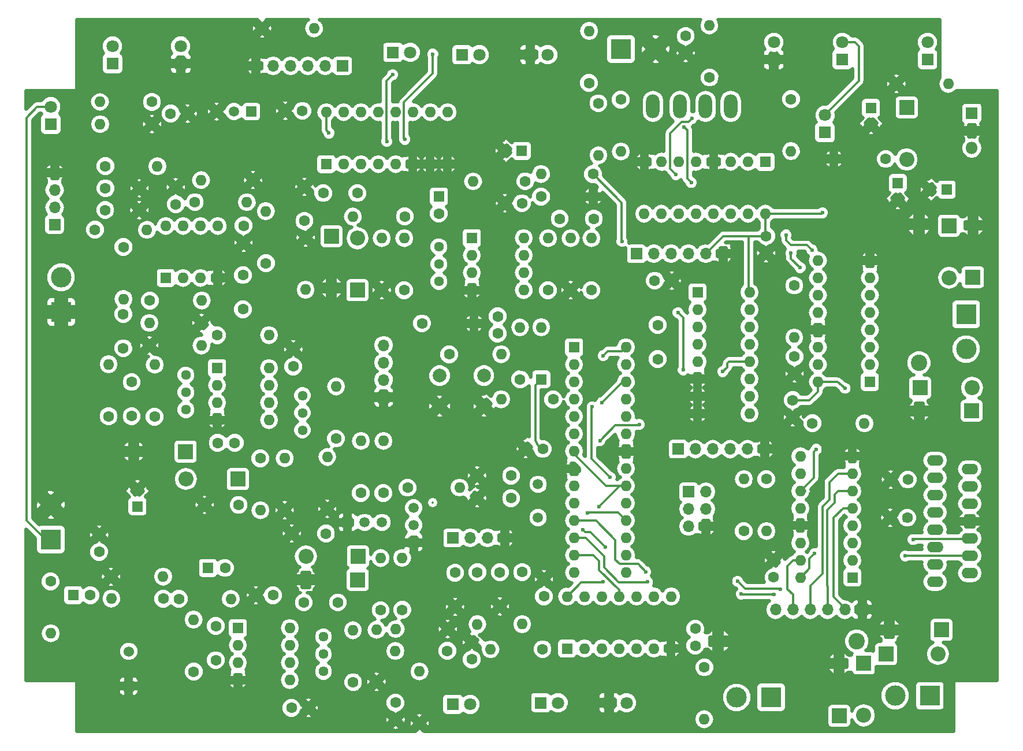
<source format=gbr>
G04 #@! TF.FileFunction,Copper,L1,Top,Signal*
%FSLAX46Y46*%
G04 Gerber Fmt 4.6, Leading zero omitted, Abs format (unit mm)*
G04 Created by KiCad (PCBNEW 4.0.7) date 11/19/21 11:06:39*
%MOMM*%
%LPD*%
G01*
G04 APERTURE LIST*
%ADD10C,0.100000*%
%ADD11C,1.600000*%
%ADD12O,1.600000X1.600000*%
%ADD13R,1.600000X1.600000*%
%ADD14C,2.400000*%
%ADD15O,2.400000X2.400000*%
%ADD16O,2.000000X3.500000*%
%ADD17R,2.200000X2.200000*%
%ADD18O,2.200000X2.200000*%
%ADD19R,1.800000X1.800000*%
%ADD20C,1.800000*%
%ADD21R,3.000000X3.000000*%
%ADD22C,3.000000*%
%ADD23R,1.700000X1.700000*%
%ADD24O,1.700000X1.700000*%
%ADD25R,1.524000X1.524000*%
%ADD26C,1.524000*%
%ADD27C,1.520000*%
%ADD28R,1.520000X1.520000*%
%ADD29C,1.440000*%
%ADD30C,2.000000*%
%ADD31O,1.800000X1.800000*%
%ADD32O,2.400000X1.600000*%
%ADD33C,1.500000*%
%ADD34C,0.600000*%
%ADD35C,0.350000*%
%ADD36C,0.500000*%
G04 APERTURE END LIST*
D10*
D11*
X80390000Y-135410000D03*
D12*
X80390000Y-127790000D03*
D13*
X135120000Y-132040000D03*
D12*
X150360000Y-124420000D03*
X137660000Y-132040000D03*
X147820000Y-124420000D03*
X140200000Y-132040000D03*
X145280000Y-124420000D03*
X142740000Y-132040000D03*
X142740000Y-124420000D03*
X145280000Y-132040000D03*
X140200000Y-124420000D03*
X147820000Y-132040000D03*
X137660000Y-124420000D03*
X150360000Y-132040000D03*
X135120000Y-124420000D03*
D11*
X117630000Y-129170000D03*
D12*
X110010000Y-129170000D03*
D13*
X76310000Y-77720000D03*
D12*
X83930000Y-70100000D03*
X78850000Y-77720000D03*
X81390000Y-70100000D03*
X81390000Y-77720000D03*
X78850000Y-70100000D03*
X83930000Y-77720000D03*
X76310000Y-70100000D03*
D14*
X177590000Y-130930000D03*
D15*
X157270000Y-130930000D03*
D16*
X151666000Y-52578000D03*
X147716000Y-52578000D03*
X155416000Y-52578000D03*
X159116000Y-52578000D03*
D13*
X183600000Y-63800000D03*
D11*
X183600000Y-66300000D03*
X124968000Y-85852000D03*
X124968000Y-83352000D03*
D13*
X179675000Y-52800000D03*
D11*
X179675000Y-55300000D03*
X131550000Y-102775000D03*
X129050000Y-102775000D03*
X168190000Y-95630000D03*
X168190000Y-98130000D03*
X165400000Y-121590000D03*
X165400000Y-119090000D03*
X121920000Y-106680000D03*
X126920000Y-106680000D03*
X121920000Y-109982000D03*
X126920000Y-109982000D03*
X184990000Y-112850000D03*
X182490000Y-112850000D03*
X92010000Y-124210000D03*
X89510000Y-124210000D03*
X147970000Y-78120000D03*
X150470000Y-78120000D03*
D13*
X62738000Y-124206000D03*
D11*
X65238000Y-124206000D03*
D13*
X128470000Y-59090000D03*
D11*
X125970000Y-59090000D03*
D13*
X82490000Y-120210000D03*
D11*
X84990000Y-120210000D03*
X96530000Y-125280000D03*
X101530000Y-125280000D03*
X94770000Y-115170000D03*
X99770000Y-115170000D03*
X164290000Y-71570000D03*
X164290000Y-74070000D03*
X66548000Y-117856000D03*
X66548000Y-115356000D03*
X128500000Y-66780000D03*
X126000000Y-66780000D03*
D13*
X116332000Y-65786000D03*
D11*
X116332000Y-68286000D03*
X104380000Y-65270000D03*
X99380000Y-65270000D03*
X96620000Y-69350000D03*
X96620000Y-64350000D03*
X77760000Y-66920000D03*
X77760000Y-64420000D03*
X94996000Y-90678000D03*
X94996000Y-88178000D03*
X70070000Y-83020000D03*
X70070000Y-88020000D03*
X87630000Y-82296000D03*
X87630000Y-77296000D03*
X71300000Y-97960000D03*
X71300000Y-92960000D03*
X86410000Y-101880000D03*
X83910000Y-101880000D03*
X81980000Y-110980000D03*
X86980000Y-110980000D03*
D13*
X131350000Y-92570000D03*
D12*
X131350000Y-84950000D03*
D17*
X184900000Y-52730000D03*
D18*
X184900000Y-60350000D03*
D19*
X172920000Y-56410000D03*
D20*
X172920000Y-53870000D03*
D17*
X191110000Y-70070000D03*
D18*
X191110000Y-77690000D03*
D17*
X194600000Y-77620000D03*
D18*
X194600000Y-70000000D03*
D17*
X178620000Y-134200000D03*
D18*
X178620000Y-141820000D03*
D17*
X175020000Y-141880000D03*
D18*
X175020000Y-134260000D03*
D17*
X186860000Y-93820000D03*
D18*
X194480000Y-93820000D03*
D17*
X194410000Y-97180000D03*
D18*
X186790000Y-97180000D03*
D17*
X181864000Y-132842000D03*
D18*
X189484000Y-132842000D03*
D17*
X190000000Y-129300000D03*
D18*
X182380000Y-129300000D03*
D19*
X175450000Y-45710000D03*
D20*
X175450000Y-43170000D03*
D19*
X131280000Y-139980000D03*
D20*
X133820000Y-139980000D03*
D19*
X68500000Y-46280000D03*
D20*
X68500000Y-43740000D03*
D19*
X119720000Y-45000000D03*
D20*
X122260000Y-45000000D03*
D21*
X143002000Y-44196000D03*
D22*
X148082000Y-44196000D03*
D23*
X108240000Y-95190000D03*
D24*
X108240000Y-92650000D03*
X108240000Y-90110000D03*
X108240000Y-87570000D03*
D23*
X152925000Y-109050000D03*
D24*
X155465000Y-109050000D03*
X152925000Y-111590000D03*
X155465000Y-111590000D03*
X152925000Y-114130000D03*
X155465000Y-114130000D03*
D21*
X193610000Y-83050000D03*
D22*
X193610000Y-88130000D03*
D21*
X188290000Y-138950000D03*
D22*
X183210000Y-138950000D03*
D21*
X165050000Y-139180000D03*
D22*
X159970000Y-139180000D03*
D21*
X60970000Y-82700000D03*
D22*
X60970000Y-77620000D03*
D25*
X70870000Y-137530000D03*
D26*
X70870000Y-132450000D03*
D19*
X118364000Y-140208000D03*
D20*
X120904000Y-140208000D03*
D19*
X187960000Y-45720000D03*
D20*
X187960000Y-43180000D03*
D19*
X59450000Y-55175000D03*
D20*
X59450000Y-52635000D03*
D19*
X109610000Y-44650000D03*
D20*
X112150000Y-44650000D03*
D19*
X165430000Y-45710000D03*
D20*
X165430000Y-43170000D03*
D19*
X141290000Y-139980000D03*
D20*
X143830000Y-139980000D03*
D19*
X78500000Y-46280000D03*
D20*
X78500000Y-43740000D03*
D19*
X129730000Y-45000000D03*
D20*
X132270000Y-45000000D03*
D27*
X112650000Y-113970000D03*
X112650000Y-111430000D03*
D28*
X112650000Y-116510000D03*
D27*
X105465000Y-113550000D03*
X108005000Y-113550000D03*
D28*
X102925000Y-113550000D03*
D11*
X113860000Y-84380000D03*
D12*
X121480000Y-84380000D03*
D11*
X117856000Y-88900000D03*
D12*
X125476000Y-88900000D03*
D11*
X128240000Y-92590000D03*
D12*
X128240000Y-84970000D03*
D11*
X181825000Y-60275000D03*
D12*
X174205000Y-60275000D03*
D11*
X59436000Y-122174000D03*
D12*
X59436000Y-129794000D03*
D11*
X138938000Y-62484000D03*
D12*
X131318000Y-62484000D03*
D11*
X131318000Y-65786000D03*
D12*
X138938000Y-65786000D03*
D11*
X75946000Y-124714000D03*
D12*
X68326000Y-124714000D03*
D11*
X68280000Y-121500000D03*
D12*
X75900000Y-121500000D03*
D14*
X186690000Y-90170000D03*
D15*
X186690000Y-69850000D03*
D11*
X164338000Y-107188000D03*
D12*
X164338000Y-114808000D03*
D11*
X78220000Y-124740000D03*
D12*
X85840000Y-124740000D03*
D11*
X171070000Y-99020000D03*
D12*
X178690000Y-99020000D03*
D11*
X103750000Y-136970000D03*
D12*
X103750000Y-129350000D03*
D11*
X107188000Y-136906000D03*
D12*
X107188000Y-129286000D03*
D11*
X110950000Y-126370000D03*
D12*
X110950000Y-118750000D03*
D11*
X117570000Y-132380000D03*
D12*
X109950000Y-132380000D03*
D11*
X168420000Y-78820000D03*
D12*
X168420000Y-86440000D03*
D11*
X107790000Y-126400000D03*
D12*
X107790000Y-118780000D03*
D11*
X138340000Y-49130000D03*
D12*
X138340000Y-41510000D03*
D11*
X111340000Y-68700000D03*
D12*
X103720000Y-68700000D03*
D11*
X74270000Y-51920000D03*
D12*
X66650000Y-51920000D03*
D11*
X155230000Y-134780000D03*
D12*
X155230000Y-142400000D03*
D11*
X83820000Y-86106000D03*
D12*
X91440000Y-86106000D03*
D11*
X155990000Y-48340000D03*
D12*
X155990000Y-40720000D03*
D11*
X90424000Y-41148000D03*
D12*
X98044000Y-41148000D03*
D11*
X74290000Y-55170000D03*
D12*
X66670000Y-55170000D03*
D11*
X183388000Y-49276000D03*
D12*
X191008000Y-49276000D03*
D11*
X113500000Y-143000000D03*
D12*
X113500000Y-135380000D03*
D11*
X167950000Y-51520000D03*
D12*
X167950000Y-59140000D03*
D11*
X161036000Y-114808000D03*
D12*
X161036000Y-107188000D03*
D11*
X139710000Y-52120000D03*
D12*
X139710000Y-59740000D03*
D11*
X143002000Y-51562000D03*
D12*
X143002000Y-59182000D03*
D11*
X138684000Y-79502000D03*
D12*
X138684000Y-71882000D03*
D11*
X132334000Y-79502000D03*
D12*
X132334000Y-71882000D03*
D11*
X135636000Y-79502000D03*
D12*
X135636000Y-71882000D03*
D11*
X128970000Y-63560000D03*
D12*
X121350000Y-63560000D03*
D11*
X111252000Y-79502000D03*
D12*
X111252000Y-71882000D03*
D11*
X107950000Y-79502000D03*
D12*
X107950000Y-71882000D03*
D11*
X96800000Y-71800000D03*
D12*
X96800000Y-79420000D03*
D11*
X70100000Y-73190000D03*
D12*
X70100000Y-80810000D03*
D11*
X80550000Y-66610000D03*
D12*
X88170000Y-66610000D03*
D11*
X89100000Y-63370000D03*
D12*
X81480000Y-63370000D03*
D11*
X90980000Y-75550000D03*
D12*
X90980000Y-67930000D03*
D11*
X73950000Y-81040000D03*
D12*
X81570000Y-81040000D03*
D11*
X81530000Y-84320000D03*
D12*
X73910000Y-84320000D03*
D11*
X67920000Y-97990000D03*
D12*
X67920000Y-90370000D03*
D11*
X74676000Y-98044000D03*
D12*
X74676000Y-90424000D03*
D11*
X73914000Y-87630000D03*
D12*
X81534000Y-87630000D03*
D11*
X90170000Y-104140000D03*
D12*
X90170000Y-111760000D03*
D11*
X93726000Y-111760000D03*
D12*
X93726000Y-104140000D03*
D11*
X99970000Y-111560000D03*
D12*
X99970000Y-103940000D03*
D11*
X101250000Y-101250000D03*
D12*
X101250000Y-93630000D03*
D11*
X104902000Y-109220000D03*
D12*
X104902000Y-101600000D03*
D11*
X108204000Y-109220000D03*
D12*
X108204000Y-101600000D03*
D29*
X99410000Y-130310000D03*
X99410000Y-132850000D03*
X99410000Y-135390000D03*
X116332000Y-73152000D03*
X116332000Y-75692000D03*
X116332000Y-78232000D03*
X79248000Y-91948000D03*
X79248000Y-94488000D03*
X79248000Y-97028000D03*
X96340000Y-94940000D03*
X96340000Y-97480000D03*
X96340000Y-100020000D03*
D30*
X122936000Y-92020000D03*
X122936000Y-96520000D03*
X116436000Y-92020000D03*
X116436000Y-96520000D03*
D13*
X136144000Y-87884000D03*
D12*
X143764000Y-120904000D03*
X136144000Y-90424000D03*
X143764000Y-118364000D03*
X136144000Y-92964000D03*
X143764000Y-115824000D03*
X136144000Y-95504000D03*
X143764000Y-113284000D03*
X136144000Y-98044000D03*
X143764000Y-110744000D03*
X136144000Y-100584000D03*
X143764000Y-108204000D03*
X136144000Y-103124000D03*
X143764000Y-105664000D03*
X136144000Y-105664000D03*
X143764000Y-103124000D03*
X136144000Y-108204000D03*
X143764000Y-100584000D03*
X136144000Y-110744000D03*
X143764000Y-98044000D03*
X136144000Y-113284000D03*
X143764000Y-95504000D03*
X136144000Y-115824000D03*
X143764000Y-92964000D03*
X136144000Y-118364000D03*
X143764000Y-90424000D03*
X136144000Y-120904000D03*
X143764000Y-87884000D03*
D19*
X194450000Y-53600000D03*
D31*
X194450000Y-56140000D03*
X194450000Y-58680000D03*
D13*
X176940000Y-121620000D03*
D12*
X169320000Y-103840000D03*
X176940000Y-119080000D03*
X169320000Y-106380000D03*
X176940000Y-116540000D03*
X169320000Y-108920000D03*
X176940000Y-114000000D03*
X169320000Y-111460000D03*
X176940000Y-111460000D03*
X169320000Y-114000000D03*
X176940000Y-108920000D03*
X169320000Y-116540000D03*
X176940000Y-106380000D03*
X169320000Y-119080000D03*
X176940000Y-103840000D03*
X169320000Y-121620000D03*
D32*
X189050000Y-104490000D03*
X194130000Y-105760000D03*
X189050000Y-107030000D03*
X194130000Y-108300000D03*
X189050000Y-109570000D03*
X194130000Y-110840000D03*
X189050000Y-112110000D03*
X194130000Y-113380000D03*
X189050000Y-114650000D03*
X194130000Y-115920000D03*
X189050000Y-117190000D03*
X194130000Y-118460000D03*
X189050000Y-119730000D03*
X194130000Y-121000000D03*
X189050000Y-122270000D03*
D13*
X179502000Y-92960000D03*
D12*
X171882000Y-75180000D03*
X179502000Y-90420000D03*
X171882000Y-77720000D03*
X179502000Y-87880000D03*
X171882000Y-80260000D03*
X179502000Y-85340000D03*
X171882000Y-82800000D03*
X179502000Y-82800000D03*
X171882000Y-85340000D03*
X179502000Y-80260000D03*
X171882000Y-87880000D03*
X179502000Y-77720000D03*
X171882000Y-90420000D03*
X179502000Y-75180000D03*
X171882000Y-92960000D03*
D27*
X86310000Y-53340000D03*
X83770000Y-53340000D03*
D28*
X88850000Y-53340000D03*
D13*
X164210000Y-60690000D03*
D12*
X146430000Y-68310000D03*
X161670000Y-60690000D03*
X148970000Y-68310000D03*
X159130000Y-60690000D03*
X151510000Y-68310000D03*
X156590000Y-60690000D03*
X154050000Y-68310000D03*
X154050000Y-60690000D03*
X156590000Y-68310000D03*
X151510000Y-60690000D03*
X159130000Y-68310000D03*
X148970000Y-60690000D03*
X161670000Y-68310000D03*
X146430000Y-60690000D03*
X164210000Y-68310000D03*
D13*
X154240000Y-79830000D03*
D12*
X161860000Y-97610000D03*
X154240000Y-82370000D03*
X161860000Y-95070000D03*
X154240000Y-84910000D03*
X161860000Y-92530000D03*
X154240000Y-87450000D03*
X161860000Y-89990000D03*
X154240000Y-89990000D03*
X161860000Y-87450000D03*
X154240000Y-92530000D03*
X161860000Y-84910000D03*
X154240000Y-95070000D03*
X161860000Y-82370000D03*
X154240000Y-97610000D03*
X161860000Y-79830000D03*
D13*
X99820000Y-61040000D03*
D12*
X117600000Y-53420000D03*
X102360000Y-61040000D03*
X115060000Y-53420000D03*
X104900000Y-61040000D03*
X112520000Y-53420000D03*
X107440000Y-61040000D03*
X109980000Y-53420000D03*
X109980000Y-61040000D03*
X107440000Y-53420000D03*
X112520000Y-61040000D03*
X104900000Y-53420000D03*
X115060000Y-61040000D03*
X102360000Y-53420000D03*
X117600000Y-61040000D03*
X99820000Y-53420000D03*
D33*
X130870000Y-112850000D03*
X130870000Y-107970000D03*
D11*
X185070000Y-107260000D03*
X182570000Y-107260000D03*
D13*
X190754000Y-64770000D03*
D11*
X188254000Y-64770000D03*
X96310000Y-53230000D03*
X93810000Y-53230000D03*
D23*
X151400000Y-102800000D03*
D24*
X153940000Y-102800000D03*
X156480000Y-102800000D03*
X159020000Y-102800000D03*
X161560000Y-102800000D03*
X164100000Y-102800000D03*
D23*
X145288000Y-74168000D03*
D24*
X147828000Y-74168000D03*
X150368000Y-74168000D03*
X152908000Y-74168000D03*
X155448000Y-74168000D03*
X157988000Y-74168000D03*
D23*
X102220000Y-46630000D03*
D24*
X99680000Y-46630000D03*
X97140000Y-46630000D03*
X94600000Y-46630000D03*
X92060000Y-46630000D03*
X89520000Y-46630000D03*
D17*
X104440000Y-121960000D03*
D18*
X96820000Y-121960000D03*
D17*
X104470000Y-118520000D03*
D18*
X96850000Y-118520000D03*
D17*
X100600000Y-71600000D03*
D18*
X100600000Y-79220000D03*
D17*
X104394000Y-79502000D03*
D18*
X104394000Y-71882000D03*
D17*
X79210000Y-103170000D03*
D18*
X71590000Y-103170000D03*
D17*
X86868000Y-107188000D03*
D18*
X79248000Y-107188000D03*
D13*
X86868000Y-129032000D03*
D12*
X94488000Y-136652000D03*
X86868000Y-131572000D03*
X94488000Y-134112000D03*
X86868000Y-134112000D03*
X94488000Y-131572000D03*
X86868000Y-136652000D03*
X94488000Y-129032000D03*
D13*
X121158000Y-71882000D03*
D12*
X128778000Y-79502000D03*
X121158000Y-74422000D03*
X128778000Y-76962000D03*
X121158000Y-76962000D03*
X128778000Y-74422000D03*
X121158000Y-79502000D03*
X128778000Y-71882000D03*
D13*
X83820000Y-90932000D03*
D12*
X91440000Y-98552000D03*
X83820000Y-93472000D03*
X91440000Y-96012000D03*
X83820000Y-96012000D03*
X91440000Y-93472000D03*
X83820000Y-98552000D03*
X91440000Y-90932000D03*
D11*
X109982000Y-139954000D03*
X109982000Y-142454000D03*
X152500000Y-42250000D03*
X152500000Y-44750000D03*
X77000000Y-53640000D03*
X79500000Y-53640000D03*
X87700000Y-70050000D03*
X87700000Y-72550000D03*
X94742000Y-140716000D03*
X97242000Y-140716000D03*
X133096000Y-95504000D03*
D12*
X125476000Y-95504000D03*
D11*
X67440000Y-64580000D03*
X72440000Y-64580000D03*
X67420000Y-67780000D03*
X72420000Y-67780000D03*
D23*
X60010000Y-69910000D03*
D24*
X60010000Y-67370000D03*
X60010000Y-64830000D03*
X60010000Y-62290000D03*
D11*
X65910000Y-70660000D03*
D12*
X73530000Y-70660000D03*
D11*
X67440000Y-61330000D03*
D12*
X75060000Y-61330000D03*
D11*
X153920000Y-129110000D03*
X153920000Y-131610000D03*
X131730000Y-124380000D03*
X131730000Y-121880000D03*
X121158000Y-133604000D03*
X121158000Y-131104000D03*
X131520000Y-132130000D03*
D12*
X123900000Y-132130000D03*
D23*
X178370000Y-126340000D03*
D24*
X175830000Y-126340000D03*
X173290000Y-126340000D03*
X170750000Y-126340000D03*
X168210000Y-126340000D03*
X165670000Y-126340000D03*
D11*
X125270000Y-120860000D03*
X125270000Y-125860000D03*
X118710000Y-120920000D03*
X118710000Y-125920000D03*
X168450000Y-89230000D03*
X168450000Y-91730000D03*
D23*
X118364000Y-115824000D03*
D24*
X120904000Y-115824000D03*
X123444000Y-115824000D03*
X125984000Y-115824000D03*
D11*
X128540000Y-120840000D03*
D12*
X128540000Y-128460000D03*
D11*
X121980000Y-120860000D03*
D12*
X121980000Y-128480000D03*
D11*
X111740000Y-108450000D03*
D12*
X119360000Y-108450000D03*
D21*
X59436000Y-116078000D03*
D22*
X59436000Y-110998000D03*
D11*
X148400000Y-84610000D03*
X148400000Y-89610000D03*
D13*
X72140000Y-111200000D03*
D11*
X72140000Y-108700000D03*
X134040000Y-69040000D03*
X139040000Y-69040000D03*
X83630000Y-128740000D03*
X83630000Y-133740000D03*
D34*
X138800000Y-96600000D03*
X141430000Y-106940000D03*
X140410000Y-122270000D03*
X143180000Y-72350000D03*
X139780000Y-111270000D03*
X100220000Y-56470000D03*
X171410000Y-118130000D03*
X172560000Y-68170000D03*
X175870000Y-93880000D03*
X140420000Y-89120000D03*
X140240000Y-95980000D03*
X171640000Y-102820000D03*
X115440000Y-44920000D03*
X111330000Y-57400000D03*
X109550000Y-47930000D03*
X108690000Y-57700000D03*
X153416000Y-54356000D03*
X151100000Y-62560000D03*
X139930000Y-101560000D03*
X145720000Y-99190000D03*
X152290000Y-55600000D03*
X153310000Y-63740000D03*
X138140000Y-112140000D03*
X185850000Y-116060000D03*
X184680000Y-118460000D03*
X169290000Y-76220000D03*
X167940000Y-74050000D03*
X167220000Y-71410000D03*
X171020000Y-73620000D03*
X152146000Y-91186000D03*
X151384000Y-82804000D03*
X157960000Y-91440000D03*
X166350000Y-123300000D03*
X160120000Y-122180000D03*
X146640000Y-120770000D03*
X146910000Y-122260000D03*
X165470000Y-124090000D03*
X160670000Y-124050000D03*
X137390000Y-114600000D03*
X140700000Y-117160000D03*
D35*
X115435000Y-110646000D02*
X115451000Y-110630000D01*
X138700000Y-104210000D02*
X141430000Y-106940000D01*
X138700000Y-96700000D02*
X138700000Y-104210000D01*
X138800000Y-96600000D02*
X138700000Y-96700000D01*
X55880000Y-110236000D02*
X55880000Y-113284000D01*
X55880000Y-113284000D02*
X58674000Y-116078000D01*
X58674000Y-116078000D02*
X59436000Y-116078000D01*
X59450000Y-52635000D02*
X57461000Y-52635000D01*
X55880000Y-54216000D02*
X55880000Y-110236000D01*
X57461000Y-52635000D02*
X55880000Y-54216000D01*
X171882000Y-92960000D02*
X171882000Y-94408000D01*
X170660000Y-95630000D02*
X168190000Y-95630000D01*
X171882000Y-94408000D02*
X170660000Y-95630000D01*
X137190000Y-122350000D02*
X135120000Y-124420000D01*
X140320000Y-122360000D02*
X137190000Y-122350000D01*
X140410000Y-122270000D02*
X140320000Y-122360000D01*
X175450000Y-43170000D02*
X177310000Y-43170000D01*
X177900000Y-48810000D02*
X172920000Y-53790000D01*
X177900000Y-43760000D02*
X177900000Y-48810000D01*
X177310000Y-43170000D02*
X177900000Y-43760000D01*
X172920000Y-53790000D02*
X172920000Y-53870000D01*
X131550000Y-102775000D02*
X131185000Y-102775000D01*
X131185000Y-102775000D02*
X130450000Y-101575000D01*
X130450000Y-101575000D02*
X130450000Y-93470000D01*
X130450000Y-93470000D02*
X131350000Y-92570000D01*
X172920000Y-53870000D02*
X172952000Y-53870000D01*
X143140000Y-66686000D02*
X138938000Y-62484000D01*
X143180000Y-72350000D02*
X143140000Y-72310000D01*
X143140000Y-72310000D02*
X143140000Y-66686000D01*
X136144000Y-103124000D02*
X136144000Y-103544000D01*
X136144000Y-103544000D02*
X140804000Y-108204000D01*
X140804000Y-108204000D02*
X143764000Y-108204000D01*
X142846000Y-108204000D02*
X143764000Y-108204000D01*
X139780000Y-111270000D02*
X142846000Y-108204000D01*
X99820000Y-53420000D02*
X99820000Y-56070000D01*
X99820000Y-56070000D02*
X100220000Y-56470000D01*
X161750000Y-71570000D02*
X161750000Y-79720000D01*
X161750000Y-79720000D02*
X161860000Y-79830000D01*
X138938000Y-62484000D02*
X139254000Y-62484000D01*
X164290000Y-71570000D02*
X161750000Y-71570000D01*
X161750000Y-71570000D02*
X158046000Y-71570000D01*
X158046000Y-71570000D02*
X155448000Y-74168000D01*
X184760000Y-113080000D02*
X184990000Y-112850000D01*
X170660000Y-120280000D02*
X169320000Y-121620000D01*
X170660000Y-118880000D02*
X170660000Y-120280000D01*
X171410000Y-118130000D02*
X170660000Y-118880000D01*
X164210000Y-68310000D02*
X164210000Y-71430000D01*
X164210000Y-71430000D02*
X164090000Y-71550000D01*
X164210000Y-68310000D02*
X172420000Y-68310000D01*
X172420000Y-68310000D02*
X172560000Y-68170000D01*
X171882000Y-92960000D02*
X174790000Y-92960000D01*
X174790000Y-92960000D02*
X175870000Y-93880000D01*
X172920000Y-53870000D02*
X173280000Y-53870000D01*
X184510000Y-113330000D02*
X184990000Y-112850000D01*
X143158000Y-88490000D02*
X143764000Y-87884000D01*
X140420000Y-89120000D02*
X141050000Y-88490000D01*
X141050000Y-88490000D02*
X143158000Y-88490000D01*
X140240000Y-95980000D02*
X143256000Y-92964000D01*
X143256000Y-92964000D02*
X143764000Y-92964000D01*
X171280000Y-106960000D02*
X169320000Y-108920000D01*
X171280000Y-103180000D02*
X171280000Y-106960000D01*
X171640000Y-102820000D02*
X171280000Y-103180000D01*
X169320000Y-108920000D02*
X170000000Y-108920000D01*
X115440000Y-47770000D02*
X115440000Y-44920000D01*
X111210000Y-52000000D02*
X115440000Y-47770000D01*
X111210000Y-57280000D02*
X111210000Y-52000000D01*
X111330000Y-57400000D02*
X111210000Y-57280000D01*
X108680000Y-48800000D02*
X109550000Y-47930000D01*
X108680000Y-57690000D02*
X108680000Y-48800000D01*
X108690000Y-57700000D02*
X108680000Y-57690000D01*
X150220000Y-58928000D02*
X150220000Y-56536000D01*
X150220000Y-56536000D02*
X151892000Y-54864000D01*
X152908000Y-54864000D02*
X153416000Y-54356000D01*
X151892000Y-54864000D02*
X152908000Y-54864000D01*
X150220000Y-61680000D02*
X150220000Y-58928000D01*
X151100000Y-62560000D02*
X150220000Y-61680000D01*
X142160000Y-99330000D02*
X139930000Y-101560000D01*
X145590000Y-99320000D02*
X142160000Y-99330000D01*
X145720000Y-99190000D02*
X145590000Y-99320000D01*
X153310000Y-63740000D02*
X152750000Y-63180000D01*
X152750000Y-63180000D02*
X152750000Y-56060000D01*
X152750000Y-56060000D02*
X152290000Y-55600000D01*
X140090000Y-112120000D02*
X142600000Y-112120000D01*
X142600000Y-112120000D02*
X143764000Y-113284000D01*
X138160000Y-112120000D02*
X140090000Y-112120000D01*
X140090000Y-112120000D02*
X140270000Y-112120000D01*
X138140000Y-112140000D02*
X138160000Y-112120000D01*
X185850000Y-116060000D02*
X185960000Y-115950000D01*
X185960000Y-115950000D02*
X194100000Y-115950000D01*
X194100000Y-115950000D02*
X194130000Y-115920000D01*
X184710000Y-118430000D02*
X194110000Y-118440000D01*
X184680000Y-118460000D02*
X184710000Y-118430000D01*
X194110000Y-118440000D02*
X194130000Y-118460000D01*
X169290000Y-76220000D02*
X167940000Y-74870000D01*
X167940000Y-74870000D02*
X167940000Y-74050000D01*
X167220000Y-72220000D02*
X167220000Y-71410000D01*
X167920000Y-72920000D02*
X167220000Y-72220000D01*
X170320000Y-72920000D02*
X167920000Y-72920000D01*
X171020000Y-73620000D02*
X170320000Y-72920000D01*
X152146000Y-85344000D02*
X152146000Y-83566000D01*
X152146000Y-83566000D02*
X151384000Y-82804000D01*
X152146000Y-91186000D02*
X152146000Y-85344000D01*
X157960000Y-91440000D02*
X158610000Y-90790000D01*
X158610000Y-90790000D02*
X158610000Y-90260000D01*
X158610000Y-90260000D02*
X158880000Y-89990000D01*
X158880000Y-89990000D02*
X161860000Y-89990000D01*
X136144000Y-118364000D02*
X138984000Y-118364000D01*
X142740000Y-123420000D02*
X142740000Y-124420000D01*
X139840000Y-120520000D02*
X142740000Y-123420000D01*
X139840000Y-119220000D02*
X139840000Y-120520000D01*
X138984000Y-118364000D02*
X139840000Y-119220000D01*
X142740000Y-124120000D02*
X142740000Y-124420000D01*
X136144000Y-113284000D02*
X139374000Y-113284000D01*
X142200000Y-116110000D02*
X142200000Y-118980000D01*
X139374000Y-113284000D02*
X142200000Y-116110000D01*
X136144000Y-113284000D02*
X136504000Y-113284000D01*
X142200000Y-118980000D02*
X142870000Y-119650000D01*
X166330000Y-123280000D02*
X166350000Y-123300000D01*
X161220000Y-123280000D02*
X166330000Y-123280000D01*
X160120000Y-122180000D02*
X161220000Y-123280000D01*
X145520000Y-119650000D02*
X146640000Y-120770000D01*
X142870000Y-119650000D02*
X145520000Y-119650000D01*
X146880000Y-122290000D02*
X146910000Y-122260000D01*
X142710000Y-122290000D02*
X146880000Y-122290000D01*
X160710000Y-124090000D02*
X165470000Y-124090000D01*
X160670000Y-124050000D02*
X160710000Y-124090000D01*
X136144000Y-115824000D02*
X137834000Y-115824000D01*
X140550000Y-120130000D02*
X142710000Y-122290000D01*
X140550000Y-118540000D02*
X140550000Y-120130000D01*
X137834000Y-115824000D02*
X140550000Y-118540000D01*
X175830000Y-126340000D02*
X175830000Y-126150000D01*
X175830000Y-126150000D02*
X174160000Y-124480000D01*
X174160000Y-124480000D02*
X174160000Y-112880000D01*
X174160000Y-112880000D02*
X175580000Y-111460000D01*
X175580000Y-111460000D02*
X176940000Y-111460000D01*
X173290000Y-126340000D02*
X173290000Y-122890000D01*
X174880000Y-108920000D02*
X176940000Y-108920000D01*
X174350000Y-109450000D02*
X174880000Y-108920000D01*
X174350000Y-110670000D02*
X174350000Y-109450000D01*
X173270000Y-111750000D02*
X174350000Y-110670000D01*
X173270000Y-122870000D02*
X173270000Y-111750000D01*
X173290000Y-122890000D02*
X173270000Y-122870000D01*
X170750000Y-126340000D02*
X170750000Y-122860000D01*
X174830000Y-106380000D02*
X176940000Y-106380000D01*
X173550000Y-107660000D02*
X174830000Y-106380000D01*
X173550000Y-110240000D02*
X173550000Y-107660000D01*
X172560000Y-111230000D02*
X173550000Y-110240000D01*
X172560000Y-121050000D02*
X172560000Y-111230000D01*
X170750000Y-122860000D02*
X172560000Y-121050000D01*
X169320000Y-119080000D02*
X168240000Y-119080000D01*
X168210000Y-124120000D02*
X168210000Y-126340000D01*
X167390000Y-123300000D02*
X168210000Y-124120000D01*
X167390000Y-119930000D02*
X167390000Y-123300000D01*
X168240000Y-119080000D02*
X167390000Y-119930000D01*
X137780000Y-114990000D02*
X137390000Y-114600000D01*
X138530000Y-114990000D02*
X137780000Y-114990000D01*
X140700000Y-117160000D02*
X138530000Y-114990000D01*
D36*
G36*
X89758881Y-39917195D02*
X90424000Y-40582315D01*
X91089119Y-39917195D01*
X91057487Y-39825000D01*
X97257325Y-39825000D01*
X96917618Y-40051984D01*
X96581621Y-40554841D01*
X96463634Y-41148000D01*
X96581621Y-41741159D01*
X96917618Y-42244016D01*
X97420475Y-42580013D01*
X98013634Y-42698000D01*
X98074366Y-42698000D01*
X98667525Y-42580013D01*
X99170382Y-42244016D01*
X99506379Y-41741159D01*
X99558399Y-41479634D01*
X136790000Y-41479634D01*
X136790000Y-41540366D01*
X136907987Y-42133525D01*
X137243984Y-42636382D01*
X137746841Y-42972379D01*
X138340000Y-43090366D01*
X138933159Y-42972379D01*
X139346791Y-42696000D01*
X140737307Y-42696000D01*
X140737307Y-45696000D01*
X140789604Y-45973933D01*
X140953862Y-46229198D01*
X141204492Y-46400446D01*
X141502000Y-46460693D01*
X144502000Y-46460693D01*
X144779933Y-46408396D01*
X145035198Y-46244138D01*
X145117994Y-46122961D01*
X147215699Y-46122961D01*
X147409361Y-46397784D01*
X148303149Y-46487592D01*
X148754639Y-46397784D01*
X148788663Y-46349500D01*
X163772000Y-46349500D01*
X163772000Y-46760776D01*
X163887399Y-47039373D01*
X164100628Y-47252602D01*
X164379225Y-47368000D01*
X164790500Y-47368000D01*
X164980000Y-47178500D01*
X164980000Y-46160000D01*
X165880000Y-46160000D01*
X165880000Y-47178500D01*
X166069500Y-47368000D01*
X166480775Y-47368000D01*
X166759372Y-47252602D01*
X166972601Y-47039373D01*
X167088000Y-46760776D01*
X167088000Y-46349500D01*
X166898500Y-46160000D01*
X165880000Y-46160000D01*
X164980000Y-46160000D01*
X163961500Y-46160000D01*
X163772000Y-46349500D01*
X148788663Y-46349500D01*
X148948301Y-46122961D01*
X148806145Y-45980805D01*
X151834881Y-45980805D01*
X151919983Y-46228846D01*
X152530064Y-46338239D01*
X153080017Y-46228846D01*
X153165119Y-45980805D01*
X152500000Y-45315685D01*
X151834881Y-45980805D01*
X148806145Y-45980805D01*
X148082000Y-45256660D01*
X147215699Y-46122961D01*
X145117994Y-46122961D01*
X145206446Y-45993508D01*
X145266693Y-45696000D01*
X145266693Y-44417149D01*
X145790408Y-44417149D01*
X145880216Y-44868639D01*
X146155039Y-45062301D01*
X147021340Y-44196000D01*
X149142660Y-44196000D01*
X150008961Y-45062301D01*
X150283784Y-44868639D01*
X150292684Y-44780064D01*
X150911761Y-44780064D01*
X151021154Y-45330017D01*
X151269195Y-45415119D01*
X151934315Y-44750000D01*
X153065685Y-44750000D01*
X153730805Y-45415119D01*
X153978846Y-45330017D01*
X154088239Y-44719936D01*
X154076163Y-44659224D01*
X163772000Y-44659224D01*
X163772000Y-45070500D01*
X163961500Y-45260000D01*
X164980000Y-45260000D01*
X164980000Y-44810000D01*
X165076964Y-44810000D01*
X165100355Y-44819713D01*
X165756765Y-44820285D01*
X165781656Y-44810000D01*
X165880000Y-44810000D01*
X165880000Y-45260000D01*
X166898500Y-45260000D01*
X167088000Y-45070500D01*
X167088000Y-44659224D01*
X166972601Y-44380627D01*
X166762858Y-44170884D01*
X166827986Y-44105870D01*
X167079713Y-43499645D01*
X167080285Y-42843235D01*
X166829617Y-42236571D01*
X166365870Y-41772014D01*
X165759645Y-41520287D01*
X165103235Y-41519715D01*
X164496571Y-41770383D01*
X164032014Y-42234130D01*
X163780287Y-42840355D01*
X163779715Y-43496765D01*
X164030383Y-44103429D01*
X164097431Y-44170595D01*
X163887399Y-44380627D01*
X163772000Y-44659224D01*
X154076163Y-44659224D01*
X153978846Y-44169983D01*
X153730805Y-44084881D01*
X153065685Y-44750000D01*
X151934315Y-44750000D01*
X151269195Y-44084881D01*
X151021154Y-44169983D01*
X150911761Y-44780064D01*
X150292684Y-44780064D01*
X150373592Y-43974851D01*
X150283784Y-43523361D01*
X150008961Y-43329699D01*
X149142660Y-44196000D01*
X147021340Y-44196000D01*
X146155039Y-43329699D01*
X145880216Y-43523361D01*
X145790408Y-44417149D01*
X145266693Y-44417149D01*
X145266693Y-42696000D01*
X145214396Y-42418067D01*
X145118500Y-42269039D01*
X147215699Y-42269039D01*
X148082000Y-43135340D01*
X148660379Y-42556961D01*
X150949732Y-42556961D01*
X151185208Y-43126857D01*
X151620849Y-43563260D01*
X152062218Y-43746532D01*
X152500000Y-44184315D01*
X152938325Y-43745990D01*
X153376857Y-43564792D01*
X153813260Y-43129151D01*
X154049730Y-42559667D01*
X154050268Y-41943039D01*
X153814792Y-41373143D01*
X153379151Y-40936740D01*
X152809667Y-40700270D01*
X152193039Y-40699732D01*
X151623143Y-40935208D01*
X151186740Y-41370849D01*
X150950270Y-41940333D01*
X150949732Y-42556961D01*
X148660379Y-42556961D01*
X148948301Y-42269039D01*
X148754639Y-41994216D01*
X147860851Y-41904408D01*
X147409361Y-41994216D01*
X147215699Y-42269039D01*
X145118500Y-42269039D01*
X145050138Y-42162802D01*
X144799508Y-41991554D01*
X144502000Y-41931307D01*
X141502000Y-41931307D01*
X141224067Y-41983604D01*
X140968802Y-42147862D01*
X140797554Y-42398492D01*
X140737307Y-42696000D01*
X139346791Y-42696000D01*
X139436016Y-42636382D01*
X139772013Y-42133525D01*
X139890000Y-41540366D01*
X139890000Y-41479634D01*
X139772013Y-40886475D01*
X139436016Y-40383618D01*
X138933159Y-40047621D01*
X138340000Y-39929634D01*
X137746841Y-40047621D01*
X137243984Y-40383618D01*
X136907987Y-40886475D01*
X136790000Y-41479634D01*
X99558399Y-41479634D01*
X99624366Y-41148000D01*
X99506379Y-40554841D01*
X99170382Y-40051984D01*
X98830675Y-39825000D01*
X154739380Y-39825000D01*
X154557987Y-40096475D01*
X154440000Y-40689634D01*
X154440000Y-40750366D01*
X154557987Y-41343525D01*
X154893984Y-41846382D01*
X155396841Y-42182379D01*
X155990000Y-42300366D01*
X156583159Y-42182379D01*
X157086016Y-41846382D01*
X157422013Y-41343525D01*
X157540000Y-40750366D01*
X157540000Y-40689634D01*
X157422013Y-40096475D01*
X157240620Y-39825000D01*
X189750000Y-39825000D01*
X189750000Y-48376965D01*
X189545621Y-48682841D01*
X189427634Y-49276000D01*
X189545621Y-49869159D01*
X189881618Y-50372016D01*
X190384475Y-50708013D01*
X190977634Y-50826000D01*
X191038366Y-50826000D01*
X191631525Y-50708013D01*
X192134382Y-50372016D01*
X192215910Y-50250000D01*
X198175000Y-50250000D01*
X198175000Y-136750000D01*
X192000000Y-136750000D01*
X191902736Y-136769696D01*
X191820798Y-136825682D01*
X191767097Y-136909136D01*
X191750000Y-137000000D01*
X191750000Y-144175000D01*
X114109314Y-144175000D01*
X113500000Y-143565685D01*
X112890686Y-144175000D01*
X63250000Y-144175000D01*
X63250000Y-143684805D01*
X109316881Y-143684805D01*
X109401983Y-143932846D01*
X110012064Y-144042239D01*
X110562017Y-143932846D01*
X110647119Y-143684805D01*
X109982000Y-143019685D01*
X109316881Y-143684805D01*
X63250000Y-143684805D01*
X63250000Y-142484064D01*
X108393761Y-142484064D01*
X108503154Y-143034017D01*
X108751195Y-143119119D01*
X109416315Y-142454000D01*
X110547685Y-142454000D01*
X111212805Y-143119119D01*
X111460846Y-143034017D01*
X111461554Y-143030064D01*
X111911761Y-143030064D01*
X112021154Y-143580017D01*
X112269195Y-143665119D01*
X112934315Y-143000000D01*
X114065685Y-143000000D01*
X114730805Y-143665119D01*
X114978846Y-143580017D01*
X115088239Y-142969936D01*
X114978846Y-142419983D01*
X114832098Y-142369634D01*
X153680000Y-142369634D01*
X153680000Y-142430366D01*
X153797987Y-143023525D01*
X154133984Y-143526382D01*
X154636841Y-143862379D01*
X155230000Y-143980366D01*
X155823159Y-143862379D01*
X156326016Y-143526382D01*
X156662013Y-143023525D01*
X156780000Y-142430366D01*
X156780000Y-142369634D01*
X156662013Y-141776475D01*
X156326016Y-141273618D01*
X155823159Y-140937621D01*
X155230000Y-140819634D01*
X154636841Y-140937621D01*
X154133984Y-141273618D01*
X153797987Y-141776475D01*
X153680000Y-142369634D01*
X114832098Y-142369634D01*
X114730805Y-142334881D01*
X114065685Y-143000000D01*
X112934315Y-143000000D01*
X112269195Y-142334881D01*
X112021154Y-142419983D01*
X111911761Y-143030064D01*
X111461554Y-143030064D01*
X111570239Y-142423936D01*
X111460846Y-141873983D01*
X111212805Y-141788881D01*
X110547685Y-142454000D01*
X109416315Y-142454000D01*
X108751195Y-141788881D01*
X108503154Y-141873983D01*
X108393761Y-142484064D01*
X63250000Y-142484064D01*
X63250000Y-141022961D01*
X93191732Y-141022961D01*
X93427208Y-141592857D01*
X93862849Y-142029260D01*
X94432333Y-142265730D01*
X95048961Y-142266268D01*
X95618857Y-142030792D01*
X95702990Y-141946805D01*
X96576881Y-141946805D01*
X96661983Y-142194846D01*
X97272064Y-142304239D01*
X97822017Y-142194846D01*
X97907119Y-141946805D01*
X97242000Y-141281685D01*
X96576881Y-141946805D01*
X95702990Y-141946805D01*
X96055260Y-141595151D01*
X96238532Y-141153782D01*
X96676315Y-140716000D01*
X97807685Y-140716000D01*
X98472805Y-141381119D01*
X98720846Y-141296017D01*
X98830239Y-140685936D01*
X98745706Y-140260961D01*
X108431732Y-140260961D01*
X108667208Y-140830857D01*
X109102849Y-141267260D01*
X109544218Y-141450532D01*
X109982000Y-141888315D01*
X110101120Y-141769195D01*
X112834881Y-141769195D01*
X113500000Y-142434315D01*
X114165119Y-141769195D01*
X114080017Y-141521154D01*
X113469936Y-141411761D01*
X112919983Y-141521154D01*
X112834881Y-141769195D01*
X110101120Y-141769195D01*
X110420325Y-141449990D01*
X110858857Y-141268792D01*
X111295260Y-140833151D01*
X111531730Y-140263667D01*
X111532268Y-139647039D01*
X111392181Y-139308000D01*
X116699307Y-139308000D01*
X116699307Y-141108000D01*
X116751604Y-141385933D01*
X116915862Y-141641198D01*
X117166492Y-141812446D01*
X117464000Y-141872693D01*
X119264000Y-141872693D01*
X119541933Y-141820396D01*
X119797198Y-141656138D01*
X119886998Y-141524712D01*
X119968130Y-141605986D01*
X120574355Y-141857713D01*
X121230765Y-141858285D01*
X121837429Y-141607617D01*
X122301986Y-141143870D01*
X122553713Y-140537645D01*
X122554285Y-139881235D01*
X122303617Y-139274571D01*
X122109386Y-139080000D01*
X129615307Y-139080000D01*
X129615307Y-140880000D01*
X129667604Y-141157933D01*
X129831862Y-141413198D01*
X130082492Y-141584446D01*
X130380000Y-141644693D01*
X132180000Y-141644693D01*
X132457933Y-141592396D01*
X132713198Y-141428138D01*
X132802998Y-141296712D01*
X132884130Y-141377986D01*
X133490355Y-141629713D01*
X134146765Y-141630285D01*
X134753429Y-141379617D01*
X135217986Y-140915870D01*
X135341049Y-140619500D01*
X139632000Y-140619500D01*
X139632000Y-141030775D01*
X139747398Y-141309372D01*
X139960627Y-141522601D01*
X140239224Y-141638000D01*
X140650500Y-141638000D01*
X140840000Y-141448500D01*
X140840000Y-140430000D01*
X139821500Y-140430000D01*
X139632000Y-140619500D01*
X135341049Y-140619500D01*
X135469713Y-140309645D01*
X135470285Y-139653235D01*
X135219617Y-139046571D01*
X135102476Y-138929225D01*
X139632000Y-138929225D01*
X139632000Y-139340500D01*
X139821500Y-139530000D01*
X140840000Y-139530000D01*
X140840000Y-138511500D01*
X141740000Y-138511500D01*
X141740000Y-139530000D01*
X142190000Y-139530000D01*
X142190000Y-139626964D01*
X142180287Y-139650355D01*
X142179715Y-140306765D01*
X142190000Y-140331656D01*
X142190000Y-140430000D01*
X141740000Y-140430000D01*
X141740000Y-141448500D01*
X141929500Y-141638000D01*
X142340776Y-141638000D01*
X142619373Y-141522601D01*
X142829116Y-141312858D01*
X142894130Y-141377986D01*
X143500355Y-141629713D01*
X144156765Y-141630285D01*
X144763429Y-141379617D01*
X145227986Y-140915870D01*
X145479713Y-140309645D01*
X145480285Y-139653235D01*
X145468862Y-139625589D01*
X157719610Y-139625589D01*
X158061431Y-140452858D01*
X158693813Y-141086345D01*
X159520484Y-141429608D01*
X160415589Y-141430390D01*
X161242858Y-141088569D01*
X161876345Y-140456187D01*
X162219608Y-139629516D01*
X162220390Y-138734411D01*
X161878569Y-137907142D01*
X161651824Y-137680000D01*
X162785307Y-137680000D01*
X162785307Y-140680000D01*
X162837604Y-140957933D01*
X163001862Y-141213198D01*
X163252492Y-141384446D01*
X163550000Y-141444693D01*
X166550000Y-141444693D01*
X166827933Y-141392396D01*
X167083198Y-141228138D01*
X167254446Y-140977508D01*
X167294442Y-140780000D01*
X173155307Y-140780000D01*
X173155307Y-142980000D01*
X173207604Y-143257933D01*
X173371862Y-143513198D01*
X173622492Y-143684446D01*
X173920000Y-143744693D01*
X176120000Y-143744693D01*
X176397933Y-143692396D01*
X176653198Y-143528138D01*
X176824446Y-143277508D01*
X176884693Y-142980000D01*
X176884693Y-142432844D01*
X176910823Y-142564208D01*
X177311852Y-143164392D01*
X177912036Y-143565421D01*
X178620000Y-143706244D01*
X179327964Y-143565421D01*
X179928148Y-143164392D01*
X180329177Y-142564208D01*
X180470000Y-141856244D01*
X180470000Y-141783756D01*
X180329177Y-141075792D01*
X179928148Y-140475608D01*
X179327964Y-140074579D01*
X178620000Y-139933756D01*
X177912036Y-140074579D01*
X177311852Y-140475608D01*
X176910823Y-141075792D01*
X176884693Y-141207156D01*
X176884693Y-140780000D01*
X176832396Y-140502067D01*
X176668138Y-140246802D01*
X176417508Y-140075554D01*
X176120000Y-140015307D01*
X173920000Y-140015307D01*
X173642067Y-140067604D01*
X173386802Y-140231862D01*
X173215554Y-140482492D01*
X173155307Y-140780000D01*
X167294442Y-140780000D01*
X167314693Y-140680000D01*
X167314693Y-139395589D01*
X180959610Y-139395589D01*
X181301431Y-140222858D01*
X181933813Y-140856345D01*
X182760484Y-141199608D01*
X183655589Y-141200390D01*
X184482858Y-140858569D01*
X185116345Y-140226187D01*
X185459608Y-139399516D01*
X185460390Y-138504411D01*
X185118569Y-137677142D01*
X184891824Y-137450000D01*
X186025307Y-137450000D01*
X186025307Y-140450000D01*
X186077604Y-140727933D01*
X186241862Y-140983198D01*
X186492492Y-141154446D01*
X186790000Y-141214693D01*
X189790000Y-141214693D01*
X190067933Y-141162396D01*
X190323198Y-140998138D01*
X190494446Y-140747508D01*
X190554693Y-140450000D01*
X190554693Y-137450000D01*
X190502396Y-137172067D01*
X190338138Y-136916802D01*
X190087508Y-136745554D01*
X189790000Y-136685307D01*
X186790000Y-136685307D01*
X186512067Y-136737604D01*
X186256802Y-136901862D01*
X186085554Y-137152492D01*
X186025307Y-137450000D01*
X184891824Y-137450000D01*
X184486187Y-137043655D01*
X183659516Y-136700392D01*
X182764411Y-136699610D01*
X181937142Y-137041431D01*
X181303655Y-137673813D01*
X180960392Y-138500484D01*
X180959610Y-139395589D01*
X167314693Y-139395589D01*
X167314693Y-137680000D01*
X167262396Y-137402067D01*
X167098138Y-137146802D01*
X166847508Y-136975554D01*
X166550000Y-136915307D01*
X163550000Y-136915307D01*
X163272067Y-136967604D01*
X163016802Y-137131862D01*
X162845554Y-137382492D01*
X162785307Y-137680000D01*
X161651824Y-137680000D01*
X161246187Y-137273655D01*
X160419516Y-136930392D01*
X159524411Y-136929610D01*
X158697142Y-137271431D01*
X158063655Y-137903813D01*
X157720392Y-138730484D01*
X157719610Y-139625589D01*
X145468862Y-139625589D01*
X145229617Y-139046571D01*
X144765870Y-138582014D01*
X144159645Y-138330287D01*
X143503235Y-138329715D01*
X142896571Y-138580383D01*
X142829405Y-138647431D01*
X142619373Y-138437399D01*
X142340776Y-138322000D01*
X141929500Y-138322000D01*
X141740000Y-138511500D01*
X140840000Y-138511500D01*
X140650500Y-138322000D01*
X140239224Y-138322000D01*
X139960627Y-138437399D01*
X139747398Y-138650628D01*
X139632000Y-138929225D01*
X135102476Y-138929225D01*
X134755870Y-138582014D01*
X134149645Y-138330287D01*
X133493235Y-138329715D01*
X132886571Y-138580383D01*
X132803261Y-138663547D01*
X132728138Y-138546802D01*
X132477508Y-138375554D01*
X132180000Y-138315307D01*
X130380000Y-138315307D01*
X130102067Y-138367604D01*
X129846802Y-138531862D01*
X129675554Y-138782492D01*
X129615307Y-139080000D01*
X122109386Y-139080000D01*
X121839870Y-138810014D01*
X121233645Y-138558287D01*
X120577235Y-138557715D01*
X119970571Y-138808383D01*
X119887261Y-138891547D01*
X119812138Y-138774802D01*
X119561508Y-138603554D01*
X119264000Y-138543307D01*
X117464000Y-138543307D01*
X117186067Y-138595604D01*
X116930802Y-138759862D01*
X116759554Y-139010492D01*
X116699307Y-139308000D01*
X111392181Y-139308000D01*
X111296792Y-139077143D01*
X110861151Y-138640740D01*
X110291667Y-138404270D01*
X109675039Y-138403732D01*
X109105143Y-138639208D01*
X108668740Y-139074849D01*
X108432270Y-139644333D01*
X108431732Y-140260961D01*
X98745706Y-140260961D01*
X98720846Y-140135983D01*
X98472805Y-140050881D01*
X97807685Y-140716000D01*
X96676315Y-140716000D01*
X96237990Y-140277675D01*
X96056792Y-139839143D01*
X95703463Y-139485195D01*
X96576881Y-139485195D01*
X97242000Y-140150315D01*
X97907119Y-139485195D01*
X97822017Y-139237154D01*
X97211936Y-139127761D01*
X96661983Y-139237154D01*
X96576881Y-139485195D01*
X95703463Y-139485195D01*
X95621151Y-139402740D01*
X95051667Y-139166270D01*
X94435039Y-139165732D01*
X93865143Y-139401208D01*
X93428740Y-139836849D01*
X93192270Y-140406333D01*
X93191732Y-141022961D01*
X63250000Y-141022961D01*
X63250000Y-138100500D01*
X69350000Y-138100500D01*
X69350000Y-138442775D01*
X69465398Y-138721372D01*
X69678627Y-138934601D01*
X69957224Y-139050000D01*
X70299500Y-139050000D01*
X70489000Y-138860500D01*
X70489000Y-137911000D01*
X71251000Y-137911000D01*
X71251000Y-138860500D01*
X71440500Y-139050000D01*
X71782776Y-139050000D01*
X72061373Y-138934601D01*
X72274602Y-138721372D01*
X72390000Y-138442775D01*
X72390000Y-138100500D01*
X72200500Y-137911000D01*
X71251000Y-137911000D01*
X70489000Y-137911000D01*
X69539500Y-137911000D01*
X69350000Y-138100500D01*
X63250000Y-138100500D01*
X63250000Y-137282631D01*
X85443335Y-137282631D01*
X85740162Y-137726912D01*
X86237365Y-138076694D01*
X86468000Y-137968307D01*
X86468000Y-137052000D01*
X87268000Y-137052000D01*
X87268000Y-137968307D01*
X87498635Y-138076694D01*
X87995838Y-137726912D01*
X88292665Y-137282631D01*
X88176737Y-137052000D01*
X87268000Y-137052000D01*
X86468000Y-137052000D01*
X85559263Y-137052000D01*
X85443335Y-137282631D01*
X63250000Y-137282631D01*
X63250000Y-137000000D01*
X63230304Y-136902736D01*
X63174318Y-136820798D01*
X63090864Y-136767097D01*
X63000000Y-136750000D01*
X55825000Y-136750000D01*
X55825000Y-136617225D01*
X69350000Y-136617225D01*
X69350000Y-136959500D01*
X69539500Y-137149000D01*
X70489000Y-137149000D01*
X70489000Y-136199500D01*
X71251000Y-136199500D01*
X71251000Y-137149000D01*
X72200500Y-137149000D01*
X72390000Y-136959500D01*
X72390000Y-136617225D01*
X72274602Y-136338628D01*
X72061373Y-136125399D01*
X71782776Y-136010000D01*
X71440500Y-136010000D01*
X71251000Y-136199500D01*
X70489000Y-136199500D01*
X70299500Y-136010000D01*
X69957224Y-136010000D01*
X69678627Y-136125399D01*
X69465398Y-136338628D01*
X69350000Y-136617225D01*
X55825000Y-136617225D01*
X55825000Y-135716961D01*
X78839732Y-135716961D01*
X79075208Y-136286857D01*
X79510849Y-136723260D01*
X80080333Y-136959730D01*
X80696961Y-136960268D01*
X81266857Y-136724792D01*
X81703260Y-136289151D01*
X81939730Y-135719667D01*
X81940268Y-135103039D01*
X81704792Y-134533143D01*
X81269151Y-134096740D01*
X81149270Y-134046961D01*
X82079732Y-134046961D01*
X82315208Y-134616857D01*
X82750849Y-135053260D01*
X83320333Y-135289730D01*
X83936961Y-135290268D01*
X84506857Y-135054792D01*
X84943260Y-134619151D01*
X85179730Y-134049667D01*
X85180268Y-133433039D01*
X84944792Y-132863143D01*
X84509151Y-132426740D01*
X83939667Y-132190270D01*
X83323039Y-132189732D01*
X82753143Y-132425208D01*
X82316740Y-132860849D01*
X82080270Y-133430333D01*
X82079732Y-134046961D01*
X81149270Y-134046961D01*
X80699667Y-133860270D01*
X80083039Y-133859732D01*
X79513143Y-134095208D01*
X79076740Y-134530849D01*
X78840270Y-135100333D01*
X78839732Y-135716961D01*
X55825000Y-135716961D01*
X55825000Y-132749436D01*
X69357738Y-132749436D01*
X69587441Y-133305360D01*
X70012402Y-133731064D01*
X70567925Y-133961737D01*
X71169436Y-133962262D01*
X71725360Y-133732559D01*
X72151064Y-133307598D01*
X72381737Y-132752075D01*
X72382262Y-132150564D01*
X72152559Y-131594640D01*
X72129959Y-131572000D01*
X85287634Y-131572000D01*
X85405621Y-132165159D01*
X85741618Y-132668016D01*
X86002004Y-132842000D01*
X85741618Y-133015984D01*
X85405621Y-133518841D01*
X85287634Y-134112000D01*
X85405621Y-134705159D01*
X85665435Y-135094000D01*
X85617998Y-135094000D01*
X85617998Y-135759939D01*
X85443335Y-136021369D01*
X85559263Y-136252000D01*
X86468000Y-136252000D01*
X86468000Y-135852000D01*
X87268000Y-135852000D01*
X87268000Y-136252000D01*
X88176737Y-136252000D01*
X88292665Y-136021369D01*
X88118002Y-135759939D01*
X88118002Y-135094000D01*
X88070565Y-135094000D01*
X88330379Y-134705159D01*
X88448366Y-134112000D01*
X88330379Y-133518841D01*
X87994382Y-133015984D01*
X87733996Y-132842000D01*
X87994382Y-132668016D01*
X88330379Y-132165159D01*
X88448366Y-131572000D01*
X88330379Y-130978841D01*
X88011781Y-130502024D01*
X88201198Y-130380138D01*
X88372446Y-130129508D01*
X88432693Y-129832000D01*
X88432693Y-129032000D01*
X92907634Y-129032000D01*
X93025621Y-129625159D01*
X93361618Y-130128016D01*
X93622004Y-130302000D01*
X93361618Y-130475984D01*
X93025621Y-130978841D01*
X92907634Y-131572000D01*
X93025621Y-132165159D01*
X93361618Y-132668016D01*
X93622004Y-132842000D01*
X93361618Y-133015984D01*
X93025621Y-133518841D01*
X92907634Y-134112000D01*
X93025621Y-134705159D01*
X93361618Y-135208016D01*
X93622004Y-135382000D01*
X93361618Y-135555984D01*
X93025621Y-136058841D01*
X92907634Y-136652000D01*
X93025621Y-137245159D01*
X93361618Y-137748016D01*
X93864475Y-138084013D01*
X94457634Y-138202000D01*
X94518366Y-138202000D01*
X95111525Y-138084013D01*
X95614382Y-137748016D01*
X95929129Y-137276961D01*
X102199732Y-137276961D01*
X102435208Y-137846857D01*
X102870849Y-138283260D01*
X103440333Y-138519730D01*
X104056961Y-138520268D01*
X104626857Y-138284792D01*
X104775102Y-138136805D01*
X106522881Y-138136805D01*
X106607983Y-138384846D01*
X107218064Y-138494239D01*
X107768017Y-138384846D01*
X107853119Y-138136805D01*
X107188000Y-137471685D01*
X106522881Y-138136805D01*
X104775102Y-138136805D01*
X105063260Y-137849151D01*
X105299730Y-137279667D01*
X105300029Y-136936064D01*
X105599761Y-136936064D01*
X105709154Y-137486017D01*
X105957195Y-137571119D01*
X106622315Y-136906000D01*
X107753685Y-136906000D01*
X108418805Y-137571119D01*
X108666846Y-137486017D01*
X108776239Y-136875936D01*
X108666846Y-136325983D01*
X108418805Y-136240881D01*
X107753685Y-136906000D01*
X106622315Y-136906000D01*
X105957195Y-136240881D01*
X105709154Y-136325983D01*
X105599761Y-136936064D01*
X105300029Y-136936064D01*
X105300268Y-136663039D01*
X105064792Y-136093143D01*
X104647574Y-135675195D01*
X106522881Y-135675195D01*
X107188000Y-136340315D01*
X107853119Y-135675195D01*
X107768017Y-135427154D01*
X107335691Y-135349634D01*
X111950000Y-135349634D01*
X111950000Y-135410366D01*
X112067987Y-136003525D01*
X112403984Y-136506382D01*
X112906841Y-136842379D01*
X113500000Y-136960366D01*
X114093159Y-136842379D01*
X114596016Y-136506382D01*
X114932013Y-136003525D01*
X115050000Y-135410366D01*
X115050000Y-135349634D01*
X114932013Y-134756475D01*
X114596016Y-134253618D01*
X114093159Y-133917621D01*
X113500000Y-133799634D01*
X112906841Y-133917621D01*
X112403984Y-134253618D01*
X112067987Y-134756475D01*
X111950000Y-135349634D01*
X107335691Y-135349634D01*
X107157936Y-135317761D01*
X106607983Y-135427154D01*
X106522881Y-135675195D01*
X104647574Y-135675195D01*
X104629151Y-135656740D01*
X104059667Y-135420270D01*
X103443039Y-135419732D01*
X102873143Y-135655208D01*
X102436740Y-136090849D01*
X102200270Y-136660333D01*
X102199732Y-137276961D01*
X95929129Y-137276961D01*
X95950379Y-137245159D01*
X96068366Y-136652000D01*
X95950379Y-136058841D01*
X95614382Y-135555984D01*
X95353996Y-135382000D01*
X95614382Y-135208016D01*
X95950379Y-134705159D01*
X96068366Y-134112000D01*
X95950379Y-133518841D01*
X95614382Y-133015984D01*
X95353996Y-132842000D01*
X95614382Y-132668016D01*
X95950379Y-132165159D01*
X96068366Y-131572000D01*
X95950379Y-130978841D01*
X95697994Y-130601118D01*
X97939745Y-130601118D01*
X98163068Y-131141600D01*
X98576225Y-131555479D01*
X98634755Y-131579783D01*
X98578400Y-131603068D01*
X98164521Y-132016225D01*
X97940256Y-132556316D01*
X97939745Y-133141118D01*
X98163068Y-133681600D01*
X98576225Y-134095479D01*
X98634755Y-134119783D01*
X98578400Y-134143068D01*
X98164521Y-134556225D01*
X97940256Y-135096316D01*
X97939745Y-135681118D01*
X98163068Y-136221600D01*
X98576225Y-136635479D01*
X99116316Y-136859744D01*
X99701118Y-136860255D01*
X100241600Y-136636932D01*
X100655479Y-136223775D01*
X100879744Y-135683684D01*
X100880255Y-135098882D01*
X100656932Y-134558400D01*
X100243775Y-134144521D01*
X100185245Y-134120217D01*
X100241600Y-134096932D01*
X100655479Y-133683775D01*
X100879744Y-133143684D01*
X100880255Y-132558882D01*
X100806343Y-132380000D01*
X108369634Y-132380000D01*
X108487621Y-132973159D01*
X108823618Y-133476016D01*
X109326475Y-133812013D01*
X109919634Y-133930000D01*
X109980366Y-133930000D01*
X110573525Y-133812013D01*
X111076382Y-133476016D01*
X111412379Y-132973159D01*
X111469307Y-132686961D01*
X116019732Y-132686961D01*
X116255208Y-133256857D01*
X116690849Y-133693260D01*
X117260333Y-133929730D01*
X117876961Y-133930268D01*
X117923687Y-133910961D01*
X119607732Y-133910961D01*
X119843208Y-134480857D01*
X120278849Y-134917260D01*
X120848333Y-135153730D01*
X121464961Y-135154268D01*
X121627856Y-135086961D01*
X153679732Y-135086961D01*
X153915208Y-135656857D01*
X154350849Y-136093260D01*
X154920333Y-136329730D01*
X155536961Y-136330268D01*
X156106857Y-136094792D01*
X156543260Y-135659151D01*
X156779730Y-135089667D01*
X156779737Y-135080863D01*
X173353125Y-135080863D01*
X173794139Y-135656264D01*
X174199143Y-135926840D01*
X174470000Y-135835244D01*
X174470000Y-134810000D01*
X173434736Y-134810000D01*
X173353125Y-135080863D01*
X156779737Y-135080863D01*
X156780268Y-134473039D01*
X156544792Y-133903143D01*
X156109151Y-133466740D01*
X156042676Y-133439137D01*
X173353125Y-133439137D01*
X173434736Y-133710000D01*
X174470000Y-133710000D01*
X174470000Y-132684756D01*
X175570000Y-132684756D01*
X175570000Y-133710000D01*
X176120000Y-133710000D01*
X176120000Y-134810000D01*
X175570000Y-134810000D01*
X175570000Y-135835244D01*
X175840857Y-135926840D01*
X176245861Y-135656264D01*
X176357963Y-135510002D01*
X176794822Y-135510002D01*
X176807604Y-135577933D01*
X176971862Y-135833198D01*
X177222492Y-136004446D01*
X177520000Y-136064693D01*
X179720000Y-136064693D01*
X179997933Y-136012396D01*
X180253198Y-135848138D01*
X180424446Y-135597508D01*
X180484693Y-135300000D01*
X180484693Y-134650132D01*
X180764000Y-134706693D01*
X182964000Y-134706693D01*
X183241933Y-134654396D01*
X183497198Y-134490138D01*
X183668446Y-134239508D01*
X183728693Y-133942000D01*
X183728693Y-132842000D01*
X187597756Y-132842000D01*
X187738579Y-133549964D01*
X188139608Y-134150148D01*
X188739792Y-134551177D01*
X189447756Y-134692000D01*
X189520244Y-134692000D01*
X190228208Y-134551177D01*
X190828392Y-134150148D01*
X191229421Y-133549964D01*
X191370244Y-132842000D01*
X191229421Y-132134036D01*
X190828392Y-131533852D01*
X190275905Y-131164693D01*
X191100000Y-131164693D01*
X191377933Y-131112396D01*
X191633198Y-130948138D01*
X191804446Y-130697508D01*
X191864693Y-130400000D01*
X191864693Y-128200000D01*
X191812396Y-127922067D01*
X191648138Y-127666802D01*
X191397508Y-127495554D01*
X191100000Y-127435307D01*
X188900000Y-127435307D01*
X188622067Y-127487604D01*
X188366802Y-127651862D01*
X188195554Y-127902492D01*
X188135307Y-128200000D01*
X188135307Y-130400000D01*
X188187604Y-130677933D01*
X188351862Y-130933198D01*
X188602492Y-131104446D01*
X188741219Y-131132539D01*
X188739792Y-131132823D01*
X188139608Y-131533852D01*
X187738579Y-132134036D01*
X187597756Y-132842000D01*
X183728693Y-132842000D01*
X183728693Y-131742000D01*
X183676396Y-131464067D01*
X183512138Y-131208802D01*
X183437787Y-131158000D01*
X183630002Y-131158000D01*
X183630002Y-130637963D01*
X183776264Y-130525861D01*
X184046840Y-130120857D01*
X183955244Y-129850000D01*
X182930000Y-129850000D01*
X182930000Y-130400000D01*
X181830000Y-130400000D01*
X181830000Y-129850000D01*
X180804756Y-129850000D01*
X180713160Y-130120857D01*
X180983736Y-130525861D01*
X181129998Y-130637963D01*
X181129998Y-130977307D01*
X180764000Y-130977307D01*
X180486067Y-131029604D01*
X180230802Y-131193862D01*
X180059554Y-131444492D01*
X179999307Y-131742000D01*
X179999307Y-132391868D01*
X179720000Y-132335307D01*
X178942365Y-132335307D01*
X179242166Y-132036029D01*
X179539661Y-131319581D01*
X179540338Y-130543823D01*
X179244094Y-129826857D01*
X178696029Y-129277834D01*
X177979581Y-128980339D01*
X177203823Y-128979662D01*
X176486857Y-129275906D01*
X175937834Y-129823971D01*
X175640339Y-130540419D01*
X175639662Y-131316177D01*
X175935906Y-132033143D01*
X176483971Y-132582166D01*
X176859540Y-132738116D01*
X176815554Y-132802492D01*
X176773533Y-133009998D01*
X176357963Y-133009998D01*
X176245861Y-132863736D01*
X175840857Y-132593160D01*
X175570000Y-132684756D01*
X174470000Y-132684756D01*
X174199143Y-132593160D01*
X173794139Y-132863736D01*
X173353125Y-133439137D01*
X156042676Y-133439137D01*
X155539667Y-133230270D01*
X154923039Y-133229732D01*
X154353143Y-133465208D01*
X153916740Y-133900849D01*
X153680270Y-134470333D01*
X153679732Y-135086961D01*
X121627856Y-135086961D01*
X122034857Y-134918792D01*
X122471260Y-134483151D01*
X122707730Y-133913667D01*
X122708268Y-133297039D01*
X122525471Y-132854637D01*
X122773618Y-133226016D01*
X123276475Y-133562013D01*
X123869634Y-133680000D01*
X123930366Y-133680000D01*
X124523525Y-133562013D01*
X125026382Y-133226016D01*
X125362379Y-132723159D01*
X125419307Y-132436961D01*
X129969732Y-132436961D01*
X130205208Y-133006857D01*
X130640849Y-133443260D01*
X131210333Y-133679730D01*
X131826961Y-133680268D01*
X132396857Y-133444792D01*
X132833260Y-133009151D01*
X133069730Y-132439667D01*
X133070268Y-131823039D01*
X132834792Y-131253143D01*
X132821672Y-131240000D01*
X133555307Y-131240000D01*
X133555307Y-132840000D01*
X133607604Y-133117933D01*
X133771862Y-133373198D01*
X134022492Y-133544446D01*
X134320000Y-133604693D01*
X135920000Y-133604693D01*
X136197933Y-133552396D01*
X136453198Y-133388138D01*
X136591950Y-133185068D01*
X137066841Y-133502379D01*
X137660000Y-133620366D01*
X138253159Y-133502379D01*
X138756016Y-133166382D01*
X138930000Y-132905996D01*
X139103984Y-133166382D01*
X139606841Y-133502379D01*
X140200000Y-133620366D01*
X140793159Y-133502379D01*
X141296016Y-133166382D01*
X141470000Y-132905996D01*
X141643984Y-133166382D01*
X142146841Y-133502379D01*
X142740000Y-133620366D01*
X143333159Y-133502379D01*
X143836016Y-133166382D01*
X144010000Y-132905996D01*
X144183984Y-133166382D01*
X144686841Y-133502379D01*
X145280000Y-133620366D01*
X145873159Y-133502379D01*
X146376016Y-133166382D01*
X146550000Y-132905996D01*
X146723984Y-133166382D01*
X147226841Y-133502379D01*
X147820000Y-133620366D01*
X148413159Y-133502379D01*
X148802000Y-133242565D01*
X148802000Y-133290002D01*
X149467939Y-133290002D01*
X149729369Y-133464665D01*
X149960000Y-133348737D01*
X149960000Y-132440000D01*
X150760000Y-132440000D01*
X150760000Y-133348737D01*
X150990631Y-133464665D01*
X151434912Y-133167838D01*
X151784694Y-132670635D01*
X151676307Y-132440000D01*
X150760000Y-132440000D01*
X149960000Y-132440000D01*
X149560000Y-132440000D01*
X149560000Y-131640000D01*
X149960000Y-131640000D01*
X149960000Y-130731263D01*
X150760000Y-130731263D01*
X150760000Y-131640000D01*
X151676307Y-131640000D01*
X151784694Y-131409365D01*
X151434912Y-130912162D01*
X150990631Y-130615335D01*
X150760000Y-130731263D01*
X149960000Y-130731263D01*
X149729369Y-130615335D01*
X149467939Y-130789998D01*
X148802000Y-130789998D01*
X148802000Y-130837435D01*
X148413159Y-130577621D01*
X147820000Y-130459634D01*
X147226841Y-130577621D01*
X146723984Y-130913618D01*
X146550000Y-131174004D01*
X146376016Y-130913618D01*
X145873159Y-130577621D01*
X145280000Y-130459634D01*
X144686841Y-130577621D01*
X144183984Y-130913618D01*
X144010000Y-131174004D01*
X143836016Y-130913618D01*
X143333159Y-130577621D01*
X142740000Y-130459634D01*
X142146841Y-130577621D01*
X141643984Y-130913618D01*
X141470000Y-131174004D01*
X141296016Y-130913618D01*
X140793159Y-130577621D01*
X140200000Y-130459634D01*
X139606841Y-130577621D01*
X139103984Y-130913618D01*
X138930000Y-131174004D01*
X138756016Y-130913618D01*
X138253159Y-130577621D01*
X137660000Y-130459634D01*
X137066841Y-130577621D01*
X136590024Y-130896219D01*
X136468138Y-130706802D01*
X136217508Y-130535554D01*
X135920000Y-130475307D01*
X134320000Y-130475307D01*
X134042067Y-130527604D01*
X133786802Y-130691862D01*
X133615554Y-130942492D01*
X133555307Y-131240000D01*
X132821672Y-131240000D01*
X132399151Y-130816740D01*
X131829667Y-130580270D01*
X131213039Y-130579732D01*
X130643143Y-130815208D01*
X130206740Y-131250849D01*
X129970270Y-131820333D01*
X129969732Y-132436961D01*
X125419307Y-132436961D01*
X125480366Y-132130000D01*
X125362379Y-131536841D01*
X125026382Y-131033984D01*
X124523525Y-130697987D01*
X123930366Y-130580000D01*
X123869634Y-130580000D01*
X123276475Y-130697987D01*
X123105687Y-130812103D01*
X122291908Y-129998324D01*
X122573159Y-129942379D01*
X123076016Y-129606382D01*
X123412013Y-129103525D01*
X123530000Y-128510366D01*
X123530000Y-128449634D01*
X123526022Y-128429634D01*
X126990000Y-128429634D01*
X126990000Y-128490366D01*
X127107987Y-129083525D01*
X127443984Y-129586382D01*
X127946841Y-129922379D01*
X128540000Y-130040366D01*
X129133159Y-129922379D01*
X129636016Y-129586382D01*
X129749219Y-129416961D01*
X152369732Y-129416961D01*
X152605208Y-129986857D01*
X152977968Y-130360269D01*
X152606740Y-130730849D01*
X152370270Y-131300333D01*
X152369732Y-131916961D01*
X152605208Y-132486857D01*
X153040849Y-132923260D01*
X153610333Y-133159730D01*
X154226961Y-133160268D01*
X154796857Y-132924792D01*
X155233260Y-132489151D01*
X155361630Y-132180002D01*
X155767404Y-132180002D01*
X155784562Y-132205685D01*
X156385818Y-132677032D01*
X156670000Y-132604340D01*
X156670000Y-131530000D01*
X157870000Y-131530000D01*
X157870000Y-132604340D01*
X158154182Y-132677032D01*
X158755438Y-132205685D01*
X159016997Y-131814176D01*
X158933608Y-131530000D01*
X157870000Y-131530000D01*
X156670000Y-131530000D01*
X156070000Y-131530000D01*
X156070000Y-130330000D01*
X156670000Y-130330000D01*
X156670000Y-129255660D01*
X157870000Y-129255660D01*
X157870000Y-130330000D01*
X158933608Y-130330000D01*
X159016997Y-130045824D01*
X158755438Y-129654315D01*
X158154182Y-129182968D01*
X157870000Y-129255660D01*
X156670000Y-129255660D01*
X156385818Y-129182968D01*
X155784562Y-129654315D01*
X155767404Y-129679998D01*
X155361631Y-129679998D01*
X155469730Y-129419667D01*
X155470268Y-128803039D01*
X155336438Y-128479143D01*
X180713160Y-128479143D01*
X180804756Y-128750000D01*
X181830000Y-128750000D01*
X181830000Y-127714736D01*
X182930000Y-127714736D01*
X182930000Y-128750000D01*
X183955244Y-128750000D01*
X184046840Y-128479143D01*
X183776264Y-128074139D01*
X183200863Y-127633125D01*
X182930000Y-127714736D01*
X181830000Y-127714736D01*
X181559137Y-127633125D01*
X180983736Y-128074139D01*
X180713160Y-128479143D01*
X155336438Y-128479143D01*
X155234792Y-128233143D01*
X154799151Y-127796740D01*
X154229667Y-127560270D01*
X153613039Y-127559732D01*
X153043143Y-127795208D01*
X152606740Y-128230849D01*
X152370270Y-128800333D01*
X152369732Y-129416961D01*
X129749219Y-129416961D01*
X129972013Y-129083525D01*
X130090000Y-128490366D01*
X130090000Y-128429634D01*
X129972013Y-127836475D01*
X129636016Y-127333618D01*
X129133159Y-126997621D01*
X128540000Y-126879634D01*
X127946841Y-126997621D01*
X127443984Y-127333618D01*
X127107987Y-127836475D01*
X126990000Y-128429634D01*
X123526022Y-128429634D01*
X123412013Y-127856475D01*
X123076016Y-127353618D01*
X122682688Y-127090805D01*
X124604881Y-127090805D01*
X124689983Y-127338846D01*
X125300064Y-127448239D01*
X125850017Y-127338846D01*
X125935119Y-127090805D01*
X125270000Y-126425685D01*
X124604881Y-127090805D01*
X122682688Y-127090805D01*
X122573159Y-127017621D01*
X121980000Y-126899634D01*
X121386841Y-127017621D01*
X120883984Y-127353618D01*
X120547987Y-127856475D01*
X120430000Y-128449634D01*
X120430000Y-128510366D01*
X120547987Y-129103525D01*
X120859156Y-129569225D01*
X120577983Y-129625154D01*
X120492881Y-129873195D01*
X121158000Y-130538315D01*
X121440843Y-130255472D01*
X122006528Y-130821157D01*
X121723685Y-131104000D01*
X122388805Y-131769119D01*
X122391609Y-131768157D01*
X122319634Y-132130000D01*
X122429859Y-132684134D01*
X122037151Y-132290740D01*
X121595782Y-132107468D01*
X121158000Y-131669685D01*
X120719675Y-132108010D01*
X120281143Y-132289208D01*
X119844740Y-132724849D01*
X119608270Y-133294333D01*
X119607732Y-133910961D01*
X117923687Y-133910961D01*
X118446857Y-133694792D01*
X118883260Y-133259151D01*
X119119730Y-132689667D01*
X119120268Y-132073039D01*
X118884792Y-131503143D01*
X118516358Y-131134064D01*
X119569761Y-131134064D01*
X119679154Y-131684017D01*
X119927195Y-131769119D01*
X120592315Y-131104000D01*
X119927195Y-130438881D01*
X119679154Y-130523983D01*
X119569761Y-131134064D01*
X118516358Y-131134064D01*
X118449151Y-131066740D01*
X117879667Y-130830270D01*
X117263039Y-130829732D01*
X116693143Y-131065208D01*
X116256740Y-131500849D01*
X116020270Y-132070333D01*
X116019732Y-132686961D01*
X111469307Y-132686961D01*
X111530366Y-132380000D01*
X111412379Y-131786841D01*
X111076382Y-131283984D01*
X110573525Y-130947987D01*
X109980366Y-130830000D01*
X109919634Y-130830000D01*
X109326475Y-130947987D01*
X108823618Y-131283984D01*
X108487621Y-131786841D01*
X108369634Y-132380000D01*
X100806343Y-132380000D01*
X100656932Y-132018400D01*
X100243775Y-131604521D01*
X100185245Y-131580217D01*
X100241600Y-131556932D01*
X100655479Y-131143775D01*
X100879744Y-130603684D01*
X100880255Y-130018882D01*
X100656932Y-129478400D01*
X100498443Y-129319634D01*
X102200000Y-129319634D01*
X102200000Y-129380366D01*
X102317987Y-129973525D01*
X102653984Y-130476382D01*
X103156841Y-130812379D01*
X103750000Y-130930366D01*
X104343159Y-130812379D01*
X104846016Y-130476382D01*
X105182013Y-129973525D01*
X105300000Y-129380366D01*
X105300000Y-129319634D01*
X105287270Y-129255634D01*
X105638000Y-129255634D01*
X105638000Y-129316366D01*
X105755987Y-129909525D01*
X106091984Y-130412382D01*
X106594841Y-130748379D01*
X107188000Y-130866366D01*
X107781159Y-130748379D01*
X108284016Y-130412382D01*
X108620013Y-129909525D01*
X108625841Y-129880224D01*
X108883618Y-130266016D01*
X109386475Y-130602013D01*
X109979634Y-130720000D01*
X110040366Y-130720000D01*
X110633525Y-130602013D01*
X110934655Y-130400805D01*
X116964881Y-130400805D01*
X117049983Y-130648846D01*
X117660064Y-130758239D01*
X118210017Y-130648846D01*
X118295119Y-130400805D01*
X117630000Y-129735685D01*
X116964881Y-130400805D01*
X110934655Y-130400805D01*
X111136382Y-130266016D01*
X111472379Y-129763159D01*
X111584385Y-129200064D01*
X116041761Y-129200064D01*
X116151154Y-129750017D01*
X116399195Y-129835119D01*
X117064315Y-129170000D01*
X118195685Y-129170000D01*
X118860805Y-129835119D01*
X119108846Y-129750017D01*
X119218239Y-129139936D01*
X119108846Y-128589983D01*
X118860805Y-128504881D01*
X118195685Y-129170000D01*
X117064315Y-129170000D01*
X116399195Y-128504881D01*
X116151154Y-128589983D01*
X116041761Y-129200064D01*
X111584385Y-129200064D01*
X111590366Y-129170000D01*
X111472379Y-128576841D01*
X111136382Y-128073984D01*
X110934655Y-127939195D01*
X116964881Y-127939195D01*
X117630000Y-128604315D01*
X118295119Y-127939195D01*
X118210017Y-127691154D01*
X117599936Y-127581761D01*
X117049983Y-127691154D01*
X116964881Y-127939195D01*
X110934655Y-127939195D01*
X110905870Y-127919962D01*
X111256961Y-127920268D01*
X111826857Y-127684792D01*
X112263260Y-127249151D01*
X112304096Y-127150805D01*
X118044881Y-127150805D01*
X118129983Y-127398846D01*
X118740064Y-127508239D01*
X119290017Y-127398846D01*
X119375119Y-127150805D01*
X118710000Y-126485685D01*
X118044881Y-127150805D01*
X112304096Y-127150805D01*
X112499730Y-126679667D01*
X112500268Y-126063039D01*
X112453588Y-125950064D01*
X117121761Y-125950064D01*
X117231154Y-126500017D01*
X117479195Y-126585119D01*
X118144315Y-125920000D01*
X119275685Y-125920000D01*
X119940805Y-126585119D01*
X120188846Y-126500017D01*
X120298216Y-125890064D01*
X123681761Y-125890064D01*
X123791154Y-126440017D01*
X124039195Y-126525119D01*
X124704315Y-125860000D01*
X125835685Y-125860000D01*
X126500805Y-126525119D01*
X126748846Y-126440017D01*
X126858239Y-125829936D01*
X126748846Y-125279983D01*
X126500805Y-125194881D01*
X125835685Y-125860000D01*
X124704315Y-125860000D01*
X124039195Y-125194881D01*
X123791154Y-125279983D01*
X123681761Y-125890064D01*
X120298216Y-125890064D01*
X120298239Y-125889936D01*
X120188846Y-125339983D01*
X119940805Y-125254881D01*
X119275685Y-125920000D01*
X118144315Y-125920000D01*
X117479195Y-125254881D01*
X117231154Y-125339983D01*
X117121761Y-125950064D01*
X112453588Y-125950064D01*
X112264792Y-125493143D01*
X111829151Y-125056740D01*
X111259667Y-124820270D01*
X110643039Y-124819732D01*
X110073143Y-125055208D01*
X109636740Y-125490849D01*
X109400270Y-126060333D01*
X109399732Y-126676961D01*
X109635208Y-127246857D01*
X110007699Y-127620000D01*
X109979634Y-127620000D01*
X109386475Y-127737987D01*
X108883618Y-128073984D01*
X108555208Y-128565487D01*
X108284016Y-128159618D01*
X107970535Y-127950158D01*
X108096961Y-127950268D01*
X108666857Y-127714792D01*
X109103260Y-127279151D01*
X109339730Y-126709667D01*
X109340268Y-126093039D01*
X109104792Y-125523143D01*
X108669151Y-125086740D01*
X108099667Y-124850270D01*
X107483039Y-124849732D01*
X106913143Y-125085208D01*
X106476740Y-125520849D01*
X106240270Y-126090333D01*
X106239732Y-126706961D01*
X106475208Y-127276857D01*
X106910849Y-127713260D01*
X106988197Y-127745377D01*
X106594841Y-127823621D01*
X106091984Y-128159618D01*
X105755987Y-128662475D01*
X105638000Y-129255634D01*
X105287270Y-129255634D01*
X105182013Y-128726475D01*
X104846016Y-128223618D01*
X104343159Y-127887621D01*
X103750000Y-127769634D01*
X103156841Y-127887621D01*
X102653984Y-128223618D01*
X102317987Y-128726475D01*
X102200000Y-129319634D01*
X100498443Y-129319634D01*
X100243775Y-129064521D01*
X99703684Y-128840256D01*
X99118882Y-128839745D01*
X98578400Y-129063068D01*
X98164521Y-129476225D01*
X97940256Y-130016316D01*
X97939745Y-130601118D01*
X95697994Y-130601118D01*
X95614382Y-130475984D01*
X95353996Y-130302000D01*
X95614382Y-130128016D01*
X95950379Y-129625159D01*
X96068366Y-129032000D01*
X95950379Y-128438841D01*
X95614382Y-127935984D01*
X95111525Y-127599987D01*
X94518366Y-127482000D01*
X94457634Y-127482000D01*
X93864475Y-127599987D01*
X93361618Y-127935984D01*
X93025621Y-128438841D01*
X92907634Y-129032000D01*
X88432693Y-129032000D01*
X88432693Y-128232000D01*
X88380396Y-127954067D01*
X88216138Y-127698802D01*
X87965508Y-127527554D01*
X87668000Y-127467307D01*
X86068000Y-127467307D01*
X85790067Y-127519604D01*
X85534802Y-127683862D01*
X85363554Y-127934492D01*
X85303307Y-128232000D01*
X85303307Y-129832000D01*
X85355604Y-130109933D01*
X85519862Y-130365198D01*
X85722932Y-130503950D01*
X85405621Y-130978841D01*
X85287634Y-131572000D01*
X72129959Y-131572000D01*
X71727598Y-131168936D01*
X71172075Y-130938263D01*
X70570564Y-130937738D01*
X70014640Y-131167441D01*
X69588936Y-131592402D01*
X69358263Y-132147925D01*
X69357738Y-132749436D01*
X55825000Y-132749436D01*
X55825000Y-129763634D01*
X57886000Y-129763634D01*
X57886000Y-129824366D01*
X58003987Y-130417525D01*
X58339984Y-130920382D01*
X58842841Y-131256379D01*
X59436000Y-131374366D01*
X60029159Y-131256379D01*
X60532016Y-130920382D01*
X60868013Y-130417525D01*
X60986000Y-129824366D01*
X60986000Y-129763634D01*
X60868013Y-129170475D01*
X60532016Y-128667618D01*
X60029159Y-128331621D01*
X59436000Y-128213634D01*
X58842841Y-128331621D01*
X58339984Y-128667618D01*
X58003987Y-129170475D01*
X57886000Y-129763634D01*
X55825000Y-129763634D01*
X55825000Y-127759634D01*
X78840000Y-127759634D01*
X78840000Y-127820366D01*
X78957987Y-128413525D01*
X79293984Y-128916382D01*
X79796841Y-129252379D01*
X80390000Y-129370366D01*
X80983159Y-129252379D01*
X81290589Y-129046961D01*
X82079732Y-129046961D01*
X82315208Y-129616857D01*
X82750849Y-130053260D01*
X83320333Y-130289730D01*
X83936961Y-130290268D01*
X84506857Y-130054792D01*
X84943260Y-129619151D01*
X85179730Y-129049667D01*
X85180268Y-128433039D01*
X84944792Y-127863143D01*
X84509151Y-127426740D01*
X83939667Y-127190270D01*
X83323039Y-127189732D01*
X82753143Y-127425208D01*
X82316740Y-127860849D01*
X82080270Y-128430333D01*
X82079732Y-129046961D01*
X81290589Y-129046961D01*
X81486016Y-128916382D01*
X81822013Y-128413525D01*
X81940000Y-127820366D01*
X81940000Y-127759634D01*
X81822013Y-127166475D01*
X81486016Y-126663618D01*
X80983159Y-126327621D01*
X80390000Y-126209634D01*
X79796841Y-126327621D01*
X79293984Y-126663618D01*
X78957987Y-127166475D01*
X78840000Y-127759634D01*
X55825000Y-127759634D01*
X55825000Y-122480961D01*
X57885732Y-122480961D01*
X58121208Y-123050857D01*
X58556849Y-123487260D01*
X59126333Y-123723730D01*
X59742961Y-123724268D01*
X60312857Y-123488792D01*
X60395793Y-123406000D01*
X61173307Y-123406000D01*
X61173307Y-125006000D01*
X61225604Y-125283933D01*
X61389862Y-125539198D01*
X61640492Y-125710446D01*
X61938000Y-125770693D01*
X63538000Y-125770693D01*
X63815933Y-125718396D01*
X64071198Y-125554138D01*
X64202230Y-125362367D01*
X64358849Y-125519260D01*
X64928333Y-125755730D01*
X65544961Y-125756268D01*
X66114857Y-125520792D01*
X66551260Y-125085151D01*
X66782653Y-124527894D01*
X66745634Y-124714000D01*
X66863621Y-125307159D01*
X67199618Y-125810016D01*
X67702475Y-126146013D01*
X68295634Y-126264000D01*
X68356366Y-126264000D01*
X68949525Y-126146013D01*
X69452382Y-125810016D01*
X69788379Y-125307159D01*
X69845307Y-125020961D01*
X74395732Y-125020961D01*
X74631208Y-125590857D01*
X75066849Y-126027260D01*
X75636333Y-126263730D01*
X76252961Y-126264268D01*
X76822857Y-126028792D01*
X77070072Y-125782009D01*
X77340849Y-126053260D01*
X77910333Y-126289730D01*
X78526961Y-126290268D01*
X79096857Y-126054792D01*
X79533260Y-125619151D01*
X79769730Y-125049667D01*
X79770000Y-124740000D01*
X84259634Y-124740000D01*
X84377621Y-125333159D01*
X84713618Y-125836016D01*
X85216475Y-126172013D01*
X85809634Y-126290000D01*
X85870366Y-126290000D01*
X86463525Y-126172013D01*
X86966382Y-125836016D01*
X87230452Y-125440805D01*
X88844881Y-125440805D01*
X88929983Y-125688846D01*
X89540064Y-125798239D01*
X90090017Y-125688846D01*
X90175119Y-125440805D01*
X89510000Y-124775685D01*
X88844881Y-125440805D01*
X87230452Y-125440805D01*
X87302379Y-125333159D01*
X87420366Y-124740000D01*
X87320923Y-124240064D01*
X87921761Y-124240064D01*
X88031154Y-124790017D01*
X88279195Y-124875119D01*
X88944315Y-124210000D01*
X90075685Y-124210000D01*
X90514010Y-124648325D01*
X90695208Y-125086857D01*
X91130849Y-125523260D01*
X91700333Y-125759730D01*
X92316961Y-125760268D01*
X92736396Y-125586961D01*
X94979732Y-125586961D01*
X95215208Y-126156857D01*
X95650849Y-126593260D01*
X96220333Y-126829730D01*
X96836961Y-126830268D01*
X97406857Y-126594792D01*
X97843260Y-126159151D01*
X98079730Y-125589667D01*
X98079732Y-125586961D01*
X99979732Y-125586961D01*
X100215208Y-126156857D01*
X100650849Y-126593260D01*
X101220333Y-126829730D01*
X101836961Y-126830268D01*
X102406857Y-126594792D01*
X102843260Y-126159151D01*
X103079730Y-125589667D01*
X103080268Y-124973039D01*
X102962987Y-124689195D01*
X118044881Y-124689195D01*
X118710000Y-125354315D01*
X119375119Y-124689195D01*
X119354534Y-124629195D01*
X124604881Y-124629195D01*
X125270000Y-125294315D01*
X125877353Y-124686961D01*
X130179732Y-124686961D01*
X130415208Y-125256857D01*
X130850849Y-125693260D01*
X131420333Y-125929730D01*
X132036961Y-125930268D01*
X132606857Y-125694792D01*
X133043260Y-125259151D01*
X133279730Y-124689667D01*
X133280268Y-124073039D01*
X133044792Y-123503143D01*
X132609151Y-123066740D01*
X132167782Y-122883468D01*
X131730000Y-122445685D01*
X131291675Y-122884010D01*
X130853143Y-123065208D01*
X130416740Y-123500849D01*
X130180270Y-124070333D01*
X130179732Y-124686961D01*
X125877353Y-124686961D01*
X125935119Y-124629195D01*
X125850017Y-124381154D01*
X125239936Y-124271761D01*
X124689983Y-124381154D01*
X124604881Y-124629195D01*
X119354534Y-124629195D01*
X119290017Y-124441154D01*
X118679936Y-124331761D01*
X118129983Y-124441154D01*
X118044881Y-124689195D01*
X102962987Y-124689195D01*
X102844792Y-124403143D01*
X102409151Y-123966740D01*
X101839667Y-123730270D01*
X101223039Y-123729732D01*
X100653143Y-123965208D01*
X100216740Y-124400849D01*
X99980270Y-124970333D01*
X99979732Y-125586961D01*
X98079732Y-125586961D01*
X98080268Y-124973039D01*
X97844792Y-124403143D01*
X97409151Y-123966740D01*
X97050945Y-123818000D01*
X98070002Y-123818000D01*
X98070002Y-123297963D01*
X98216264Y-123185861D01*
X98486840Y-122780857D01*
X98395244Y-122510000D01*
X97370000Y-122510000D01*
X97370000Y-123060000D01*
X96270000Y-123060000D01*
X96270000Y-122510000D01*
X95244756Y-122510000D01*
X95153160Y-122780857D01*
X95423736Y-123185861D01*
X95569998Y-123297963D01*
X95569998Y-123818000D01*
X96009414Y-123818000D01*
X95653143Y-123965208D01*
X95216740Y-124400849D01*
X94980270Y-124970333D01*
X94979732Y-125586961D01*
X92736396Y-125586961D01*
X92886857Y-125524792D01*
X93323260Y-125089151D01*
X93559730Y-124519667D01*
X93560268Y-123903039D01*
X93324792Y-123333143D01*
X92889151Y-122896740D01*
X92319667Y-122660270D01*
X91703039Y-122659732D01*
X91133143Y-122895208D01*
X90696740Y-123330849D01*
X90513468Y-123772218D01*
X90075685Y-124210000D01*
X88944315Y-124210000D01*
X88279195Y-123544881D01*
X88031154Y-123629983D01*
X87921761Y-124240064D01*
X87320923Y-124240064D01*
X87302379Y-124146841D01*
X86966382Y-123643984D01*
X86463525Y-123307987D01*
X85870366Y-123190000D01*
X85809634Y-123190000D01*
X85216475Y-123307987D01*
X84713618Y-123643984D01*
X84377621Y-124146841D01*
X84259634Y-124740000D01*
X79770000Y-124740000D01*
X79770268Y-124433039D01*
X79534792Y-123863143D01*
X79099151Y-123426740D01*
X78529667Y-123190270D01*
X77913039Y-123189732D01*
X77343143Y-123425208D01*
X77095928Y-123671991D01*
X76825151Y-123400740D01*
X76255667Y-123164270D01*
X75639039Y-123163732D01*
X75069143Y-123399208D01*
X74632740Y-123834849D01*
X74396270Y-124404333D01*
X74395732Y-125020961D01*
X69845307Y-125020961D01*
X69906366Y-124714000D01*
X69788379Y-124120841D01*
X69452382Y-123617984D01*
X68949525Y-123281987D01*
X68356366Y-123164000D01*
X68295634Y-123164000D01*
X67702475Y-123281987D01*
X67199618Y-123617984D01*
X66863621Y-124120841D01*
X66787742Y-124502311D01*
X66788268Y-123899039D01*
X66552792Y-123329143D01*
X66117151Y-122892740D01*
X65727168Y-122730805D01*
X67614881Y-122730805D01*
X67699983Y-122978846D01*
X68310064Y-123088239D01*
X68860017Y-122978846D01*
X68945119Y-122730805D01*
X68280000Y-122065685D01*
X67614881Y-122730805D01*
X65727168Y-122730805D01*
X65547667Y-122656270D01*
X64931039Y-122655732D01*
X64361143Y-122891208D01*
X64200909Y-123051162D01*
X64086138Y-122872802D01*
X63835508Y-122701554D01*
X63538000Y-122641307D01*
X61938000Y-122641307D01*
X61660067Y-122693604D01*
X61404802Y-122857862D01*
X61233554Y-123108492D01*
X61173307Y-123406000D01*
X60395793Y-123406000D01*
X60749260Y-123053151D01*
X60985730Y-122483667D01*
X60986268Y-121867039D01*
X60847033Y-121530064D01*
X66691761Y-121530064D01*
X66801154Y-122080017D01*
X67049195Y-122165119D01*
X67714315Y-121500000D01*
X68845685Y-121500000D01*
X69510805Y-122165119D01*
X69758846Y-122080017D01*
X69862848Y-121500000D01*
X74319634Y-121500000D01*
X74437621Y-122093159D01*
X74773618Y-122596016D01*
X75276475Y-122932013D01*
X75869634Y-123050000D01*
X75930366Y-123050000D01*
X76286325Y-122979195D01*
X88844881Y-122979195D01*
X89510000Y-123644315D01*
X90175119Y-122979195D01*
X90090017Y-122731154D01*
X89479936Y-122621761D01*
X88929983Y-122731154D01*
X88844881Y-122979195D01*
X76286325Y-122979195D01*
X76523525Y-122932013D01*
X77026382Y-122596016D01*
X77362379Y-122093159D01*
X77480366Y-121500000D01*
X77362379Y-120906841D01*
X77026382Y-120403984D01*
X76523525Y-120067987D01*
X75930366Y-119950000D01*
X75869634Y-119950000D01*
X75276475Y-120067987D01*
X74773618Y-120403984D01*
X74437621Y-120906841D01*
X74319634Y-121500000D01*
X69862848Y-121500000D01*
X69868239Y-121469936D01*
X69758846Y-120919983D01*
X69510805Y-120834881D01*
X68845685Y-121500000D01*
X67714315Y-121500000D01*
X67049195Y-120834881D01*
X66801154Y-120919983D01*
X66691761Y-121530064D01*
X60847033Y-121530064D01*
X60750792Y-121297143D01*
X60315151Y-120860740D01*
X59745667Y-120624270D01*
X59129039Y-120623732D01*
X58559143Y-120859208D01*
X58122740Y-121294849D01*
X57886270Y-121864333D01*
X57885732Y-122480961D01*
X55825000Y-122480961D01*
X55825000Y-120269195D01*
X67614881Y-120269195D01*
X68280000Y-120934315D01*
X68945119Y-120269195D01*
X68860017Y-120021154D01*
X68249936Y-119911761D01*
X67699983Y-120021154D01*
X67614881Y-120269195D01*
X55825000Y-120269195D01*
X55825000Y-119410000D01*
X80925307Y-119410000D01*
X80925307Y-121010000D01*
X80977604Y-121287933D01*
X81141862Y-121543198D01*
X81392492Y-121714446D01*
X81690000Y-121774693D01*
X83290000Y-121774693D01*
X83567933Y-121722396D01*
X83823198Y-121558138D01*
X83954230Y-121366367D01*
X84110849Y-121523260D01*
X84680333Y-121759730D01*
X85296961Y-121760268D01*
X85866857Y-121524792D01*
X86303260Y-121089151D01*
X86539730Y-120519667D01*
X86540268Y-119903039D01*
X86304792Y-119333143D01*
X85869151Y-118896740D01*
X85299667Y-118660270D01*
X84683039Y-118659732D01*
X84113143Y-118895208D01*
X83952909Y-119055162D01*
X83838138Y-118876802D01*
X83587508Y-118705554D01*
X83290000Y-118645307D01*
X81690000Y-118645307D01*
X81412067Y-118697604D01*
X81156802Y-118861862D01*
X80985554Y-119112492D01*
X80925307Y-119410000D01*
X55825000Y-119410000D01*
X55825000Y-114537148D01*
X57171307Y-115883455D01*
X57171307Y-117578000D01*
X57223604Y-117855933D01*
X57387862Y-118111198D01*
X57638492Y-118282446D01*
X57936000Y-118342693D01*
X60936000Y-118342693D01*
X61213933Y-118290396D01*
X61411973Y-118162961D01*
X64997732Y-118162961D01*
X65233208Y-118732857D01*
X65668849Y-119169260D01*
X66238333Y-119405730D01*
X66854961Y-119406268D01*
X67424857Y-119170792D01*
X67861260Y-118735151D01*
X67950598Y-118520000D01*
X94963756Y-118520000D01*
X95104579Y-119227964D01*
X95505608Y-119828148D01*
X95915458Y-120102000D01*
X95569998Y-120102000D01*
X95569998Y-120622037D01*
X95423736Y-120734139D01*
X95153160Y-121139143D01*
X95244756Y-121410000D01*
X96270000Y-121410000D01*
X96270000Y-120860000D01*
X97370000Y-120860000D01*
X97370000Y-121410000D01*
X98395244Y-121410000D01*
X98486840Y-121139143D01*
X98300350Y-120860000D01*
X102575307Y-120860000D01*
X102575307Y-123060000D01*
X102627604Y-123337933D01*
X102791862Y-123593198D01*
X103042492Y-123764446D01*
X103340000Y-123824693D01*
X105540000Y-123824693D01*
X105817933Y-123772396D01*
X106073198Y-123608138D01*
X106244446Y-123357508D01*
X106304693Y-123060000D01*
X106304693Y-121226961D01*
X117159732Y-121226961D01*
X117395208Y-121796857D01*
X117830849Y-122233260D01*
X118400333Y-122469730D01*
X119016961Y-122470268D01*
X119586857Y-122234792D01*
X120023260Y-121799151D01*
X120259730Y-121229667D01*
X120259784Y-121166961D01*
X120429732Y-121166961D01*
X120665208Y-121736857D01*
X121100849Y-122173260D01*
X121670333Y-122409730D01*
X122286961Y-122410268D01*
X122856857Y-122174792D01*
X123293260Y-121739151D01*
X123529730Y-121169667D01*
X123529732Y-121166961D01*
X123719732Y-121166961D01*
X123955208Y-121736857D01*
X124390849Y-122173260D01*
X124960333Y-122409730D01*
X125576961Y-122410268D01*
X126146857Y-122174792D01*
X126583260Y-121739151D01*
X126819730Y-121169667D01*
X126819749Y-121146961D01*
X126989732Y-121146961D01*
X127225208Y-121716857D01*
X127660849Y-122153260D01*
X128230333Y-122389730D01*
X128846961Y-122390268D01*
X129416857Y-122154792D01*
X129662013Y-121910064D01*
X130141761Y-121910064D01*
X130251154Y-122460017D01*
X130499195Y-122545119D01*
X131164315Y-121880000D01*
X132295685Y-121880000D01*
X132960805Y-122545119D01*
X133208846Y-122460017D01*
X133318239Y-121849936D01*
X133208846Y-121299983D01*
X132960805Y-121214881D01*
X132295685Y-121880000D01*
X131164315Y-121880000D01*
X130499195Y-121214881D01*
X130251154Y-121299983D01*
X130141761Y-121910064D01*
X129662013Y-121910064D01*
X129853260Y-121719151D01*
X130089730Y-121149667D01*
X130090166Y-120649195D01*
X131064881Y-120649195D01*
X131730000Y-121314315D01*
X132395119Y-120649195D01*
X132310017Y-120401154D01*
X131699936Y-120291761D01*
X131149983Y-120401154D01*
X131064881Y-120649195D01*
X130090166Y-120649195D01*
X130090268Y-120533039D01*
X129854792Y-119963143D01*
X129419151Y-119526740D01*
X128849667Y-119290270D01*
X128233039Y-119289732D01*
X127663143Y-119525208D01*
X127226740Y-119960849D01*
X126990270Y-120530333D01*
X126989732Y-121146961D01*
X126819749Y-121146961D01*
X126820268Y-120553039D01*
X126584792Y-119983143D01*
X126149151Y-119546740D01*
X125579667Y-119310270D01*
X124963039Y-119309732D01*
X124393143Y-119545208D01*
X123956740Y-119980849D01*
X123720270Y-120550333D01*
X123719732Y-121166961D01*
X123529732Y-121166961D01*
X123530268Y-120553039D01*
X123294792Y-119983143D01*
X122859151Y-119546740D01*
X122289667Y-119310270D01*
X121673039Y-119309732D01*
X121103143Y-119545208D01*
X120666740Y-119980849D01*
X120430270Y-120550333D01*
X120429732Y-121166961D01*
X120259784Y-121166961D01*
X120260268Y-120613039D01*
X120024792Y-120043143D01*
X119589151Y-119606740D01*
X119019667Y-119370270D01*
X118403039Y-119369732D01*
X117833143Y-119605208D01*
X117396740Y-120040849D01*
X117160270Y-120610333D01*
X117159732Y-121226961D01*
X106304693Y-121226961D01*
X106304693Y-120860000D01*
X106252396Y-120582067D01*
X106088138Y-120326802D01*
X105975854Y-120250082D01*
X106103198Y-120168138D01*
X106274446Y-119917508D01*
X106334693Y-119620000D01*
X106334693Y-119286418D01*
X106357987Y-119403525D01*
X106693984Y-119906382D01*
X107196841Y-120242379D01*
X107790000Y-120360366D01*
X108383159Y-120242379D01*
X108886016Y-119906382D01*
X109222013Y-119403525D01*
X109340000Y-118810366D01*
X109340000Y-118749634D01*
X109334033Y-118719634D01*
X109400000Y-118719634D01*
X109400000Y-118780366D01*
X109517987Y-119373525D01*
X109853984Y-119876382D01*
X110356841Y-120212379D01*
X110950000Y-120330366D01*
X111543159Y-120212379D01*
X112046016Y-119876382D01*
X112382013Y-119373525D01*
X112500000Y-118780366D01*
X112500000Y-118719634D01*
X112382013Y-118126475D01*
X112221801Y-117886699D01*
X112270000Y-117838500D01*
X112270000Y-116890000D01*
X113030000Y-116890000D01*
X113030000Y-117838500D01*
X113219500Y-118028000D01*
X113560776Y-118028000D01*
X113839373Y-117912601D01*
X114052602Y-117699372D01*
X114168000Y-117420775D01*
X114168000Y-117079500D01*
X113978500Y-116890000D01*
X113030000Y-116890000D01*
X112270000Y-116890000D01*
X111321500Y-116890000D01*
X111132000Y-117079500D01*
X111132000Y-117205836D01*
X110950000Y-117169634D01*
X110356841Y-117287621D01*
X109853984Y-117623618D01*
X109517987Y-118126475D01*
X109400000Y-118719634D01*
X109334033Y-118719634D01*
X109222013Y-118156475D01*
X108886016Y-117653618D01*
X108383159Y-117317621D01*
X107790000Y-117199634D01*
X107196841Y-117317621D01*
X106693984Y-117653618D01*
X106357987Y-118156475D01*
X106334693Y-118273582D01*
X106334693Y-117420000D01*
X106282396Y-117142067D01*
X106118138Y-116886802D01*
X105867508Y-116715554D01*
X105570000Y-116655307D01*
X103370000Y-116655307D01*
X103092067Y-116707604D01*
X102836802Y-116871862D01*
X102665554Y-117122492D01*
X102605307Y-117420000D01*
X102605307Y-119620000D01*
X102657604Y-119897933D01*
X102821862Y-120153198D01*
X102934146Y-120229918D01*
X102806802Y-120311862D01*
X102635554Y-120562492D01*
X102575307Y-120860000D01*
X98300350Y-120860000D01*
X98216264Y-120734139D01*
X98070002Y-120622037D01*
X98070002Y-120102000D01*
X97784542Y-120102000D01*
X98194392Y-119828148D01*
X98595421Y-119227964D01*
X98736244Y-118520000D01*
X98595421Y-117812036D01*
X98194392Y-117211852D01*
X97594208Y-116810823D01*
X96886244Y-116670000D01*
X96813756Y-116670000D01*
X96105792Y-116810823D01*
X95505608Y-117211852D01*
X95104579Y-117812036D01*
X94963756Y-118520000D01*
X67950598Y-118520000D01*
X68097730Y-118165667D01*
X68098268Y-117549039D01*
X67862792Y-116979143D01*
X67427151Y-116542740D01*
X67085333Y-116400805D01*
X94104881Y-116400805D01*
X94189983Y-116648846D01*
X94800064Y-116758239D01*
X95350017Y-116648846D01*
X95435119Y-116400805D01*
X94770000Y-115735685D01*
X94104881Y-116400805D01*
X67085333Y-116400805D01*
X66985782Y-116359468D01*
X66548000Y-115921685D01*
X66109675Y-116360010D01*
X65671143Y-116541208D01*
X65234740Y-116976849D01*
X64998270Y-117546333D01*
X64997732Y-118162961D01*
X61411973Y-118162961D01*
X61469198Y-118126138D01*
X61640446Y-117875508D01*
X61700693Y-117578000D01*
X61700693Y-115386064D01*
X64959761Y-115386064D01*
X65069154Y-115936017D01*
X65317195Y-116021119D01*
X65982315Y-115356000D01*
X67113685Y-115356000D01*
X67778805Y-116021119D01*
X68026846Y-115936017D01*
X68136239Y-115325936D01*
X68111202Y-115200064D01*
X93181761Y-115200064D01*
X93291154Y-115750017D01*
X93539195Y-115835119D01*
X94204315Y-115170000D01*
X95335685Y-115170000D01*
X96000805Y-115835119D01*
X96248846Y-115750017D01*
X96297807Y-115476961D01*
X98219732Y-115476961D01*
X98455208Y-116046857D01*
X98890849Y-116483260D01*
X99460333Y-116719730D01*
X100076961Y-116720268D01*
X100646857Y-116484792D01*
X101083260Y-116049151D01*
X101270085Y-115599225D01*
X111132000Y-115599225D01*
X111132000Y-115940500D01*
X111321500Y-116130000D01*
X112270000Y-116130000D01*
X112270000Y-115750000D01*
X113030000Y-115750000D01*
X113030000Y-116130000D01*
X113978500Y-116130000D01*
X114168000Y-115940500D01*
X114168000Y-115599225D01*
X114052602Y-115320628D01*
X113900002Y-115168028D01*
X113900002Y-114992000D01*
X113763544Y-114992000D01*
X113781575Y-114974000D01*
X116749307Y-114974000D01*
X116749307Y-116674000D01*
X116801604Y-116951933D01*
X116965862Y-117207198D01*
X117216492Y-117378446D01*
X117514000Y-117438693D01*
X119214000Y-117438693D01*
X119491933Y-117386396D01*
X119747198Y-117222138D01*
X119865606Y-117048842D01*
X120291707Y-117333553D01*
X120904000Y-117455346D01*
X121516293Y-117333553D01*
X122035371Y-116986717D01*
X122174000Y-116779244D01*
X122312629Y-116986717D01*
X122831707Y-117333553D01*
X123444000Y-117455346D01*
X124056293Y-117333553D01*
X124444739Y-117074002D01*
X124999466Y-117074002D01*
X125321631Y-117289241D01*
X125559000Y-117177336D01*
X125559000Y-116249000D01*
X126409000Y-116249000D01*
X126409000Y-117177336D01*
X126646369Y-117289241D01*
X127084255Y-116996689D01*
X127449272Y-116486374D01*
X127345350Y-116249000D01*
X126409000Y-116249000D01*
X125559000Y-116249000D01*
X125134000Y-116249000D01*
X125134000Y-115399000D01*
X125559000Y-115399000D01*
X125559000Y-114470664D01*
X126409000Y-114470664D01*
X126409000Y-115399000D01*
X127345350Y-115399000D01*
X127449272Y-115161626D01*
X127084255Y-114651311D01*
X126646369Y-114358759D01*
X126409000Y-114470664D01*
X125559000Y-114470664D01*
X125321631Y-114358759D01*
X124999466Y-114573998D01*
X124444739Y-114573998D01*
X124056293Y-114314447D01*
X123444000Y-114192654D01*
X122831707Y-114314447D01*
X122312629Y-114661283D01*
X122174000Y-114868756D01*
X122035371Y-114661283D01*
X121516293Y-114314447D01*
X120904000Y-114192654D01*
X120291707Y-114314447D01*
X119864509Y-114599891D01*
X119762138Y-114440802D01*
X119511508Y-114269554D01*
X119214000Y-114209307D01*
X117514000Y-114209307D01*
X117236067Y-114261604D01*
X116980802Y-114425862D01*
X116809554Y-114676492D01*
X116749307Y-114974000D01*
X113781575Y-114974000D01*
X113929370Y-114826463D01*
X114159738Y-114271675D01*
X114160262Y-113670960D01*
X113943790Y-113147059D01*
X129369740Y-113147059D01*
X129597620Y-113698572D01*
X130019209Y-114120897D01*
X130570323Y-114349739D01*
X131167059Y-114350260D01*
X131718572Y-114122380D01*
X132140897Y-113700791D01*
X132369739Y-113149677D01*
X132370260Y-112552941D01*
X132142380Y-112001428D01*
X131720791Y-111579103D01*
X131169677Y-111350261D01*
X130572941Y-111349740D01*
X130021428Y-111577620D01*
X129599103Y-111999209D01*
X129370261Y-112550323D01*
X129369740Y-113147059D01*
X113943790Y-113147059D01*
X113930862Y-113115771D01*
X113515464Y-112699647D01*
X113929370Y-112286463D01*
X114159738Y-111731675D01*
X114160262Y-111130960D01*
X113959881Y-110646000D01*
X114510000Y-110646000D01*
X114580411Y-110999983D01*
X114780926Y-111300074D01*
X115081017Y-111500589D01*
X115435000Y-111571000D01*
X115788983Y-111500589D01*
X116089074Y-111300074D01*
X116105073Y-111284074D01*
X116152693Y-111212805D01*
X121254881Y-111212805D01*
X121339983Y-111460846D01*
X121950064Y-111570239D01*
X122500017Y-111460846D01*
X122585119Y-111212805D01*
X121920000Y-110547685D01*
X121254881Y-111212805D01*
X116152693Y-111212805D01*
X116305588Y-110983983D01*
X116376000Y-110630000D01*
X116305588Y-110276018D01*
X116105073Y-109975927D01*
X115804982Y-109775412D01*
X115451000Y-109705000D01*
X115097017Y-109775412D01*
X114796926Y-109975927D01*
X114780926Y-109991926D01*
X114580411Y-110292017D01*
X114510000Y-110646000D01*
X113959881Y-110646000D01*
X113930862Y-110575771D01*
X113506463Y-110150630D01*
X112951675Y-109920262D01*
X112350960Y-109919738D01*
X111795771Y-110149138D01*
X111370630Y-110573537D01*
X111140262Y-111128325D01*
X111139738Y-111729040D01*
X111369138Y-112284229D01*
X111784536Y-112700353D01*
X111370630Y-113113537D01*
X111140262Y-113668325D01*
X111139738Y-114269040D01*
X111369138Y-114824229D01*
X111536616Y-114992000D01*
X111399998Y-114992000D01*
X111399998Y-115168028D01*
X111247398Y-115320628D01*
X111132000Y-115599225D01*
X101270085Y-115599225D01*
X101319730Y-115479667D01*
X101320268Y-114863039D01*
X101084792Y-114293143D01*
X100911453Y-114119500D01*
X101407000Y-114119500D01*
X101407000Y-114460776D01*
X101522399Y-114739373D01*
X101735628Y-114952602D01*
X102014225Y-115068000D01*
X102355500Y-115068000D01*
X102545000Y-114878500D01*
X102545000Y-113930000D01*
X101596500Y-113930000D01*
X101407000Y-114119500D01*
X100911453Y-114119500D01*
X100649151Y-113856740D01*
X100079667Y-113620270D01*
X99463039Y-113619732D01*
X98893143Y-113855208D01*
X98456740Y-114290849D01*
X98220270Y-114860333D01*
X98219732Y-115476961D01*
X96297807Y-115476961D01*
X96358239Y-115139936D01*
X96248846Y-114589983D01*
X96000805Y-114504881D01*
X95335685Y-115170000D01*
X94204315Y-115170000D01*
X93539195Y-114504881D01*
X93291154Y-114589983D01*
X93181761Y-115200064D01*
X68111202Y-115200064D01*
X68026846Y-114775983D01*
X67778805Y-114690881D01*
X67113685Y-115356000D01*
X65982315Y-115356000D01*
X65317195Y-114690881D01*
X65069154Y-114775983D01*
X64959761Y-115386064D01*
X61700693Y-115386064D01*
X61700693Y-114578000D01*
X61648396Y-114300067D01*
X61535870Y-114125195D01*
X65882881Y-114125195D01*
X66548000Y-114790315D01*
X67213119Y-114125195D01*
X67149304Y-113939195D01*
X94104881Y-113939195D01*
X94770000Y-114604315D01*
X95435119Y-113939195D01*
X95350017Y-113691154D01*
X94739936Y-113581761D01*
X94189983Y-113691154D01*
X94104881Y-113939195D01*
X67149304Y-113939195D01*
X67128017Y-113877154D01*
X66517936Y-113767761D01*
X65967983Y-113877154D01*
X65882881Y-114125195D01*
X61535870Y-114125195D01*
X61484138Y-114044802D01*
X61233508Y-113873554D01*
X60936000Y-113813307D01*
X57936000Y-113813307D01*
X57752065Y-113847917D01*
X56829109Y-112924961D01*
X58569699Y-112924961D01*
X58763361Y-113199784D01*
X59657149Y-113289592D01*
X60108639Y-113199784D01*
X60302301Y-112924961D01*
X59436000Y-112058660D01*
X58569699Y-112924961D01*
X56829109Y-112924961D01*
X56805000Y-112900852D01*
X56805000Y-111219149D01*
X57144408Y-111219149D01*
X57234216Y-111670639D01*
X57509039Y-111864301D01*
X58375340Y-110998000D01*
X60496660Y-110998000D01*
X61362961Y-111864301D01*
X61637784Y-111670639D01*
X61727592Y-110776851D01*
X61637784Y-110325361D01*
X61362961Y-110131699D01*
X60496660Y-110998000D01*
X58375340Y-110998000D01*
X57509039Y-110131699D01*
X57234216Y-110325361D01*
X57144408Y-111219149D01*
X56805000Y-111219149D01*
X56805000Y-109071039D01*
X58569699Y-109071039D01*
X59436000Y-109937340D01*
X60302301Y-109071039D01*
X60207077Y-108935907D01*
X70136323Y-108935907D01*
X70956166Y-109755750D01*
X70806802Y-109851862D01*
X70635554Y-110102492D01*
X70575307Y-110400000D01*
X70575307Y-112000000D01*
X70627604Y-112277933D01*
X70791862Y-112533198D01*
X71042492Y-112704446D01*
X71340000Y-112764693D01*
X72940000Y-112764693D01*
X73217933Y-112712396D01*
X73473198Y-112548138D01*
X73644446Y-112297508D01*
X73662003Y-112210805D01*
X81314881Y-112210805D01*
X81399983Y-112458846D01*
X82010064Y-112568239D01*
X82560017Y-112458846D01*
X82645119Y-112210805D01*
X81980000Y-111545685D01*
X81314881Y-112210805D01*
X73662003Y-112210805D01*
X73704693Y-112000000D01*
X73704693Y-111010064D01*
X80391761Y-111010064D01*
X80501154Y-111560017D01*
X80749195Y-111645119D01*
X81414315Y-110980000D01*
X82545685Y-110980000D01*
X83210805Y-111645119D01*
X83458846Y-111560017D01*
X83507807Y-111286961D01*
X85429732Y-111286961D01*
X85665208Y-111856857D01*
X86100849Y-112293260D01*
X86670333Y-112529730D01*
X87286961Y-112530268D01*
X87856857Y-112294792D01*
X88293260Y-111859151D01*
X88347040Y-111729634D01*
X88620000Y-111729634D01*
X88620000Y-111790366D01*
X88737987Y-112383525D01*
X89073984Y-112886382D01*
X89576841Y-113222379D01*
X90170000Y-113340366D01*
X90763159Y-113222379D01*
X91109735Y-112990805D01*
X93060881Y-112990805D01*
X93145983Y-113238846D01*
X93756064Y-113348239D01*
X94306017Y-113238846D01*
X94391119Y-112990805D01*
X94191120Y-112790805D01*
X99304881Y-112790805D01*
X99389983Y-113038846D01*
X100000064Y-113148239D01*
X100550017Y-113038846D01*
X100635119Y-112790805D01*
X100483539Y-112639224D01*
X101407000Y-112639224D01*
X101407000Y-112980500D01*
X101596500Y-113170000D01*
X102545000Y-113170000D01*
X102545000Y-112221500D01*
X103305000Y-112221500D01*
X103305000Y-113170000D01*
X103685000Y-113170000D01*
X103685000Y-113930000D01*
X103305000Y-113930000D01*
X103305000Y-114878500D01*
X103494500Y-115068000D01*
X103835775Y-115068000D01*
X104114372Y-114952602D01*
X104266972Y-114800002D01*
X104443000Y-114800002D01*
X104443000Y-114663544D01*
X104608537Y-114829370D01*
X105163325Y-115059738D01*
X105764040Y-115060262D01*
X106319229Y-114830862D01*
X106735353Y-114415464D01*
X107148537Y-114829370D01*
X107703325Y-115059738D01*
X108304040Y-115060262D01*
X108859229Y-114830862D01*
X109284370Y-114406463D01*
X109514738Y-113851675D01*
X109515262Y-113250960D01*
X109285862Y-112695771D01*
X108861463Y-112270630D01*
X108306675Y-112040262D01*
X107705960Y-112039738D01*
X107150771Y-112269138D01*
X106734647Y-112684536D01*
X106321463Y-112270630D01*
X105766675Y-112040262D01*
X105165960Y-112039738D01*
X104610771Y-112269138D01*
X104443000Y-112436616D01*
X104443000Y-112299998D01*
X104266972Y-112299998D01*
X104114372Y-112147398D01*
X103835775Y-112032000D01*
X103494500Y-112032000D01*
X103305000Y-112221500D01*
X102545000Y-112221500D01*
X102355500Y-112032000D01*
X102014225Y-112032000D01*
X101735628Y-112147398D01*
X101522399Y-112360627D01*
X101407000Y-112639224D01*
X100483539Y-112639224D01*
X99970000Y-112125685D01*
X99304881Y-112790805D01*
X94191120Y-112790805D01*
X93726000Y-112325685D01*
X93060881Y-112990805D01*
X91109735Y-112990805D01*
X91266016Y-112886382D01*
X91602013Y-112383525D01*
X91720000Y-111790366D01*
X91720000Y-111790064D01*
X92137761Y-111790064D01*
X92247154Y-112340017D01*
X92495195Y-112425119D01*
X93160315Y-111760000D01*
X94291685Y-111760000D01*
X94956805Y-112425119D01*
X95204846Y-112340017D01*
X95314239Y-111729936D01*
X95286417Y-111590064D01*
X98381761Y-111590064D01*
X98491154Y-112140017D01*
X98739195Y-112225119D01*
X99404315Y-111560000D01*
X100535685Y-111560000D01*
X101200805Y-112225119D01*
X101448846Y-112140017D01*
X101558239Y-111529936D01*
X101448846Y-110979983D01*
X101200805Y-110894881D01*
X100535685Y-111560000D01*
X99404315Y-111560000D01*
X98739195Y-110894881D01*
X98491154Y-110979983D01*
X98381761Y-111590064D01*
X95286417Y-111590064D01*
X95204846Y-111179983D01*
X94956805Y-111094881D01*
X94291685Y-111760000D01*
X93160315Y-111760000D01*
X92495195Y-111094881D01*
X92247154Y-111179983D01*
X92137761Y-111790064D01*
X91720000Y-111790064D01*
X91720000Y-111729634D01*
X91602013Y-111136475D01*
X91266016Y-110633618D01*
X91109736Y-110529195D01*
X93060881Y-110529195D01*
X93726000Y-111194315D01*
X94391119Y-110529195D01*
X94322500Y-110329195D01*
X99304881Y-110329195D01*
X99970000Y-110994315D01*
X100635119Y-110329195D01*
X100550017Y-110081154D01*
X99939936Y-109971761D01*
X99389983Y-110081154D01*
X99304881Y-110329195D01*
X94322500Y-110329195D01*
X94306017Y-110281154D01*
X93695936Y-110171761D01*
X93145983Y-110281154D01*
X93060881Y-110529195D01*
X91109736Y-110529195D01*
X90763159Y-110297621D01*
X90170000Y-110179634D01*
X89576841Y-110297621D01*
X89073984Y-110633618D01*
X88737987Y-111136475D01*
X88620000Y-111729634D01*
X88347040Y-111729634D01*
X88529730Y-111289667D01*
X88530268Y-110673039D01*
X88294792Y-110103143D01*
X87859151Y-109666740D01*
X87522526Y-109526961D01*
X103351732Y-109526961D01*
X103587208Y-110096857D01*
X104022849Y-110533260D01*
X104592333Y-110769730D01*
X105208961Y-110770268D01*
X105778857Y-110534792D01*
X106215260Y-110099151D01*
X106451730Y-109529667D01*
X106451732Y-109526961D01*
X106653732Y-109526961D01*
X106889208Y-110096857D01*
X107324849Y-110533260D01*
X107894333Y-110769730D01*
X108510961Y-110770268D01*
X109080857Y-110534792D01*
X109517260Y-110099151D01*
X109753730Y-109529667D01*
X109754268Y-108913039D01*
X109689778Y-108756961D01*
X110189732Y-108756961D01*
X110425208Y-109326857D01*
X110860849Y-109763260D01*
X111430333Y-109999730D01*
X112046961Y-110000268D01*
X112616857Y-109764792D01*
X113053260Y-109329151D01*
X113289730Y-108759667D01*
X113290000Y-108450000D01*
X117779634Y-108450000D01*
X117897621Y-109043159D01*
X118233618Y-109546016D01*
X118736475Y-109882013D01*
X119329634Y-110000000D01*
X119390366Y-110000000D01*
X119983525Y-109882013D01*
X120024719Y-109854488D01*
X120368874Y-110198643D01*
X120441154Y-110562017D01*
X120689195Y-110647119D01*
X121354315Y-109982000D01*
X122485685Y-109982000D01*
X123150805Y-110647119D01*
X123398846Y-110562017D01*
X123447807Y-110288961D01*
X125369732Y-110288961D01*
X125605208Y-110858857D01*
X126040849Y-111295260D01*
X126610333Y-111531730D01*
X127226961Y-111532268D01*
X127796857Y-111296792D01*
X128233260Y-110861151D01*
X128469730Y-110291667D01*
X128470268Y-109675039D01*
X128234792Y-109105143D01*
X127799151Y-108668740D01*
X127229667Y-108432270D01*
X126613039Y-108431732D01*
X126043143Y-108667208D01*
X125606740Y-109102849D01*
X125370270Y-109672333D01*
X125369732Y-110288961D01*
X123447807Y-110288961D01*
X123508239Y-109951936D01*
X123398846Y-109401983D01*
X123150805Y-109316881D01*
X122485685Y-109982000D01*
X121354315Y-109982000D01*
X121071472Y-109699157D01*
X121637157Y-109133472D01*
X121920000Y-109416315D01*
X122585119Y-108751195D01*
X122500017Y-108503154D01*
X122145323Y-108439554D01*
X121972829Y-108267059D01*
X129369740Y-108267059D01*
X129597620Y-108818572D01*
X130019209Y-109240897D01*
X130570323Y-109469739D01*
X131167059Y-109470260D01*
X131718572Y-109242380D01*
X132140897Y-108820791D01*
X132369739Y-108269677D01*
X132370260Y-107672941D01*
X132142380Y-107121428D01*
X131720791Y-106699103D01*
X131169677Y-106470261D01*
X130572941Y-106469740D01*
X130021428Y-106697620D01*
X129599103Y-107119209D01*
X129370261Y-107670323D01*
X129369740Y-108267059D01*
X121972829Y-108267059D01*
X121970036Y-108264266D01*
X122500017Y-108158846D01*
X122585119Y-107910805D01*
X121920000Y-107245685D01*
X121254881Y-107910805D01*
X121339983Y-108158846D01*
X121478697Y-108183719D01*
X120872815Y-108789601D01*
X120940366Y-108450000D01*
X120822379Y-107856841D01*
X120486382Y-107353984D01*
X119983525Y-107017987D01*
X119390366Y-106900000D01*
X119329634Y-106900000D01*
X118736475Y-107017987D01*
X118233618Y-107353984D01*
X117897621Y-107856841D01*
X117779634Y-108450000D01*
X113290000Y-108450000D01*
X113290268Y-108143039D01*
X113054792Y-107573143D01*
X112619151Y-107136740D01*
X112049667Y-106900270D01*
X111433039Y-106899732D01*
X110863143Y-107135208D01*
X110426740Y-107570849D01*
X110190270Y-108140333D01*
X110189732Y-108756961D01*
X109689778Y-108756961D01*
X109518792Y-108343143D01*
X109083151Y-107906740D01*
X108513667Y-107670270D01*
X107897039Y-107669732D01*
X107327143Y-107905208D01*
X106890740Y-108340849D01*
X106654270Y-108910333D01*
X106653732Y-109526961D01*
X106451732Y-109526961D01*
X106452268Y-108913039D01*
X106216792Y-108343143D01*
X105781151Y-107906740D01*
X105211667Y-107670270D01*
X104595039Y-107669732D01*
X104025143Y-107905208D01*
X103588740Y-108340849D01*
X103352270Y-108910333D01*
X103351732Y-109526961D01*
X87522526Y-109526961D01*
X87289667Y-109430270D01*
X86673039Y-109429732D01*
X86103143Y-109665208D01*
X85666740Y-110100849D01*
X85430270Y-110670333D01*
X85429732Y-111286961D01*
X83507807Y-111286961D01*
X83568239Y-110949936D01*
X83458846Y-110399983D01*
X83210805Y-110314881D01*
X82545685Y-110980000D01*
X81414315Y-110980000D01*
X80749195Y-110314881D01*
X80501154Y-110399983D01*
X80391761Y-111010064D01*
X73704693Y-111010064D01*
X73704693Y-110400000D01*
X73652396Y-110122067D01*
X73488138Y-109866802D01*
X73324554Y-109755030D01*
X73330389Y-109749195D01*
X81314881Y-109749195D01*
X81980000Y-110414315D01*
X82645119Y-109749195D01*
X82560017Y-109501154D01*
X81949936Y-109391761D01*
X81399983Y-109501154D01*
X81314881Y-109749195D01*
X73330389Y-109749195D01*
X74143677Y-108935907D01*
X73691126Y-108483357D01*
X73618846Y-108119983D01*
X73370805Y-108034881D01*
X72705685Y-108700000D01*
X72988528Y-108982843D01*
X72422843Y-109548528D01*
X72140000Y-109265685D01*
X71857157Y-109548528D01*
X71291472Y-108982843D01*
X71574315Y-108700000D01*
X70909195Y-108034881D01*
X70661154Y-108119983D01*
X70597554Y-108474677D01*
X70136323Y-108935907D01*
X60207077Y-108935907D01*
X60108639Y-108796216D01*
X59214851Y-108706408D01*
X58763361Y-108796216D01*
X58569699Y-109071039D01*
X56805000Y-109071039D01*
X56805000Y-107469195D01*
X71474881Y-107469195D01*
X72140000Y-108134315D01*
X72805119Y-107469195D01*
X72720017Y-107221154D01*
X72535119Y-107188000D01*
X77361756Y-107188000D01*
X77502579Y-107895964D01*
X77903608Y-108496148D01*
X78503792Y-108897177D01*
X79211756Y-109038000D01*
X79284244Y-109038000D01*
X79992208Y-108897177D01*
X80592392Y-108496148D01*
X80993421Y-107895964D01*
X81134244Y-107188000D01*
X80993421Y-106480036D01*
X80731472Y-106088000D01*
X85003307Y-106088000D01*
X85003307Y-108288000D01*
X85055604Y-108565933D01*
X85219862Y-108821198D01*
X85470492Y-108992446D01*
X85768000Y-109052693D01*
X87968000Y-109052693D01*
X88245933Y-109000396D01*
X88501198Y-108836138D01*
X88672446Y-108585508D01*
X88732693Y-108288000D01*
X88732693Y-106710064D01*
X120331761Y-106710064D01*
X120441154Y-107260017D01*
X120689195Y-107345119D01*
X121354315Y-106680000D01*
X122485685Y-106680000D01*
X123150805Y-107345119D01*
X123398846Y-107260017D01*
X123447807Y-106986961D01*
X125369732Y-106986961D01*
X125605208Y-107556857D01*
X126040849Y-107993260D01*
X126610333Y-108229730D01*
X127226961Y-108230268D01*
X127796857Y-107994792D01*
X128233260Y-107559151D01*
X128469730Y-106989667D01*
X128470268Y-106373039D01*
X128234792Y-105803143D01*
X127799151Y-105366740D01*
X127229667Y-105130270D01*
X126613039Y-105129732D01*
X126043143Y-105365208D01*
X125606740Y-105800849D01*
X125370270Y-106370333D01*
X125369732Y-106986961D01*
X123447807Y-106986961D01*
X123508239Y-106649936D01*
X123398846Y-106099983D01*
X123150805Y-106014881D01*
X122485685Y-106680000D01*
X121354315Y-106680000D01*
X120689195Y-106014881D01*
X120441154Y-106099983D01*
X120331761Y-106710064D01*
X88732693Y-106710064D01*
X88732693Y-106088000D01*
X88680396Y-105810067D01*
X88516138Y-105554802D01*
X88265508Y-105383554D01*
X87968000Y-105323307D01*
X85768000Y-105323307D01*
X85490067Y-105375604D01*
X85234802Y-105539862D01*
X85063554Y-105790492D01*
X85003307Y-106088000D01*
X80731472Y-106088000D01*
X80592392Y-105879852D01*
X79992208Y-105478823D01*
X79284244Y-105338000D01*
X79211756Y-105338000D01*
X78503792Y-105478823D01*
X77903608Y-105879852D01*
X77502579Y-106480036D01*
X77361756Y-107188000D01*
X72535119Y-107188000D01*
X72109936Y-107111761D01*
X71559983Y-107221154D01*
X71474881Y-107469195D01*
X56805000Y-107469195D01*
X56805000Y-103990857D01*
X69923160Y-103990857D01*
X70193736Y-104395861D01*
X70769137Y-104836875D01*
X71040000Y-104755264D01*
X71040000Y-103720000D01*
X72140000Y-103720000D01*
X72140000Y-104755264D01*
X72410863Y-104836875D01*
X72986264Y-104395861D01*
X73256840Y-103990857D01*
X73165244Y-103720000D01*
X72140000Y-103720000D01*
X71040000Y-103720000D01*
X70014756Y-103720000D01*
X69923160Y-103990857D01*
X56805000Y-103990857D01*
X56805000Y-102349143D01*
X69923160Y-102349143D01*
X70014756Y-102620000D01*
X71040000Y-102620000D01*
X71040000Y-101584736D01*
X72140000Y-101584736D01*
X72140000Y-102620000D01*
X73165244Y-102620000D01*
X73256840Y-102349143D01*
X73070350Y-102070000D01*
X77345307Y-102070000D01*
X77345307Y-104270000D01*
X77397604Y-104547933D01*
X77561862Y-104803198D01*
X77812492Y-104974446D01*
X78110000Y-105034693D01*
X80310000Y-105034693D01*
X80587933Y-104982396D01*
X80843198Y-104818138D01*
X81014446Y-104567508D01*
X81038857Y-104446961D01*
X88619732Y-104446961D01*
X88855208Y-105016857D01*
X89290849Y-105453260D01*
X89860333Y-105689730D01*
X90476961Y-105690268D01*
X91046857Y-105454792D01*
X91483260Y-105019151D01*
X91719730Y-104449667D01*
X91720026Y-104109634D01*
X92176000Y-104109634D01*
X92176000Y-104170366D01*
X92293987Y-104763525D01*
X92629984Y-105266382D01*
X93132841Y-105602379D01*
X93726000Y-105720366D01*
X94319159Y-105602379D01*
X94822016Y-105266382D01*
X95158013Y-104763525D01*
X95276000Y-104170366D01*
X95276000Y-104109634D01*
X95236218Y-103909634D01*
X98420000Y-103909634D01*
X98420000Y-103970366D01*
X98537987Y-104563525D01*
X98873984Y-105066382D01*
X99376841Y-105402379D01*
X99970000Y-105520366D01*
X100327799Y-105449195D01*
X121254881Y-105449195D01*
X121920000Y-106114315D01*
X122585119Y-105449195D01*
X122500017Y-105201154D01*
X121889936Y-105091761D01*
X121339983Y-105201154D01*
X121254881Y-105449195D01*
X100327799Y-105449195D01*
X100563159Y-105402379D01*
X101066016Y-105066382D01*
X101402013Y-104563525D01*
X101512950Y-104005805D01*
X128384881Y-104005805D01*
X128469983Y-104253846D01*
X129080064Y-104363239D01*
X129630017Y-104253846D01*
X129715119Y-104005805D01*
X129050000Y-103340685D01*
X128384881Y-104005805D01*
X101512950Y-104005805D01*
X101520000Y-103970366D01*
X101520000Y-103909634D01*
X101402013Y-103316475D01*
X101066016Y-102813618D01*
X101045368Y-102799822D01*
X101556961Y-102800268D01*
X102126857Y-102564792D01*
X102563260Y-102129151D01*
X102795591Y-101569634D01*
X103352000Y-101569634D01*
X103352000Y-101630366D01*
X103469987Y-102223525D01*
X103805984Y-102726382D01*
X104308841Y-103062379D01*
X104902000Y-103180366D01*
X105495159Y-103062379D01*
X105998016Y-102726382D01*
X106334013Y-102223525D01*
X106452000Y-101630366D01*
X106452000Y-101569634D01*
X106654000Y-101569634D01*
X106654000Y-101630366D01*
X106771987Y-102223525D01*
X107107984Y-102726382D01*
X107610841Y-103062379D01*
X108204000Y-103180366D01*
X108797159Y-103062379D01*
X109182259Y-102805064D01*
X127461761Y-102805064D01*
X127571154Y-103355017D01*
X127819195Y-103440119D01*
X128484315Y-102775000D01*
X127819195Y-102109881D01*
X127571154Y-102194983D01*
X127461761Y-102805064D01*
X109182259Y-102805064D01*
X109300016Y-102726382D01*
X109636013Y-102223525D01*
X109754000Y-101630366D01*
X109754000Y-101569634D01*
X109636013Y-100976475D01*
X109300016Y-100473618D01*
X108797159Y-100137621D01*
X108204000Y-100019634D01*
X107610841Y-100137621D01*
X107107984Y-100473618D01*
X106771987Y-100976475D01*
X106654000Y-101569634D01*
X106452000Y-101569634D01*
X106334013Y-100976475D01*
X105998016Y-100473618D01*
X105495159Y-100137621D01*
X104902000Y-100019634D01*
X104308841Y-100137621D01*
X103805984Y-100473618D01*
X103469987Y-100976475D01*
X103352000Y-101569634D01*
X102795591Y-101569634D01*
X102799730Y-101559667D01*
X102800268Y-100943039D01*
X102564792Y-100373143D01*
X102129151Y-99936740D01*
X101559667Y-99700270D01*
X100943039Y-99699732D01*
X100373143Y-99935208D01*
X99936740Y-100370849D01*
X99700270Y-100940333D01*
X99699732Y-101556961D01*
X99935208Y-102126857D01*
X100216531Y-102408672D01*
X99970000Y-102359634D01*
X99376841Y-102477621D01*
X98873984Y-102813618D01*
X98537987Y-103316475D01*
X98420000Y-103909634D01*
X95236218Y-103909634D01*
X95158013Y-103516475D01*
X94822016Y-103013618D01*
X94319159Y-102677621D01*
X93726000Y-102559634D01*
X93132841Y-102677621D01*
X92629984Y-103013618D01*
X92293987Y-103516475D01*
X92176000Y-104109634D01*
X91720026Y-104109634D01*
X91720268Y-103833039D01*
X91484792Y-103263143D01*
X91049151Y-102826740D01*
X90479667Y-102590270D01*
X89863039Y-102589732D01*
X89293143Y-102825208D01*
X88856740Y-103260849D01*
X88620270Y-103830333D01*
X88619732Y-104446961D01*
X81038857Y-104446961D01*
X81074693Y-104270000D01*
X81074693Y-102186961D01*
X82359732Y-102186961D01*
X82595208Y-102756857D01*
X83030849Y-103193260D01*
X83600333Y-103429730D01*
X84216961Y-103430268D01*
X84786857Y-103194792D01*
X85160269Y-102822032D01*
X85530849Y-103193260D01*
X86100333Y-103429730D01*
X86716961Y-103430268D01*
X87286857Y-103194792D01*
X87723260Y-102759151D01*
X87959730Y-102189667D01*
X87960268Y-101573039D01*
X87724792Y-101003143D01*
X87289151Y-100566740D01*
X86719667Y-100330270D01*
X86103039Y-100329732D01*
X85533143Y-100565208D01*
X85159731Y-100937968D01*
X84789151Y-100566740D01*
X84219667Y-100330270D01*
X83603039Y-100329732D01*
X83033143Y-100565208D01*
X82596740Y-101000849D01*
X82360270Y-101570333D01*
X82359732Y-102186961D01*
X81074693Y-102186961D01*
X81074693Y-102070000D01*
X81022396Y-101792067D01*
X80858138Y-101536802D01*
X80607508Y-101365554D01*
X80310000Y-101305307D01*
X78110000Y-101305307D01*
X77832067Y-101357604D01*
X77576802Y-101521862D01*
X77405554Y-101772492D01*
X77345307Y-102070000D01*
X73070350Y-102070000D01*
X72986264Y-101944139D01*
X72410863Y-101503125D01*
X72140000Y-101584736D01*
X71040000Y-101584736D01*
X70769137Y-101503125D01*
X70193736Y-101944139D01*
X69923160Y-102349143D01*
X56805000Y-102349143D01*
X56805000Y-98296961D01*
X66369732Y-98296961D01*
X66605208Y-98866857D01*
X67040849Y-99303260D01*
X67610333Y-99539730D01*
X68226961Y-99540268D01*
X68796857Y-99304792D01*
X69233260Y-98869151D01*
X69469730Y-98299667D01*
X69469758Y-98266961D01*
X69749732Y-98266961D01*
X69985208Y-98836857D01*
X70420849Y-99273260D01*
X70990333Y-99509730D01*
X71606961Y-99510268D01*
X72176857Y-99274792D01*
X72613260Y-98839151D01*
X72815973Y-98350961D01*
X73125732Y-98350961D01*
X73361208Y-98920857D01*
X73796849Y-99357260D01*
X74366333Y-99593730D01*
X74982961Y-99594268D01*
X75552857Y-99358792D01*
X75729326Y-99182631D01*
X82395335Y-99182631D01*
X82692162Y-99626912D01*
X83189365Y-99976694D01*
X83420000Y-99868307D01*
X83420000Y-98952000D01*
X84220000Y-98952000D01*
X84220000Y-99868307D01*
X84450635Y-99976694D01*
X84947838Y-99626912D01*
X85244665Y-99182631D01*
X85128737Y-98952000D01*
X84220000Y-98952000D01*
X83420000Y-98952000D01*
X82511263Y-98952000D01*
X82395335Y-99182631D01*
X75729326Y-99182631D01*
X75989260Y-98923151D01*
X76225730Y-98353667D01*
X76226268Y-97737039D01*
X75990792Y-97167143D01*
X75555151Y-96730740D01*
X74985667Y-96494270D01*
X74369039Y-96493732D01*
X73799143Y-96729208D01*
X73362740Y-97164849D01*
X73126270Y-97734333D01*
X73125732Y-98350961D01*
X72815973Y-98350961D01*
X72849730Y-98269667D01*
X72850268Y-97653039D01*
X72614792Y-97083143D01*
X72179151Y-96646740D01*
X71609667Y-96410270D01*
X70993039Y-96409732D01*
X70423143Y-96645208D01*
X69986740Y-97080849D01*
X69750270Y-97650333D01*
X69749732Y-98266961D01*
X69469758Y-98266961D01*
X69470268Y-97683039D01*
X69234792Y-97113143D01*
X68799151Y-96676740D01*
X68229667Y-96440270D01*
X67613039Y-96439732D01*
X67043143Y-96675208D01*
X66606740Y-97110849D01*
X66370270Y-97680333D01*
X66369732Y-98296961D01*
X56805000Y-98296961D01*
X56805000Y-93266961D01*
X69749732Y-93266961D01*
X69985208Y-93836857D01*
X70420849Y-94273260D01*
X70990333Y-94509730D01*
X71606961Y-94510268D01*
X72176857Y-94274792D01*
X72613260Y-93839151D01*
X72849730Y-93269667D01*
X72850268Y-92653039D01*
X72679240Y-92239118D01*
X77777745Y-92239118D01*
X78001068Y-92779600D01*
X78414225Y-93193479D01*
X78472755Y-93217783D01*
X78416400Y-93241068D01*
X78002521Y-93654225D01*
X77778256Y-94194316D01*
X77777745Y-94779118D01*
X78001068Y-95319600D01*
X78414225Y-95733479D01*
X78472755Y-95757783D01*
X78416400Y-95781068D01*
X78002521Y-96194225D01*
X77778256Y-96734316D01*
X77777745Y-97319118D01*
X78001068Y-97859600D01*
X78414225Y-98273479D01*
X78954316Y-98497744D01*
X79539118Y-98498255D01*
X80079600Y-98274932D01*
X80493479Y-97861775D01*
X80717744Y-97321684D01*
X80718255Y-96736882D01*
X80494932Y-96196400D01*
X80081775Y-95782521D01*
X80023245Y-95758217D01*
X80079600Y-95734932D01*
X80493479Y-95321775D01*
X80717744Y-94781684D01*
X80718255Y-94196882D01*
X80494932Y-93656400D01*
X80310854Y-93472000D01*
X82239634Y-93472000D01*
X82357621Y-94065159D01*
X82693618Y-94568016D01*
X82954004Y-94742000D01*
X82693618Y-94915984D01*
X82357621Y-95418841D01*
X82239634Y-96012000D01*
X82357621Y-96605159D01*
X82617435Y-96994000D01*
X82569998Y-96994000D01*
X82569998Y-97659939D01*
X82395335Y-97921369D01*
X82511263Y-98152000D01*
X83420000Y-98152000D01*
X83420000Y-97752000D01*
X84220000Y-97752000D01*
X84220000Y-98152000D01*
X85128737Y-98152000D01*
X85244665Y-97921369D01*
X85070002Y-97659939D01*
X85070002Y-96994000D01*
X85022565Y-96994000D01*
X85282379Y-96605159D01*
X85400366Y-96012000D01*
X85282379Y-95418841D01*
X84946382Y-94915984D01*
X84685996Y-94742000D01*
X84946382Y-94568016D01*
X85282379Y-94065159D01*
X85400366Y-93472000D01*
X85282379Y-92878841D01*
X84963781Y-92402024D01*
X85153198Y-92280138D01*
X85324446Y-92029508D01*
X85384693Y-91732000D01*
X85384693Y-90932000D01*
X89859634Y-90932000D01*
X89977621Y-91525159D01*
X90313618Y-92028016D01*
X90574004Y-92202000D01*
X90313618Y-92375984D01*
X89977621Y-92878841D01*
X89859634Y-93472000D01*
X89977621Y-94065159D01*
X90313618Y-94568016D01*
X90574004Y-94742000D01*
X90313618Y-94915984D01*
X89977621Y-95418841D01*
X89859634Y-96012000D01*
X89977621Y-96605159D01*
X90313618Y-97108016D01*
X90574004Y-97282000D01*
X90313618Y-97455984D01*
X89977621Y-97958841D01*
X89859634Y-98552000D01*
X89977621Y-99145159D01*
X90313618Y-99648016D01*
X90816475Y-99984013D01*
X91409634Y-100102000D01*
X91470366Y-100102000D01*
X92063525Y-99984013D01*
X92566382Y-99648016D01*
X92902379Y-99145159D01*
X93020366Y-98552000D01*
X92902379Y-97958841D01*
X92566382Y-97455984D01*
X92305996Y-97282000D01*
X92566382Y-97108016D01*
X92902379Y-96605159D01*
X93020366Y-96012000D01*
X92902379Y-95418841D01*
X92776947Y-95231118D01*
X94869745Y-95231118D01*
X95093068Y-95771600D01*
X95506225Y-96185479D01*
X95564755Y-96209783D01*
X95508400Y-96233068D01*
X95094521Y-96646225D01*
X94870256Y-97186316D01*
X94869745Y-97771118D01*
X95093068Y-98311600D01*
X95506225Y-98725479D01*
X95564755Y-98749783D01*
X95508400Y-98773068D01*
X95094521Y-99186225D01*
X94870256Y-99726316D01*
X94869745Y-100311118D01*
X95093068Y-100851600D01*
X95506225Y-101265479D01*
X96046316Y-101489744D01*
X96631118Y-101490255D01*
X97171600Y-101266932D01*
X97585479Y-100853775D01*
X97809744Y-100313684D01*
X97810255Y-99728882D01*
X97586932Y-99188400D01*
X97173775Y-98774521D01*
X97115245Y-98750217D01*
X97171600Y-98726932D01*
X97585479Y-98313775D01*
X97736343Y-97950452D01*
X115712655Y-97950452D01*
X115828759Y-98206448D01*
X116520358Y-98310455D01*
X117043241Y-98206448D01*
X117159345Y-97950452D01*
X122212655Y-97950452D01*
X122328759Y-98206448D01*
X123020358Y-98310455D01*
X123543241Y-98206448D01*
X123659345Y-97950452D01*
X122936000Y-97227107D01*
X122212655Y-97950452D01*
X117159345Y-97950452D01*
X116436000Y-97227107D01*
X115712655Y-97950452D01*
X97736343Y-97950452D01*
X97809744Y-97773684D01*
X97810255Y-97188882D01*
X97586932Y-96648400D01*
X97173775Y-96234521D01*
X97115245Y-96210217D01*
X97171600Y-96186932D01*
X97554700Y-95804500D01*
X106632000Y-95804500D01*
X106632000Y-96190775D01*
X106747398Y-96469372D01*
X106960627Y-96682601D01*
X107239224Y-96798000D01*
X107625500Y-96798000D01*
X107815000Y-96608500D01*
X107815000Y-95615000D01*
X108665000Y-95615000D01*
X108665000Y-96608500D01*
X108854500Y-96798000D01*
X109240776Y-96798000D01*
X109519373Y-96682601D01*
X109597616Y-96604358D01*
X114645545Y-96604358D01*
X114749552Y-97127241D01*
X115005548Y-97243345D01*
X115728893Y-96520000D01*
X117143107Y-96520000D01*
X117866452Y-97243345D01*
X118122448Y-97127241D01*
X118201082Y-96604358D01*
X121145545Y-96604358D01*
X121249552Y-97127241D01*
X121505548Y-97243345D01*
X122228893Y-96520000D01*
X121505548Y-95796655D01*
X121249552Y-95912759D01*
X121145545Y-96604358D01*
X118201082Y-96604358D01*
X118226455Y-96435642D01*
X118122448Y-95912759D01*
X117866452Y-95796655D01*
X117143107Y-96520000D01*
X115728893Y-96520000D01*
X115005548Y-95796655D01*
X114749552Y-95912759D01*
X114645545Y-96604358D01*
X109597616Y-96604358D01*
X109732602Y-96469372D01*
X109848000Y-96190775D01*
X109848000Y-95804500D01*
X109658500Y-95615000D01*
X108665000Y-95615000D01*
X107815000Y-95615000D01*
X106821500Y-95615000D01*
X106632000Y-95804500D01*
X97554700Y-95804500D01*
X97585479Y-95773775D01*
X97809744Y-95233684D01*
X97810255Y-94648882D01*
X97586932Y-94108400D01*
X97173775Y-93694521D01*
X96945262Y-93599634D01*
X99700000Y-93599634D01*
X99700000Y-93660366D01*
X99817987Y-94253525D01*
X100153984Y-94756382D01*
X100656841Y-95092379D01*
X101250000Y-95210366D01*
X101843159Y-95092379D01*
X101847395Y-95089548D01*
X115712655Y-95089548D01*
X116436000Y-95812893D01*
X117159345Y-95089548D01*
X122212655Y-95089548D01*
X122936000Y-95812893D01*
X123289554Y-95459340D01*
X123996661Y-96166447D01*
X123643107Y-96520000D01*
X124366452Y-97243345D01*
X124622448Y-97127241D01*
X124669584Y-96813809D01*
X124852475Y-96936013D01*
X125445634Y-97054000D01*
X125506366Y-97054000D01*
X126099525Y-96936013D01*
X126602382Y-96600016D01*
X126938379Y-96097159D01*
X127056366Y-95504000D01*
X126938379Y-94910841D01*
X126602382Y-94407984D01*
X126099525Y-94071987D01*
X125506366Y-93954000D01*
X125445634Y-93954000D01*
X124852475Y-94071987D01*
X124349618Y-94407984D01*
X124013621Y-94910841D01*
X123987272Y-95043304D01*
X123316099Y-94372131D01*
X122944692Y-94743538D01*
X122851642Y-94729545D01*
X122328759Y-94833552D01*
X122212655Y-95089548D01*
X117159345Y-95089548D01*
X117043241Y-94833552D01*
X116351642Y-94729545D01*
X115828759Y-94833552D01*
X115712655Y-95089548D01*
X101847395Y-95089548D01*
X102346016Y-94756382D01*
X102682013Y-94253525D01*
X102800000Y-93660366D01*
X102800000Y-93599634D01*
X102682013Y-93006475D01*
X102346016Y-92503618D01*
X101843159Y-92167621D01*
X101250000Y-92049634D01*
X100656841Y-92167621D01*
X100153984Y-92503618D01*
X99817987Y-93006475D01*
X99700000Y-93599634D01*
X96945262Y-93599634D01*
X96633684Y-93470256D01*
X96048882Y-93469745D01*
X95508400Y-93693068D01*
X95094521Y-94106225D01*
X94870256Y-94646316D01*
X94869745Y-95231118D01*
X92776947Y-95231118D01*
X92566382Y-94915984D01*
X92305996Y-94742000D01*
X92566382Y-94568016D01*
X92902379Y-94065159D01*
X93020366Y-93472000D01*
X92902379Y-92878841D01*
X92566382Y-92375984D01*
X92305996Y-92202000D01*
X92566382Y-92028016D01*
X92902379Y-91525159D01*
X93009831Y-90984961D01*
X93445732Y-90984961D01*
X93681208Y-91554857D01*
X94116849Y-91991260D01*
X94686333Y-92227730D01*
X95302961Y-92228268D01*
X95872857Y-91992792D01*
X96309260Y-91557151D01*
X96545730Y-90987667D01*
X96546268Y-90371039D01*
X96310792Y-89801143D01*
X95875151Y-89364740D01*
X95433782Y-89181468D01*
X94996000Y-88743685D01*
X94557675Y-89182010D01*
X94119143Y-89363208D01*
X93682740Y-89798849D01*
X93446270Y-90368333D01*
X93445732Y-90984961D01*
X93009831Y-90984961D01*
X93020366Y-90932000D01*
X92902379Y-90338841D01*
X92566382Y-89835984D01*
X92063525Y-89499987D01*
X91470366Y-89382000D01*
X91409634Y-89382000D01*
X90816475Y-89499987D01*
X90313618Y-89835984D01*
X89977621Y-90338841D01*
X89859634Y-90932000D01*
X85384693Y-90932000D01*
X85384693Y-90132000D01*
X85332396Y-89854067D01*
X85168138Y-89598802D01*
X84917508Y-89427554D01*
X84620000Y-89367307D01*
X83020000Y-89367307D01*
X82742067Y-89419604D01*
X82486802Y-89583862D01*
X82315554Y-89834492D01*
X82255307Y-90132000D01*
X82255307Y-91732000D01*
X82307604Y-92009933D01*
X82471862Y-92265198D01*
X82674932Y-92403950D01*
X82357621Y-92878841D01*
X82239634Y-93472000D01*
X80310854Y-93472000D01*
X80081775Y-93242521D01*
X80023245Y-93218217D01*
X80079600Y-93194932D01*
X80493479Y-92781775D01*
X80717744Y-92241684D01*
X80718255Y-91656882D01*
X80494932Y-91116400D01*
X80081775Y-90702521D01*
X79541684Y-90478256D01*
X78956882Y-90477745D01*
X78416400Y-90701068D01*
X78002521Y-91114225D01*
X77778256Y-91654316D01*
X77777745Y-92239118D01*
X72679240Y-92239118D01*
X72614792Y-92083143D01*
X72179151Y-91646740D01*
X71609667Y-91410270D01*
X70993039Y-91409732D01*
X70423143Y-91645208D01*
X69986740Y-92080849D01*
X69750270Y-92650333D01*
X69749732Y-93266961D01*
X56805000Y-93266961D01*
X56805000Y-90339634D01*
X66370000Y-90339634D01*
X66370000Y-90400366D01*
X66487987Y-90993525D01*
X66823984Y-91496382D01*
X67326841Y-91832379D01*
X67920000Y-91950366D01*
X68513159Y-91832379D01*
X69016016Y-91496382D01*
X69352013Y-90993525D01*
X69470000Y-90400366D01*
X69470000Y-90393634D01*
X73126000Y-90393634D01*
X73126000Y-90454366D01*
X73243987Y-91047525D01*
X73579984Y-91550382D01*
X74082841Y-91886379D01*
X74676000Y-92004366D01*
X75269159Y-91886379D01*
X75772016Y-91550382D01*
X76108013Y-91047525D01*
X76226000Y-90454366D01*
X76226000Y-90393634D01*
X76108013Y-89800475D01*
X75772016Y-89297618D01*
X75269159Y-88961621D01*
X74676000Y-88843634D01*
X74578346Y-88863059D01*
X74579119Y-88860805D01*
X73914000Y-88195685D01*
X73248881Y-88860805D01*
X73333983Y-89108846D01*
X73750679Y-89183563D01*
X73579984Y-89297618D01*
X73243987Y-89800475D01*
X73126000Y-90393634D01*
X69470000Y-90393634D01*
X69470000Y-90339634D01*
X69352013Y-89746475D01*
X69016016Y-89243618D01*
X68513159Y-88907621D01*
X67920000Y-88789634D01*
X67326841Y-88907621D01*
X66823984Y-89243618D01*
X66487987Y-89746475D01*
X66370000Y-90339634D01*
X56805000Y-90339634D01*
X56805000Y-88326961D01*
X68519732Y-88326961D01*
X68755208Y-88896857D01*
X69190849Y-89333260D01*
X69760333Y-89569730D01*
X70376961Y-89570268D01*
X70946857Y-89334792D01*
X71383260Y-88899151D01*
X71619730Y-88329667D01*
X71620268Y-87713039D01*
X71598380Y-87660064D01*
X72325761Y-87660064D01*
X72435154Y-88210017D01*
X72683195Y-88295119D01*
X73348315Y-87630000D01*
X74479685Y-87630000D01*
X75144805Y-88295119D01*
X75392846Y-88210017D01*
X75496848Y-87630000D01*
X79953634Y-87630000D01*
X80071621Y-88223159D01*
X80407618Y-88726016D01*
X80910475Y-89062013D01*
X81503634Y-89180000D01*
X81564366Y-89180000D01*
X82157525Y-89062013D01*
X82660382Y-88726016D01*
X82996379Y-88223159D01*
X82999381Y-88208064D01*
X93407761Y-88208064D01*
X93517154Y-88758017D01*
X93765195Y-88843119D01*
X94430315Y-88178000D01*
X95561685Y-88178000D01*
X96226805Y-88843119D01*
X96474846Y-88758017D01*
X96584239Y-88147936D01*
X96474846Y-87597983D01*
X96393286Y-87570000D01*
X106608654Y-87570000D01*
X106730447Y-88182293D01*
X107077283Y-88701371D01*
X107284756Y-88840000D01*
X107077283Y-88978629D01*
X106730447Y-89497707D01*
X106608654Y-90110000D01*
X106730447Y-90722293D01*
X107077283Y-91241371D01*
X107284756Y-91380000D01*
X107077283Y-91518629D01*
X106730447Y-92037707D01*
X106608654Y-92650000D01*
X106730447Y-93262293D01*
X106989998Y-93650739D01*
X106989998Y-93685233D01*
X106960627Y-93697399D01*
X106747398Y-93910628D01*
X106632000Y-94189225D01*
X106632000Y-94575500D01*
X106821500Y-94765000D01*
X107815000Y-94765000D01*
X107815000Y-94340000D01*
X108665000Y-94340000D01*
X108665000Y-94765000D01*
X109658500Y-94765000D01*
X109848000Y-94575500D01*
X109848000Y-94189225D01*
X109732602Y-93910628D01*
X109519373Y-93697399D01*
X109490002Y-93685233D01*
X109490002Y-93650739D01*
X109749553Y-93262293D01*
X109871346Y-92650000D01*
X109814968Y-92366569D01*
X114685696Y-92366569D01*
X114951557Y-93010001D01*
X115443410Y-93502713D01*
X116086376Y-93769696D01*
X116782569Y-93770304D01*
X117426001Y-93504443D01*
X117918713Y-93012590D01*
X118185696Y-92369624D01*
X118185698Y-92366569D01*
X121185696Y-92366569D01*
X121451557Y-93010001D01*
X121943410Y-93502713D01*
X122586376Y-93769696D01*
X123282569Y-93770304D01*
X123926001Y-93504443D01*
X124418713Y-93012590D01*
X124466726Y-92896961D01*
X126689732Y-92896961D01*
X126925208Y-93466857D01*
X127360849Y-93903260D01*
X127930333Y-94139730D01*
X128546961Y-94140268D01*
X129116857Y-93904792D01*
X129525000Y-93497362D01*
X129525000Y-101010416D01*
X129285907Y-100771323D01*
X128833357Y-101223874D01*
X128469983Y-101296154D01*
X128384881Y-101544195D01*
X129050000Y-102209315D01*
X129332843Y-101926472D01*
X129898528Y-102492157D01*
X129615685Y-102775000D01*
X130054010Y-103213325D01*
X130235208Y-103651857D01*
X130670849Y-104088260D01*
X131240333Y-104324730D01*
X131856961Y-104325268D01*
X132426857Y-104089792D01*
X132863260Y-103654151D01*
X133099730Y-103084667D01*
X133100268Y-102468039D01*
X132864792Y-101898143D01*
X132429151Y-101461740D01*
X131859667Y-101225270D01*
X131375000Y-101224847D01*
X131375000Y-95810961D01*
X131545732Y-95810961D01*
X131781208Y-96380857D01*
X132216849Y-96817260D01*
X132786333Y-97053730D01*
X133402961Y-97054268D01*
X133972857Y-96818792D01*
X134409260Y-96383151D01*
X134631870Y-95847045D01*
X134681621Y-96097159D01*
X135017618Y-96600016D01*
X135278004Y-96774000D01*
X135017618Y-96947984D01*
X134681621Y-97450841D01*
X134563634Y-98044000D01*
X134681621Y-98637159D01*
X135017618Y-99140016D01*
X135278004Y-99314000D01*
X135017618Y-99487984D01*
X134681621Y-99990841D01*
X134563634Y-100584000D01*
X134681621Y-101177159D01*
X135017618Y-101680016D01*
X135278004Y-101854000D01*
X135017618Y-102027984D01*
X134681621Y-102530841D01*
X134563634Y-103124000D01*
X134681621Y-103717159D01*
X134941435Y-104106000D01*
X134893998Y-104106000D01*
X134893998Y-104771939D01*
X134719335Y-105033369D01*
X134835263Y-105264000D01*
X135744000Y-105264000D01*
X135744000Y-104864000D01*
X136155852Y-104864000D01*
X136544000Y-105252148D01*
X136544000Y-105264000D01*
X136555852Y-105264000D01*
X136944000Y-105652148D01*
X136944000Y-106064000D01*
X136544000Y-106064000D01*
X136544000Y-106464000D01*
X135744000Y-106464000D01*
X135744000Y-106064000D01*
X134835263Y-106064000D01*
X134719335Y-106294631D01*
X134893998Y-106556061D01*
X134893998Y-107222000D01*
X134941435Y-107222000D01*
X134681621Y-107610841D01*
X134563634Y-108204000D01*
X134681621Y-108797159D01*
X135017618Y-109300016D01*
X135278004Y-109474000D01*
X135017618Y-109647984D01*
X134681621Y-110150841D01*
X134563634Y-110744000D01*
X134681621Y-111337159D01*
X135017618Y-111840016D01*
X135278004Y-112014000D01*
X135017618Y-112187984D01*
X134681621Y-112690841D01*
X134563634Y-113284000D01*
X134681621Y-113877159D01*
X135017618Y-114380016D01*
X135278004Y-114554000D01*
X135017618Y-114727984D01*
X134681621Y-115230841D01*
X134563634Y-115824000D01*
X134681621Y-116417159D01*
X135017618Y-116920016D01*
X135278004Y-117094000D01*
X135017618Y-117267984D01*
X134681621Y-117770841D01*
X134563634Y-118364000D01*
X134681621Y-118957159D01*
X135017618Y-119460016D01*
X135278004Y-119634000D01*
X135017618Y-119807984D01*
X134681621Y-120310841D01*
X134563634Y-120904000D01*
X134681621Y-121497159D01*
X135017618Y-122000016D01*
X135520475Y-122336013D01*
X135833562Y-122398290D01*
X135347054Y-122884798D01*
X135120000Y-122839634D01*
X134526841Y-122957621D01*
X134023984Y-123293618D01*
X133687987Y-123796475D01*
X133570000Y-124389634D01*
X133570000Y-124450366D01*
X133687987Y-125043525D01*
X134023984Y-125546382D01*
X134526841Y-125882379D01*
X135120000Y-126000366D01*
X135713159Y-125882379D01*
X136216016Y-125546382D01*
X136390000Y-125285996D01*
X136563984Y-125546382D01*
X137066841Y-125882379D01*
X137660000Y-126000366D01*
X138253159Y-125882379D01*
X138756016Y-125546382D01*
X138930000Y-125285996D01*
X139103984Y-125546382D01*
X139606841Y-125882379D01*
X140200000Y-126000366D01*
X140793159Y-125882379D01*
X141296016Y-125546382D01*
X141470000Y-125285996D01*
X141643984Y-125546382D01*
X142146841Y-125882379D01*
X142740000Y-126000366D01*
X143333159Y-125882379D01*
X143836016Y-125546382D01*
X144010000Y-125285996D01*
X144183984Y-125546382D01*
X144686841Y-125882379D01*
X145280000Y-126000366D01*
X145873159Y-125882379D01*
X146376016Y-125546382D01*
X146550000Y-125285996D01*
X146723984Y-125546382D01*
X147226841Y-125882379D01*
X147820000Y-126000366D01*
X148413159Y-125882379D01*
X148916016Y-125546382D01*
X149090000Y-125285996D01*
X149263984Y-125546382D01*
X149766841Y-125882379D01*
X150360000Y-126000366D01*
X150953159Y-125882379D01*
X151456016Y-125546382D01*
X151792013Y-125043525D01*
X151910000Y-124450366D01*
X151910000Y-124389634D01*
X151792013Y-123796475D01*
X151456016Y-123293618D01*
X150953159Y-122957621D01*
X150360000Y-122839634D01*
X149766841Y-122957621D01*
X149263984Y-123293618D01*
X149090000Y-123554004D01*
X148916016Y-123293618D01*
X148413159Y-122957621D01*
X147820000Y-122839634D01*
X147805000Y-122842618D01*
X147959818Y-122469774D01*
X147959889Y-122387942D01*
X159069818Y-122387942D01*
X159229334Y-122774000D01*
X159524446Y-123069628D01*
X159827191Y-123195339D01*
X159933469Y-123301617D01*
X159780372Y-123454446D01*
X159620182Y-123840226D01*
X159619818Y-124257942D01*
X159779334Y-124644000D01*
X160074446Y-124939628D01*
X160460226Y-125099818D01*
X160877942Y-125100182D01*
X161084098Y-125015000D01*
X164781503Y-125015000D01*
X164538629Y-125177283D01*
X164191793Y-125696361D01*
X164070000Y-126308654D01*
X164070000Y-126371346D01*
X164191793Y-126983639D01*
X164538629Y-127502717D01*
X165057707Y-127849553D01*
X165670000Y-127971346D01*
X166282293Y-127849553D01*
X166801371Y-127502717D01*
X166940000Y-127295244D01*
X167078629Y-127502717D01*
X167597707Y-127849553D01*
X168210000Y-127971346D01*
X168822293Y-127849553D01*
X169341371Y-127502717D01*
X169480000Y-127295244D01*
X169618629Y-127502717D01*
X170137707Y-127849553D01*
X170750000Y-127971346D01*
X171362293Y-127849553D01*
X171881371Y-127502717D01*
X172020000Y-127295244D01*
X172158629Y-127502717D01*
X172677707Y-127849553D01*
X173290000Y-127971346D01*
X173902293Y-127849553D01*
X174421371Y-127502717D01*
X174560000Y-127295244D01*
X174698629Y-127502717D01*
X175217707Y-127849553D01*
X175830000Y-127971346D01*
X176442293Y-127849553D01*
X176830739Y-127590002D01*
X176865233Y-127590002D01*
X176877399Y-127619373D01*
X177090628Y-127832602D01*
X177369225Y-127948000D01*
X177755500Y-127948000D01*
X177945000Y-127758500D01*
X177945000Y-126765000D01*
X178795000Y-126765000D01*
X178795000Y-127758500D01*
X178984500Y-127948000D01*
X179370775Y-127948000D01*
X179649372Y-127832602D01*
X179862601Y-127619373D01*
X179978000Y-127340776D01*
X179978000Y-126954500D01*
X179788500Y-126765000D01*
X178795000Y-126765000D01*
X177945000Y-126765000D01*
X177520000Y-126765000D01*
X177520000Y-125915000D01*
X177945000Y-125915000D01*
X177945000Y-124921500D01*
X178795000Y-124921500D01*
X178795000Y-125915000D01*
X179788500Y-125915000D01*
X179978000Y-125725500D01*
X179978000Y-125339224D01*
X179862601Y-125060627D01*
X179649372Y-124847398D01*
X179370775Y-124732000D01*
X178984500Y-124732000D01*
X178795000Y-124921500D01*
X177945000Y-124921500D01*
X177755500Y-124732000D01*
X177369225Y-124732000D01*
X177090628Y-124847398D01*
X176877399Y-125060627D01*
X176865233Y-125089998D01*
X176830739Y-125089998D01*
X176442293Y-124830447D01*
X175830000Y-124708654D01*
X175718901Y-124730753D01*
X175085000Y-124096852D01*
X175085000Y-113263148D01*
X175805012Y-112543136D01*
X175813618Y-112556016D01*
X176074004Y-112730000D01*
X175813618Y-112903984D01*
X175477621Y-113406841D01*
X175359634Y-114000000D01*
X175477621Y-114593159D01*
X175813618Y-115096016D01*
X176074004Y-115270000D01*
X175813618Y-115443984D01*
X175477621Y-115946841D01*
X175359634Y-116540000D01*
X175477621Y-117133159D01*
X175813618Y-117636016D01*
X176074004Y-117810000D01*
X175813618Y-117983984D01*
X175477621Y-118486841D01*
X175359634Y-119080000D01*
X175477621Y-119673159D01*
X175796219Y-120149976D01*
X175606802Y-120271862D01*
X175435554Y-120522492D01*
X175375307Y-120820000D01*
X175375307Y-122420000D01*
X175427604Y-122697933D01*
X175591862Y-122953198D01*
X175842492Y-123124446D01*
X176140000Y-123184693D01*
X177740000Y-123184693D01*
X178017933Y-123132396D01*
X178273198Y-122968138D01*
X178444446Y-122717508D01*
X178504693Y-122420000D01*
X178504693Y-120820000D01*
X178452396Y-120542067D01*
X178288138Y-120286802D01*
X178085068Y-120148050D01*
X178402379Y-119673159D01*
X178520366Y-119080000D01*
X178438403Y-118667942D01*
X183629818Y-118667942D01*
X183789334Y-119054000D01*
X184084446Y-119349628D01*
X184470226Y-119509818D01*
X184887942Y-119510182D01*
X185262089Y-119355587D01*
X187135876Y-119357581D01*
X187061797Y-119730000D01*
X187179784Y-120323159D01*
X187515781Y-120826016D01*
X187776167Y-121000000D01*
X187515781Y-121173984D01*
X187179784Y-121676841D01*
X187061797Y-122270000D01*
X187179784Y-122863159D01*
X187515781Y-123366016D01*
X188018638Y-123702013D01*
X188611797Y-123820000D01*
X189488203Y-123820000D01*
X190081362Y-123702013D01*
X190584219Y-123366016D01*
X190920216Y-122863159D01*
X191038203Y-122270000D01*
X190920216Y-121676841D01*
X190584219Y-121173984D01*
X190323833Y-121000000D01*
X190584219Y-120826016D01*
X190920216Y-120323159D01*
X191038203Y-119730000D01*
X190964934Y-119361654D01*
X192466981Y-119363252D01*
X192595781Y-119556016D01*
X192856167Y-119730000D01*
X192595781Y-119903984D01*
X192259784Y-120406841D01*
X192141797Y-121000000D01*
X192259784Y-121593159D01*
X192595781Y-122096016D01*
X193098638Y-122432013D01*
X193691797Y-122550000D01*
X194568203Y-122550000D01*
X195161362Y-122432013D01*
X195664219Y-122096016D01*
X196000216Y-121593159D01*
X196118203Y-121000000D01*
X196000216Y-120406841D01*
X195664219Y-119903984D01*
X195403833Y-119730000D01*
X195664219Y-119556016D01*
X196000216Y-119053159D01*
X196118203Y-118460000D01*
X196000216Y-117866841D01*
X195664219Y-117363984D01*
X195403833Y-117190000D01*
X195664219Y-117016016D01*
X196000216Y-116513159D01*
X196118203Y-115920000D01*
X196000216Y-115326841D01*
X195664219Y-114823984D01*
X195380002Y-114634077D01*
X195380002Y-114630763D01*
X195494211Y-114570674D01*
X195876466Y-114111052D01*
X195954665Y-114010631D01*
X195838737Y-113780000D01*
X194730000Y-113780000D01*
X194730000Y-114180000D01*
X193530000Y-114180000D01*
X193530000Y-113780000D01*
X192421263Y-113780000D01*
X192305335Y-114010631D01*
X192383534Y-114111052D01*
X192765789Y-114570674D01*
X192879998Y-114630763D01*
X192879998Y-114634077D01*
X192595781Y-114823984D01*
X192461467Y-115025000D01*
X190963611Y-115025000D01*
X191038203Y-114650000D01*
X190920216Y-114056841D01*
X190584219Y-113553984D01*
X190323833Y-113380000D01*
X190584219Y-113206016D01*
X190920216Y-112703159D01*
X191038203Y-112110000D01*
X190920216Y-111516841D01*
X190584219Y-111013984D01*
X190323833Y-110840000D01*
X190584219Y-110666016D01*
X190920216Y-110163159D01*
X191038203Y-109570000D01*
X190920216Y-108976841D01*
X190584219Y-108473984D01*
X190323833Y-108300000D01*
X190584219Y-108126016D01*
X190920216Y-107623159D01*
X191038203Y-107030000D01*
X190920216Y-106436841D01*
X190584219Y-105933984D01*
X190323833Y-105760000D01*
X192141797Y-105760000D01*
X192259784Y-106353159D01*
X192595781Y-106856016D01*
X192856167Y-107030000D01*
X192595781Y-107203984D01*
X192259784Y-107706841D01*
X192141797Y-108300000D01*
X192259784Y-108893159D01*
X192595781Y-109396016D01*
X192856167Y-109570000D01*
X192595781Y-109743984D01*
X192259784Y-110246841D01*
X192141797Y-110840000D01*
X192259784Y-111433159D01*
X192595781Y-111936016D01*
X192879998Y-112125923D01*
X192879998Y-112129237D01*
X192765789Y-112189326D01*
X192383534Y-112648948D01*
X192305335Y-112749369D01*
X192421263Y-112980000D01*
X193530000Y-112980000D01*
X193530000Y-112580000D01*
X194730000Y-112580000D01*
X194730000Y-112980000D01*
X195838737Y-112980000D01*
X195954665Y-112749369D01*
X195876466Y-112648948D01*
X195494211Y-112189326D01*
X195380002Y-112129237D01*
X195380002Y-112125923D01*
X195664219Y-111936016D01*
X196000216Y-111433159D01*
X196118203Y-110840000D01*
X196000216Y-110246841D01*
X195664219Y-109743984D01*
X195403833Y-109570000D01*
X195664219Y-109396016D01*
X196000216Y-108893159D01*
X196118203Y-108300000D01*
X196000216Y-107706841D01*
X195664219Y-107203984D01*
X195403833Y-107030000D01*
X195664219Y-106856016D01*
X196000216Y-106353159D01*
X196118203Y-105760000D01*
X196000216Y-105166841D01*
X195664219Y-104663984D01*
X195161362Y-104327987D01*
X194568203Y-104210000D01*
X193691797Y-104210000D01*
X193098638Y-104327987D01*
X192595781Y-104663984D01*
X192259784Y-105166841D01*
X192141797Y-105760000D01*
X190323833Y-105760000D01*
X190584219Y-105586016D01*
X190920216Y-105083159D01*
X191038203Y-104490000D01*
X190920216Y-103896841D01*
X190584219Y-103393984D01*
X190081362Y-103057987D01*
X189488203Y-102940000D01*
X188611797Y-102940000D01*
X188018638Y-103057987D01*
X187515781Y-103393984D01*
X187179784Y-103896841D01*
X187061797Y-104490000D01*
X187179784Y-105083159D01*
X187515781Y-105586016D01*
X187776167Y-105760000D01*
X187515781Y-105933984D01*
X187179784Y-106436841D01*
X187061797Y-107030000D01*
X187179784Y-107623159D01*
X187515781Y-108126016D01*
X187776167Y-108300000D01*
X187515781Y-108473984D01*
X187179784Y-108976841D01*
X187061797Y-109570000D01*
X187179784Y-110163159D01*
X187515781Y-110666016D01*
X187776167Y-110840000D01*
X187515781Y-111013984D01*
X187179784Y-111516841D01*
X187061797Y-112110000D01*
X187179784Y-112703159D01*
X187515781Y-113206016D01*
X187776167Y-113380000D01*
X187515781Y-113553984D01*
X187179784Y-114056841D01*
X187061797Y-114650000D01*
X187136389Y-115025000D01*
X186095460Y-115025000D01*
X186059774Y-115010182D01*
X185642058Y-115009818D01*
X185256000Y-115169334D01*
X184960372Y-115464446D01*
X184800182Y-115850226D01*
X184799818Y-116267942D01*
X184959334Y-116654000D01*
X185254446Y-116949628D01*
X185640226Y-117109818D01*
X186057942Y-117110182D01*
X186444000Y-116950666D01*
X186519798Y-116875000D01*
X187124455Y-116875000D01*
X187061797Y-117190000D01*
X187124966Y-117507569D01*
X185119169Y-117505435D01*
X184889774Y-117410182D01*
X184472058Y-117409818D01*
X184086000Y-117569334D01*
X183790372Y-117864446D01*
X183630182Y-118250226D01*
X183629818Y-118667942D01*
X178438403Y-118667942D01*
X178402379Y-118486841D01*
X178066382Y-117983984D01*
X177805996Y-117810000D01*
X178066382Y-117636016D01*
X178402379Y-117133159D01*
X178520366Y-116540000D01*
X178402379Y-115946841D01*
X178066382Y-115443984D01*
X177805996Y-115270000D01*
X178066382Y-115096016D01*
X178402379Y-114593159D01*
X178504292Y-114080805D01*
X181824881Y-114080805D01*
X181909983Y-114328846D01*
X182520064Y-114438239D01*
X183070017Y-114328846D01*
X183155119Y-114080805D01*
X182490000Y-113415685D01*
X181824881Y-114080805D01*
X178504292Y-114080805D01*
X178520366Y-114000000D01*
X178402379Y-113406841D01*
X178066382Y-112903984D01*
X178030584Y-112880064D01*
X180901761Y-112880064D01*
X181011154Y-113430017D01*
X181259195Y-113515119D01*
X181924315Y-112850000D01*
X183055685Y-112850000D01*
X183494010Y-113288325D01*
X183653478Y-113674268D01*
X183655411Y-113683983D01*
X183660866Y-113692147D01*
X183675208Y-113726857D01*
X183701975Y-113753671D01*
X183855926Y-113984074D01*
X184084314Y-114136678D01*
X184110849Y-114163260D01*
X184145842Y-114177790D01*
X184156017Y-114184589D01*
X184167914Y-114186955D01*
X184680333Y-114399730D01*
X185296961Y-114400268D01*
X185866857Y-114164792D01*
X186303260Y-113729151D01*
X186539730Y-113159667D01*
X186540268Y-112543039D01*
X186304792Y-111973143D01*
X185869151Y-111536740D01*
X185299667Y-111300270D01*
X184683039Y-111299732D01*
X184113143Y-111535208D01*
X183676740Y-111970849D01*
X183493468Y-112412218D01*
X183055685Y-112850000D01*
X181924315Y-112850000D01*
X181259195Y-112184881D01*
X181011154Y-112269983D01*
X180901761Y-112880064D01*
X178030584Y-112880064D01*
X177805996Y-112730000D01*
X178066382Y-112556016D01*
X178402379Y-112053159D01*
X178488700Y-111619195D01*
X181824881Y-111619195D01*
X182490000Y-112284315D01*
X183155119Y-111619195D01*
X183070017Y-111371154D01*
X182459936Y-111261761D01*
X181909983Y-111371154D01*
X181824881Y-111619195D01*
X178488700Y-111619195D01*
X178520366Y-111460000D01*
X178402379Y-110866841D01*
X178066382Y-110363984D01*
X177805996Y-110190000D01*
X178066382Y-110016016D01*
X178402379Y-109513159D01*
X178520366Y-108920000D01*
X178434994Y-108490805D01*
X181904881Y-108490805D01*
X181989983Y-108738846D01*
X182600064Y-108848239D01*
X183150017Y-108738846D01*
X183235119Y-108490805D01*
X182570000Y-107825685D01*
X181904881Y-108490805D01*
X178434994Y-108490805D01*
X178402379Y-108326841D01*
X178066382Y-107823984D01*
X177805996Y-107650000D01*
X178066382Y-107476016D01*
X178190630Y-107290064D01*
X180981761Y-107290064D01*
X181091154Y-107840017D01*
X181339195Y-107925119D01*
X182004315Y-107260000D01*
X183135685Y-107260000D01*
X183574010Y-107698325D01*
X183755208Y-108136857D01*
X184190849Y-108573260D01*
X184760333Y-108809730D01*
X185376961Y-108810268D01*
X185946857Y-108574792D01*
X186383260Y-108139151D01*
X186619730Y-107569667D01*
X186620268Y-106953039D01*
X186384792Y-106383143D01*
X185949151Y-105946740D01*
X185379667Y-105710270D01*
X184763039Y-105709732D01*
X184193143Y-105945208D01*
X183756740Y-106380849D01*
X183573468Y-106822218D01*
X183135685Y-107260000D01*
X182004315Y-107260000D01*
X181339195Y-106594881D01*
X181091154Y-106679983D01*
X180981761Y-107290064D01*
X178190630Y-107290064D01*
X178402379Y-106973159D01*
X178520366Y-106380000D01*
X178450587Y-106029195D01*
X181904881Y-106029195D01*
X182570000Y-106694315D01*
X183235119Y-106029195D01*
X183150017Y-105781154D01*
X182539936Y-105671761D01*
X181989983Y-105781154D01*
X181904881Y-106029195D01*
X178450587Y-106029195D01*
X178402379Y-105786841D01*
X178142565Y-105398000D01*
X178190002Y-105398000D01*
X178190002Y-104732061D01*
X178364665Y-104470631D01*
X178248737Y-104240000D01*
X177340000Y-104240000D01*
X177340000Y-104640000D01*
X176540000Y-104640000D01*
X176540000Y-104240000D01*
X175631263Y-104240000D01*
X175515335Y-104470631D01*
X175689998Y-104732061D01*
X175689998Y-105398000D01*
X175737435Y-105398000D01*
X175699349Y-105455000D01*
X174830000Y-105455000D01*
X174476018Y-105525411D01*
X174352963Y-105607634D01*
X174175926Y-105725926D01*
X172895926Y-107005926D01*
X172695411Y-107306017D01*
X172642968Y-107569667D01*
X172625000Y-107660000D01*
X172625000Y-109856853D01*
X171905926Y-110575926D01*
X171705411Y-110876017D01*
X171662884Y-111089818D01*
X171635000Y-111230000D01*
X171635000Y-117086504D01*
X171619774Y-117080182D01*
X171202058Y-117079818D01*
X170816000Y-117239334D01*
X170520372Y-117534446D01*
X170394661Y-117837191D01*
X170327381Y-117904471D01*
X170185996Y-117810000D01*
X170446382Y-117636016D01*
X170782379Y-117133159D01*
X170900366Y-116540000D01*
X170782379Y-115946841D01*
X170522565Y-115558000D01*
X170570002Y-115558000D01*
X170570002Y-114892061D01*
X170744665Y-114630631D01*
X170628737Y-114400000D01*
X169720000Y-114400000D01*
X169720000Y-114800000D01*
X168920000Y-114800000D01*
X168920000Y-114400000D01*
X168011263Y-114400000D01*
X167895335Y-114630631D01*
X168069998Y-114892061D01*
X168069998Y-115558000D01*
X168117435Y-115558000D01*
X167857621Y-115946841D01*
X167739634Y-116540000D01*
X167857621Y-117133159D01*
X168193618Y-117636016D01*
X168454004Y-117810000D01*
X168193618Y-117983984D01*
X168054725Y-118191853D01*
X167886018Y-118225411D01*
X167585926Y-118425926D01*
X167585924Y-118425929D01*
X167044811Y-118967042D01*
X166951126Y-118873357D01*
X166878846Y-118509983D01*
X166630805Y-118424881D01*
X165965685Y-119090000D01*
X166248528Y-119372843D01*
X165682843Y-119938528D01*
X165400000Y-119655685D01*
X164961675Y-120094010D01*
X164523143Y-120275208D01*
X164086740Y-120710849D01*
X163850270Y-121280333D01*
X163849732Y-121896961D01*
X164038990Y-122355000D01*
X161603148Y-122355000D01*
X161134958Y-121886810D01*
X161010666Y-121586000D01*
X160715554Y-121290372D01*
X160329774Y-121130182D01*
X159912058Y-121129818D01*
X159526000Y-121289334D01*
X159230372Y-121584446D01*
X159070182Y-121970226D01*
X159069818Y-122387942D01*
X147959889Y-122387942D01*
X147960182Y-122052058D01*
X147800666Y-121666000D01*
X147515161Y-121379996D01*
X147529628Y-121365554D01*
X147689818Y-120979774D01*
X147690182Y-120562058D01*
X147530666Y-120176000D01*
X147235554Y-119880372D01*
X146932809Y-119754661D01*
X146298212Y-119120064D01*
X163811761Y-119120064D01*
X163921154Y-119670017D01*
X164169195Y-119755119D01*
X164834315Y-119090000D01*
X164169195Y-118424881D01*
X163921154Y-118509983D01*
X163811761Y-119120064D01*
X146298212Y-119120064D01*
X146174074Y-118995926D01*
X145873983Y-118795411D01*
X145520000Y-118725000D01*
X145272558Y-118725000D01*
X145344366Y-118364000D01*
X145243954Y-117859195D01*
X164734881Y-117859195D01*
X165400000Y-118524315D01*
X166065119Y-117859195D01*
X165980017Y-117611154D01*
X165369936Y-117501761D01*
X164819983Y-117611154D01*
X164734881Y-117859195D01*
X145243954Y-117859195D01*
X145226379Y-117770841D01*
X144890382Y-117267984D01*
X144629996Y-117094000D01*
X144890382Y-116920016D01*
X145226379Y-116417159D01*
X145344366Y-115824000D01*
X145226379Y-115230841D01*
X144890382Y-114727984D01*
X144629996Y-114554000D01*
X144890382Y-114380016D01*
X145226379Y-113877159D01*
X145344366Y-113284000D01*
X145226379Y-112690841D01*
X144890382Y-112187984D01*
X144629996Y-112014000D01*
X144890382Y-111840016D01*
X145057436Y-111590000D01*
X151293654Y-111590000D01*
X151415447Y-112202293D01*
X151762283Y-112721371D01*
X151969756Y-112860000D01*
X151762283Y-112998629D01*
X151415447Y-113517707D01*
X151293654Y-114130000D01*
X151415447Y-114742293D01*
X151762283Y-115261371D01*
X152281361Y-115608207D01*
X152893654Y-115730000D01*
X152956346Y-115730000D01*
X153568639Y-115608207D01*
X153910173Y-115380002D01*
X154501666Y-115380002D01*
X154802626Y-115595272D01*
X155040000Y-115491350D01*
X155040000Y-114555000D01*
X155890000Y-114555000D01*
X155890000Y-115491350D01*
X156127374Y-115595272D01*
X156637689Y-115230255D01*
X156714717Y-115114961D01*
X159485732Y-115114961D01*
X159721208Y-115684857D01*
X160156849Y-116121260D01*
X160726333Y-116357730D01*
X161342961Y-116358268D01*
X161912857Y-116122792D01*
X162349260Y-115687151D01*
X162585730Y-115117667D01*
X162586026Y-114777634D01*
X162788000Y-114777634D01*
X162788000Y-114838366D01*
X162905987Y-115431525D01*
X163241984Y-115934382D01*
X163744841Y-116270379D01*
X164338000Y-116388366D01*
X164931159Y-116270379D01*
X165434016Y-115934382D01*
X165770013Y-115431525D01*
X165888000Y-114838366D01*
X165888000Y-114777634D01*
X165770013Y-114184475D01*
X165434016Y-113681618D01*
X164931159Y-113345621D01*
X164338000Y-113227634D01*
X163744841Y-113345621D01*
X163241984Y-113681618D01*
X162905987Y-114184475D01*
X162788000Y-114777634D01*
X162586026Y-114777634D01*
X162586268Y-114501039D01*
X162350792Y-113931143D01*
X161915151Y-113494740D01*
X161345667Y-113258270D01*
X160729039Y-113257732D01*
X160159143Y-113493208D01*
X159722740Y-113928849D01*
X159486270Y-114498333D01*
X159485732Y-115114961D01*
X156714717Y-115114961D01*
X156930241Y-114792369D01*
X156818336Y-114555000D01*
X155890000Y-114555000D01*
X155040000Y-114555000D01*
X154615000Y-114555000D01*
X154615000Y-113705000D01*
X155040000Y-113705000D01*
X155040000Y-113280000D01*
X155890000Y-113280000D01*
X155890000Y-113705000D01*
X156818336Y-113705000D01*
X156930241Y-113467631D01*
X156715002Y-113145466D01*
X156715002Y-112590739D01*
X156974553Y-112202293D01*
X157096346Y-111590000D01*
X156974553Y-110977707D01*
X156627717Y-110458629D01*
X156420244Y-110320000D01*
X156627717Y-110181371D01*
X156974553Y-109662293D01*
X157096346Y-109050000D01*
X156974553Y-108437707D01*
X156627717Y-107918629D01*
X156108639Y-107571793D01*
X155496346Y-107450000D01*
X155433654Y-107450000D01*
X154821361Y-107571793D01*
X154430189Y-107833165D01*
X154323138Y-107666802D01*
X154072508Y-107495554D01*
X153775000Y-107435307D01*
X152075000Y-107435307D01*
X151797067Y-107487604D01*
X151541802Y-107651862D01*
X151370554Y-107902492D01*
X151310307Y-108200000D01*
X151310307Y-109900000D01*
X151362604Y-110177933D01*
X151526862Y-110433198D01*
X151700158Y-110551606D01*
X151415447Y-110977707D01*
X151293654Y-111590000D01*
X145057436Y-111590000D01*
X145226379Y-111337159D01*
X145344366Y-110744000D01*
X145226379Y-110150841D01*
X144890382Y-109647984D01*
X144629996Y-109474000D01*
X144890382Y-109300016D01*
X145226379Y-108797159D01*
X145344366Y-108204000D01*
X145226379Y-107610841D01*
X144923557Y-107157634D01*
X159486000Y-107157634D01*
X159486000Y-107218366D01*
X159603987Y-107811525D01*
X159939984Y-108314382D01*
X160442841Y-108650379D01*
X161036000Y-108768366D01*
X161629159Y-108650379D01*
X162132016Y-108314382D01*
X162468013Y-107811525D01*
X162530981Y-107494961D01*
X162787732Y-107494961D01*
X163023208Y-108064857D01*
X163458849Y-108501260D01*
X164028333Y-108737730D01*
X164644961Y-108738268D01*
X165214857Y-108502792D01*
X165651260Y-108067151D01*
X165887730Y-107497667D01*
X165888268Y-106881039D01*
X165652792Y-106311143D01*
X165217151Y-105874740D01*
X164647667Y-105638270D01*
X164031039Y-105637732D01*
X163461143Y-105873208D01*
X163024740Y-106308849D01*
X162788270Y-106878333D01*
X162787732Y-107494961D01*
X162530981Y-107494961D01*
X162586000Y-107218366D01*
X162586000Y-107157634D01*
X162468013Y-106564475D01*
X162132016Y-106061618D01*
X161629159Y-105725621D01*
X161036000Y-105607634D01*
X160442841Y-105725621D01*
X159939984Y-106061618D01*
X159603987Y-106564475D01*
X159486000Y-107157634D01*
X144923557Y-107157634D01*
X144890382Y-107107984D01*
X144629996Y-106934000D01*
X144890382Y-106760016D01*
X145226379Y-106257159D01*
X145344366Y-105664000D01*
X145226379Y-105070841D01*
X144966565Y-104682000D01*
X145014002Y-104682000D01*
X145014002Y-104016061D01*
X145188665Y-103754631D01*
X145072737Y-103524000D01*
X144164000Y-103524000D01*
X144164000Y-103924000D01*
X143364000Y-103924000D01*
X143364000Y-103524000D01*
X142455263Y-103524000D01*
X142339335Y-103754631D01*
X142513998Y-104016061D01*
X142513998Y-104682000D01*
X142561435Y-104682000D01*
X142301621Y-105070841D01*
X142183634Y-105664000D01*
X142301621Y-106257159D01*
X142637618Y-106760016D01*
X142898004Y-106934000D01*
X142637618Y-107107984D01*
X142523349Y-107279000D01*
X142426159Y-107279000D01*
X142479818Y-107149774D01*
X142480182Y-106732058D01*
X142320666Y-106346000D01*
X142025554Y-106050372D01*
X141722809Y-105924661D01*
X139625000Y-103826852D01*
X139625000Y-102570277D01*
X139720226Y-102609818D01*
X140137942Y-102610182D01*
X140524000Y-102450666D01*
X140819628Y-102155554D01*
X140945339Y-101852809D01*
X142188697Y-100609451D01*
X142301621Y-101177159D01*
X142561435Y-101566000D01*
X142513998Y-101566000D01*
X142513998Y-102231939D01*
X142339335Y-102493369D01*
X142455263Y-102724000D01*
X143364000Y-102724000D01*
X143364000Y-102324000D01*
X144164000Y-102324000D01*
X144164000Y-102724000D01*
X145072737Y-102724000D01*
X145188665Y-102493369D01*
X145014002Y-102231939D01*
X145014002Y-101950000D01*
X149785307Y-101950000D01*
X149785307Y-103650000D01*
X149837604Y-103927933D01*
X150001862Y-104183198D01*
X150252492Y-104354446D01*
X150550000Y-104414693D01*
X152250000Y-104414693D01*
X152527933Y-104362396D01*
X152783198Y-104198138D01*
X152901606Y-104024842D01*
X153327707Y-104309553D01*
X153940000Y-104431346D01*
X154552293Y-104309553D01*
X155071371Y-103962717D01*
X155210000Y-103755244D01*
X155348629Y-103962717D01*
X155867707Y-104309553D01*
X156480000Y-104431346D01*
X157092293Y-104309553D01*
X157611371Y-103962717D01*
X157750000Y-103755244D01*
X157888629Y-103962717D01*
X158407707Y-104309553D01*
X159020000Y-104431346D01*
X159632293Y-104309553D01*
X160151371Y-103962717D01*
X160290000Y-103755244D01*
X160428629Y-103962717D01*
X160947707Y-104309553D01*
X161560000Y-104431346D01*
X162172293Y-104309553D01*
X162560739Y-104050002D01*
X163115466Y-104050002D01*
X163437631Y-104265241D01*
X163675000Y-104153336D01*
X163675000Y-103225000D01*
X164525000Y-103225000D01*
X164525000Y-104153336D01*
X164762369Y-104265241D01*
X165200255Y-103972689D01*
X165295164Y-103840000D01*
X167739634Y-103840000D01*
X167857621Y-104433159D01*
X168193618Y-104936016D01*
X168454004Y-105110000D01*
X168193618Y-105283984D01*
X167857621Y-105786841D01*
X167739634Y-106380000D01*
X167857621Y-106973159D01*
X168193618Y-107476016D01*
X168454004Y-107650000D01*
X168193618Y-107823984D01*
X167857621Y-108326841D01*
X167739634Y-108920000D01*
X167857621Y-109513159D01*
X168193618Y-110016016D01*
X168454004Y-110190000D01*
X168193618Y-110363984D01*
X167857621Y-110866841D01*
X167739634Y-111460000D01*
X167857621Y-112053159D01*
X168117435Y-112442000D01*
X168069998Y-112442000D01*
X168069998Y-113107939D01*
X167895335Y-113369369D01*
X168011263Y-113600000D01*
X168920000Y-113600000D01*
X168920000Y-113200000D01*
X169720000Y-113200000D01*
X169720000Y-113600000D01*
X170628737Y-113600000D01*
X170744665Y-113369369D01*
X170570002Y-113107939D01*
X170570002Y-112442000D01*
X170522565Y-112442000D01*
X170782379Y-112053159D01*
X170900366Y-111460000D01*
X170782379Y-110866841D01*
X170446382Y-110363984D01*
X170185996Y-110190000D01*
X170446382Y-110016016D01*
X170782379Y-109513159D01*
X170819512Y-109326478D01*
X170854589Y-109273982D01*
X170925000Y-108920000D01*
X170875749Y-108672398D01*
X171934071Y-107614076D01*
X171934074Y-107614074D01*
X172134589Y-107313982D01*
X172158850Y-107192013D01*
X172205001Y-106960000D01*
X172205000Y-106959995D01*
X172205000Y-103722649D01*
X172234000Y-103710666D01*
X172529628Y-103415554D01*
X172615243Y-103209369D01*
X175515335Y-103209369D01*
X175631263Y-103440000D01*
X176540000Y-103440000D01*
X176540000Y-102523693D01*
X177340000Y-102523693D01*
X177340000Y-103440000D01*
X178248737Y-103440000D01*
X178364665Y-103209369D01*
X178067838Y-102765088D01*
X177570635Y-102415306D01*
X177340000Y-102523693D01*
X176540000Y-102523693D01*
X176309365Y-102415306D01*
X175812162Y-102765088D01*
X175515335Y-103209369D01*
X172615243Y-103209369D01*
X172689818Y-103029774D01*
X172690182Y-102612058D01*
X172530666Y-102226000D01*
X172235554Y-101930372D01*
X171849774Y-101770182D01*
X171432058Y-101769818D01*
X171046000Y-101929334D01*
X170750372Y-102224446D01*
X170623972Y-102528850D01*
X170463303Y-102769308D01*
X170446382Y-102743984D01*
X169943525Y-102407987D01*
X169350366Y-102290000D01*
X169289634Y-102290000D01*
X168696475Y-102407987D01*
X168193618Y-102743984D01*
X167857621Y-103246841D01*
X167739634Y-103840000D01*
X165295164Y-103840000D01*
X165565272Y-103462374D01*
X165461350Y-103225000D01*
X164525000Y-103225000D01*
X163675000Y-103225000D01*
X163250000Y-103225000D01*
X163250000Y-102375000D01*
X163675000Y-102375000D01*
X163675000Y-101446664D01*
X164525000Y-101446664D01*
X164525000Y-102375000D01*
X165461350Y-102375000D01*
X165565272Y-102137626D01*
X165200255Y-101627311D01*
X164762369Y-101334759D01*
X164525000Y-101446664D01*
X163675000Y-101446664D01*
X163437631Y-101334759D01*
X163115466Y-101549998D01*
X162560739Y-101549998D01*
X162172293Y-101290447D01*
X161560000Y-101168654D01*
X160947707Y-101290447D01*
X160428629Y-101637283D01*
X160290000Y-101844756D01*
X160151371Y-101637283D01*
X159632293Y-101290447D01*
X159020000Y-101168654D01*
X158407707Y-101290447D01*
X157888629Y-101637283D01*
X157750000Y-101844756D01*
X157611371Y-101637283D01*
X157092293Y-101290447D01*
X156480000Y-101168654D01*
X155867707Y-101290447D01*
X155348629Y-101637283D01*
X155210000Y-101844756D01*
X155071371Y-101637283D01*
X154552293Y-101290447D01*
X153940000Y-101168654D01*
X153327707Y-101290447D01*
X152900509Y-101575891D01*
X152798138Y-101416802D01*
X152547508Y-101245554D01*
X152250000Y-101185307D01*
X150550000Y-101185307D01*
X150272067Y-101237604D01*
X150016802Y-101401862D01*
X149845554Y-101652492D01*
X149785307Y-101950000D01*
X145014002Y-101950000D01*
X145014002Y-101566000D01*
X144966565Y-101566000D01*
X145226379Y-101177159D01*
X145344366Y-100584000D01*
X145277117Y-100245916D01*
X145592697Y-100244996D01*
X145617873Y-100239912D01*
X145927942Y-100240182D01*
X146314000Y-100080666D01*
X146609628Y-99785554D01*
X146769818Y-99399774D01*
X146769851Y-99360805D01*
X167524881Y-99360805D01*
X167609983Y-99608846D01*
X168220064Y-99718239D01*
X168770017Y-99608846D01*
X168855119Y-99360805D01*
X168190000Y-98695685D01*
X167524881Y-99360805D01*
X146769851Y-99360805D01*
X146770182Y-98982058D01*
X146610666Y-98596000D01*
X146315554Y-98300372D01*
X146171682Y-98240631D01*
X152815335Y-98240631D01*
X153112162Y-98684912D01*
X153609365Y-99034694D01*
X153840000Y-98926307D01*
X153840000Y-98010000D01*
X154640000Y-98010000D01*
X154640000Y-98926307D01*
X154870635Y-99034694D01*
X155367838Y-98684912D01*
X155664665Y-98240631D01*
X155548737Y-98010000D01*
X154640000Y-98010000D01*
X153840000Y-98010000D01*
X152931263Y-98010000D01*
X152815335Y-98240631D01*
X146171682Y-98240631D01*
X145929774Y-98140182D01*
X145512058Y-98139818D01*
X145308583Y-98223892D01*
X145344366Y-98044000D01*
X145226379Y-97450841D01*
X144890382Y-96947984D01*
X144629996Y-96774000D01*
X144890382Y-96600016D01*
X145226379Y-96097159D01*
X145305253Y-95700631D01*
X152815335Y-95700631D01*
X153112162Y-96144912D01*
X153389473Y-96340000D01*
X153112162Y-96535088D01*
X152815335Y-96979369D01*
X152931263Y-97210000D01*
X153840000Y-97210000D01*
X153840000Y-95470000D01*
X154640000Y-95470000D01*
X154640000Y-97210000D01*
X155548737Y-97210000D01*
X155664665Y-96979369D01*
X155367838Y-96535088D01*
X155090527Y-96340000D01*
X155367838Y-96144912D01*
X155664665Y-95700631D01*
X155548737Y-95470000D01*
X154640000Y-95470000D01*
X153840000Y-95470000D01*
X152931263Y-95470000D01*
X152815335Y-95700631D01*
X145305253Y-95700631D01*
X145344366Y-95504000D01*
X145226379Y-94910841D01*
X144890382Y-94407984D01*
X144629996Y-94234000D01*
X144890382Y-94060016D01*
X145226379Y-93557159D01*
X145305253Y-93160631D01*
X152815335Y-93160631D01*
X153112162Y-93604912D01*
X153389473Y-93800000D01*
X153112162Y-93995088D01*
X152815335Y-94439369D01*
X152931263Y-94670000D01*
X153840000Y-94670000D01*
X153840000Y-92930000D01*
X154640000Y-92930000D01*
X154640000Y-94670000D01*
X155548737Y-94670000D01*
X155664665Y-94439369D01*
X155367838Y-93995088D01*
X155090527Y-93800000D01*
X155367838Y-93604912D01*
X155664665Y-93160631D01*
X155548737Y-92930000D01*
X154640000Y-92930000D01*
X153840000Y-92930000D01*
X152931263Y-92930000D01*
X152815335Y-93160631D01*
X145305253Y-93160631D01*
X145344366Y-92964000D01*
X145226379Y-92370841D01*
X144890382Y-91867984D01*
X144629996Y-91694000D01*
X144890382Y-91520016D01*
X145226379Y-91017159D01*
X145344366Y-90424000D01*
X145243510Y-89916961D01*
X146849732Y-89916961D01*
X147085208Y-90486857D01*
X147520849Y-90923260D01*
X148090333Y-91159730D01*
X148706961Y-91160268D01*
X149276857Y-90924792D01*
X149713260Y-90489151D01*
X149949730Y-89919667D01*
X149950268Y-89303039D01*
X149714792Y-88733143D01*
X149279151Y-88296740D01*
X148709667Y-88060270D01*
X148093039Y-88059732D01*
X147523143Y-88295208D01*
X147086740Y-88730849D01*
X146850270Y-89300333D01*
X146849732Y-89916961D01*
X145243510Y-89916961D01*
X145226379Y-89830841D01*
X144890382Y-89327984D01*
X144629996Y-89154000D01*
X144890382Y-88980016D01*
X145226379Y-88477159D01*
X145344366Y-87884000D01*
X145226379Y-87290841D01*
X144890382Y-86787984D01*
X144387525Y-86451987D01*
X143794366Y-86334000D01*
X143733634Y-86334000D01*
X143140475Y-86451987D01*
X142637618Y-86787984D01*
X142301621Y-87290841D01*
X142247087Y-87565000D01*
X141050005Y-87565000D01*
X141050000Y-87564999D01*
X140723221Y-87630000D01*
X140696018Y-87635411D01*
X140395926Y-87835926D01*
X140395924Y-87835929D01*
X140126811Y-88105041D01*
X139826000Y-88229334D01*
X139530372Y-88524446D01*
X139370182Y-88910226D01*
X139369818Y-89327942D01*
X139529334Y-89714000D01*
X139824446Y-90009628D01*
X140210226Y-90169818D01*
X140627942Y-90170182D01*
X141014000Y-90010666D01*
X141309628Y-89715554D01*
X141434429Y-89415000D01*
X142579476Y-89415000D01*
X142301621Y-89830841D01*
X142183634Y-90424000D01*
X142301621Y-91017159D01*
X142637618Y-91520016D01*
X142898004Y-91694000D01*
X142637618Y-91867984D01*
X142301621Y-92370841D01*
X142242180Y-92669672D01*
X139946810Y-94965042D01*
X139646000Y-95089334D01*
X139350372Y-95384446D01*
X139241583Y-95646438D01*
X139009774Y-95550182D01*
X138592058Y-95549818D01*
X138206000Y-95709334D01*
X137910372Y-96004446D01*
X137750182Y-96390226D01*
X137749818Y-96807942D01*
X137775000Y-96868887D01*
X137775000Y-103866852D01*
X137609519Y-103701371D01*
X137724366Y-103124000D01*
X137606379Y-102530841D01*
X137270382Y-102027984D01*
X137009996Y-101854000D01*
X137270382Y-101680016D01*
X137606379Y-101177159D01*
X137724366Y-100584000D01*
X137606379Y-99990841D01*
X137270382Y-99487984D01*
X137009996Y-99314000D01*
X137270382Y-99140016D01*
X137606379Y-98637159D01*
X137724366Y-98044000D01*
X137606379Y-97450841D01*
X137270382Y-96947984D01*
X137009996Y-96774000D01*
X137270382Y-96600016D01*
X137606379Y-96097159D01*
X137724366Y-95504000D01*
X137606379Y-94910841D01*
X137270382Y-94407984D01*
X137009996Y-94234000D01*
X137270382Y-94060016D01*
X137606379Y-93557159D01*
X137724366Y-92964000D01*
X137606379Y-92370841D01*
X137270382Y-91867984D01*
X137009996Y-91694000D01*
X137270382Y-91520016D01*
X137606379Y-91017159D01*
X137724366Y-90424000D01*
X137606379Y-89830841D01*
X137287781Y-89354024D01*
X137477198Y-89232138D01*
X137648446Y-88981508D01*
X137708693Y-88684000D01*
X137708693Y-87084000D01*
X137656396Y-86806067D01*
X137492138Y-86550802D01*
X137241508Y-86379554D01*
X136944000Y-86319307D01*
X135344000Y-86319307D01*
X135066067Y-86371604D01*
X134810802Y-86535862D01*
X134639554Y-86786492D01*
X134579307Y-87084000D01*
X134579307Y-88684000D01*
X134631604Y-88961933D01*
X134795862Y-89217198D01*
X134998932Y-89355950D01*
X134681621Y-89830841D01*
X134563634Y-90424000D01*
X134681621Y-91017159D01*
X135017618Y-91520016D01*
X135278004Y-91694000D01*
X135017618Y-91867984D01*
X134681621Y-92370841D01*
X134563634Y-92964000D01*
X134681621Y-93557159D01*
X135017618Y-94060016D01*
X135278004Y-94234000D01*
X135017618Y-94407984D01*
X134681621Y-94910841D01*
X134631704Y-95161791D01*
X134410792Y-94627143D01*
X133975151Y-94190740D01*
X133405667Y-93954270D01*
X132789039Y-93953732D01*
X132219143Y-94189208D01*
X131782740Y-94624849D01*
X131546270Y-95194333D01*
X131545732Y-95810961D01*
X131375000Y-95810961D01*
X131375000Y-94134693D01*
X132150000Y-94134693D01*
X132427933Y-94082396D01*
X132683198Y-93918138D01*
X132854446Y-93667508D01*
X132914693Y-93370000D01*
X132914693Y-91770000D01*
X132862396Y-91492067D01*
X132698138Y-91236802D01*
X132447508Y-91065554D01*
X132150000Y-91005307D01*
X130550000Y-91005307D01*
X130272067Y-91057604D01*
X130016802Y-91221862D01*
X129845554Y-91472492D01*
X129785307Y-91770000D01*
X129785307Y-92271032D01*
X129554792Y-91713143D01*
X129119151Y-91276740D01*
X128549667Y-91040270D01*
X127933039Y-91039732D01*
X127363143Y-91275208D01*
X126926740Y-91710849D01*
X126690270Y-92280333D01*
X126689732Y-92896961D01*
X124466726Y-92896961D01*
X124685696Y-92369624D01*
X124686304Y-91673431D01*
X124420443Y-91029999D01*
X123928590Y-90537287D01*
X123285624Y-90270304D01*
X122589431Y-90269696D01*
X121945999Y-90535557D01*
X121453287Y-91027410D01*
X121186304Y-91670376D01*
X121185696Y-92366569D01*
X118185698Y-92366569D01*
X118186304Y-91673431D01*
X117920443Y-91029999D01*
X117428590Y-90537287D01*
X116785624Y-90270304D01*
X116089431Y-90269696D01*
X115445999Y-90535557D01*
X114953287Y-91027410D01*
X114686304Y-91670376D01*
X114685696Y-92366569D01*
X109814968Y-92366569D01*
X109749553Y-92037707D01*
X109402717Y-91518629D01*
X109195244Y-91380000D01*
X109402717Y-91241371D01*
X109749553Y-90722293D01*
X109871346Y-90110000D01*
X109749553Y-89497707D01*
X109555284Y-89206961D01*
X116305732Y-89206961D01*
X116541208Y-89776857D01*
X116976849Y-90213260D01*
X117546333Y-90449730D01*
X118162961Y-90450268D01*
X118732857Y-90214792D01*
X119169260Y-89779151D01*
X119405730Y-89209667D01*
X119406268Y-88593039D01*
X119170792Y-88023143D01*
X118735151Y-87586740D01*
X118165667Y-87350270D01*
X117549039Y-87349732D01*
X116979143Y-87585208D01*
X116542740Y-88020849D01*
X116306270Y-88590333D01*
X116305732Y-89206961D01*
X109555284Y-89206961D01*
X109402717Y-88978629D01*
X109195244Y-88840000D01*
X109402717Y-88701371D01*
X109749553Y-88182293D01*
X109871346Y-87570000D01*
X109749553Y-86957707D01*
X109402717Y-86438629D01*
X108883639Y-86091793D01*
X108271346Y-85970000D01*
X108208654Y-85970000D01*
X107596361Y-86091793D01*
X107077283Y-86438629D01*
X106730447Y-86957707D01*
X106608654Y-87570000D01*
X96393286Y-87570000D01*
X96226805Y-87512881D01*
X95561685Y-88178000D01*
X94430315Y-88178000D01*
X93765195Y-87512881D01*
X93517154Y-87597983D01*
X93407761Y-88208064D01*
X82999381Y-88208064D01*
X83114366Y-87630000D01*
X83084295Y-87478824D01*
X83510333Y-87655730D01*
X84126961Y-87656268D01*
X84696857Y-87420792D01*
X85133260Y-86985151D01*
X85369730Y-86415667D01*
X85370000Y-86106000D01*
X89859634Y-86106000D01*
X89977621Y-86699159D01*
X90313618Y-87202016D01*
X90816475Y-87538013D01*
X91409634Y-87656000D01*
X91470366Y-87656000D01*
X92063525Y-87538013D01*
X92566382Y-87202016D01*
X92736647Y-86947195D01*
X94330881Y-86947195D01*
X94996000Y-87612315D01*
X95661119Y-86947195D01*
X95576017Y-86699154D01*
X94965936Y-86589761D01*
X94415983Y-86699154D01*
X94330881Y-86947195D01*
X92736647Y-86947195D01*
X92902379Y-86699159D01*
X93020366Y-86106000D01*
X92902379Y-85512841D01*
X92566382Y-85009984D01*
X92082943Y-84686961D01*
X112309732Y-84686961D01*
X112545208Y-85256857D01*
X112980849Y-85693260D01*
X113550333Y-85929730D01*
X114166961Y-85930268D01*
X114736857Y-85694792D01*
X115173260Y-85259151D01*
X115276454Y-85010631D01*
X120055335Y-85010631D01*
X120352162Y-85454912D01*
X120849365Y-85804694D01*
X121080000Y-85696307D01*
X121080000Y-84780000D01*
X121880000Y-84780000D01*
X121880000Y-85696307D01*
X122110635Y-85804694D01*
X122607838Y-85454912D01*
X122904665Y-85010631D01*
X122788737Y-84780000D01*
X121880000Y-84780000D01*
X121080000Y-84780000D01*
X120171263Y-84780000D01*
X120055335Y-85010631D01*
X115276454Y-85010631D01*
X115409730Y-84689667D01*
X115410268Y-84073039D01*
X115276531Y-83749369D01*
X120055335Y-83749369D01*
X120171263Y-83980000D01*
X121080000Y-83980000D01*
X121080000Y-83063693D01*
X121880000Y-83063693D01*
X121880000Y-83980000D01*
X122788737Y-83980000D01*
X122904665Y-83749369D01*
X122844263Y-83658961D01*
X123417732Y-83658961D01*
X123653208Y-84228857D01*
X124025968Y-84602269D01*
X123654740Y-84972849D01*
X123418270Y-85542333D01*
X123417732Y-86158961D01*
X123653208Y-86728857D01*
X124088849Y-87165260D01*
X124658333Y-87401730D01*
X125183268Y-87402188D01*
X124852475Y-87467987D01*
X124349618Y-87803984D01*
X124013621Y-88306841D01*
X123895634Y-88900000D01*
X124013621Y-89493159D01*
X124349618Y-89996016D01*
X124852475Y-90332013D01*
X125445634Y-90450000D01*
X125506366Y-90450000D01*
X126099525Y-90332013D01*
X126602382Y-89996016D01*
X126938379Y-89493159D01*
X127056366Y-88900000D01*
X126938379Y-88306841D01*
X126602382Y-87803984D01*
X126099525Y-87467987D01*
X125506366Y-87350000D01*
X125445634Y-87350000D01*
X125360452Y-87366944D01*
X125844857Y-87166792D01*
X126281260Y-86731151D01*
X126517730Y-86161667D01*
X126518268Y-85545039D01*
X126282792Y-84975143D01*
X126247346Y-84939634D01*
X126690000Y-84939634D01*
X126690000Y-85000366D01*
X126807987Y-85593525D01*
X127143984Y-86096382D01*
X127646841Y-86432379D01*
X128240000Y-86550366D01*
X128833159Y-86432379D01*
X129336016Y-86096382D01*
X129672013Y-85593525D01*
X129790000Y-85000366D01*
X129790000Y-84939634D01*
X129786022Y-84919634D01*
X129800000Y-84919634D01*
X129800000Y-84980366D01*
X129917987Y-85573525D01*
X130253984Y-86076382D01*
X130756841Y-86412379D01*
X131350000Y-86530366D01*
X131943159Y-86412379D01*
X132446016Y-86076382D01*
X132782013Y-85573525D01*
X132900000Y-84980366D01*
X132900000Y-84919634D01*
X132899469Y-84916961D01*
X146849732Y-84916961D01*
X147085208Y-85486857D01*
X147520849Y-85923260D01*
X148090333Y-86159730D01*
X148706961Y-86160268D01*
X149276857Y-85924792D01*
X149713260Y-85489151D01*
X149949730Y-84919667D01*
X149950268Y-84303039D01*
X149714792Y-83733143D01*
X149279151Y-83296740D01*
X148709667Y-83060270D01*
X148093039Y-83059732D01*
X147523143Y-83295208D01*
X147086740Y-83730849D01*
X146850270Y-84300333D01*
X146849732Y-84916961D01*
X132899469Y-84916961D01*
X132782013Y-84326475D01*
X132446016Y-83823618D01*
X131943159Y-83487621D01*
X131350000Y-83369634D01*
X130756841Y-83487621D01*
X130253984Y-83823618D01*
X129917987Y-84326475D01*
X129800000Y-84919634D01*
X129786022Y-84919634D01*
X129672013Y-84346475D01*
X129336016Y-83843618D01*
X128833159Y-83507621D01*
X128240000Y-83389634D01*
X127646841Y-83507621D01*
X127143984Y-83843618D01*
X126807987Y-84346475D01*
X126690000Y-84939634D01*
X126247346Y-84939634D01*
X125910032Y-84601731D01*
X126281260Y-84231151D01*
X126517730Y-83661667D01*
X126518268Y-83045039D01*
X126504593Y-83011942D01*
X150333818Y-83011942D01*
X150493334Y-83398000D01*
X150788446Y-83693628D01*
X151091191Y-83819339D01*
X151221000Y-83949148D01*
X151221000Y-90675631D01*
X151096182Y-90976226D01*
X151095818Y-91393942D01*
X151255334Y-91780000D01*
X151550446Y-92075628D01*
X151936226Y-92235818D01*
X152353942Y-92236182D01*
X152740000Y-92076666D01*
X152849506Y-91967351D01*
X152931263Y-92130000D01*
X153840000Y-92130000D01*
X153840000Y-91730000D01*
X154640000Y-91730000D01*
X154640000Y-92130000D01*
X155548737Y-92130000D01*
X155664665Y-91899369D01*
X155490002Y-91637939D01*
X155490002Y-90972000D01*
X155442565Y-90972000D01*
X155702379Y-90583159D01*
X155820366Y-89990000D01*
X155702379Y-89396841D01*
X155366382Y-88893984D01*
X155105996Y-88720000D01*
X155366382Y-88546016D01*
X155702379Y-88043159D01*
X155820366Y-87450000D01*
X155702379Y-86856841D01*
X155366382Y-86353984D01*
X155105996Y-86180000D01*
X155366382Y-86006016D01*
X155702379Y-85503159D01*
X155820366Y-84910000D01*
X155702379Y-84316841D01*
X155366382Y-83813984D01*
X155105996Y-83640000D01*
X155366382Y-83466016D01*
X155702379Y-82963159D01*
X155820366Y-82370000D01*
X155702379Y-81776841D01*
X155383781Y-81300024D01*
X155573198Y-81178138D01*
X155744446Y-80927508D01*
X155804693Y-80630000D01*
X155804693Y-79030000D01*
X155752396Y-78752067D01*
X155588138Y-78496802D01*
X155337508Y-78325554D01*
X155040000Y-78265307D01*
X153440000Y-78265307D01*
X153162067Y-78317604D01*
X152906802Y-78481862D01*
X152735554Y-78732492D01*
X152675307Y-79030000D01*
X152675307Y-80630000D01*
X152727604Y-80907933D01*
X152891862Y-81163198D01*
X153094932Y-81301950D01*
X152777621Y-81776841D01*
X152659634Y-82370000D01*
X152759324Y-82871176D01*
X152398958Y-82510810D01*
X152274666Y-82210000D01*
X151979554Y-81914372D01*
X151593774Y-81754182D01*
X151176058Y-81753818D01*
X150790000Y-81913334D01*
X150494372Y-82208446D01*
X150334182Y-82594226D01*
X150333818Y-83011942D01*
X126504593Y-83011942D01*
X126282792Y-82475143D01*
X125847151Y-82038740D01*
X125277667Y-81802270D01*
X124661039Y-81801732D01*
X124091143Y-82037208D01*
X123654740Y-82472849D01*
X123418270Y-83042333D01*
X123417732Y-83658961D01*
X122844263Y-83658961D01*
X122607838Y-83305088D01*
X122110635Y-82955306D01*
X121880000Y-83063693D01*
X121080000Y-83063693D01*
X120849365Y-82955306D01*
X120352162Y-83305088D01*
X120055335Y-83749369D01*
X115276531Y-83749369D01*
X115174792Y-83503143D01*
X114739151Y-83066740D01*
X114169667Y-82830270D01*
X113553039Y-82829732D01*
X112983143Y-83065208D01*
X112546740Y-83500849D01*
X112310270Y-84070333D01*
X112309732Y-84686961D01*
X92082943Y-84686961D01*
X92063525Y-84673987D01*
X91470366Y-84556000D01*
X91409634Y-84556000D01*
X90816475Y-84673987D01*
X90313618Y-85009984D01*
X89977621Y-85512841D01*
X89859634Y-86106000D01*
X85370000Y-86106000D01*
X85370268Y-85799039D01*
X85134792Y-85229143D01*
X84699151Y-84792740D01*
X84129667Y-84556270D01*
X83533520Y-84555750D01*
X83081126Y-84103357D01*
X83008846Y-83739983D01*
X82760805Y-83654881D01*
X82095685Y-84320000D01*
X82378528Y-84602843D01*
X81812843Y-85168528D01*
X81530000Y-84885685D01*
X80864881Y-85550805D01*
X80949983Y-85798846D01*
X81304677Y-85862446D01*
X81522230Y-86080000D01*
X81503634Y-86080000D01*
X80910475Y-86197987D01*
X80407618Y-86533984D01*
X80071621Y-87036841D01*
X79953634Y-87630000D01*
X75496848Y-87630000D01*
X75502239Y-87599936D01*
X75392846Y-87049983D01*
X75144805Y-86964881D01*
X74479685Y-87630000D01*
X73348315Y-87630000D01*
X72683195Y-86964881D01*
X72435154Y-87049983D01*
X72325761Y-87660064D01*
X71598380Y-87660064D01*
X71384792Y-87143143D01*
X70949151Y-86706740D01*
X70379667Y-86470270D01*
X69763039Y-86469732D01*
X69193143Y-86705208D01*
X68756740Y-87140849D01*
X68520270Y-87710333D01*
X68519732Y-88326961D01*
X56805000Y-88326961D01*
X56805000Y-86399195D01*
X73248881Y-86399195D01*
X73914000Y-87064315D01*
X74579119Y-86399195D01*
X74494017Y-86151154D01*
X73883936Y-86041761D01*
X73333983Y-86151154D01*
X73248881Y-86399195D01*
X56805000Y-86399195D01*
X56805000Y-83639500D01*
X58712000Y-83639500D01*
X58712000Y-84350776D01*
X58827399Y-84629373D01*
X59040628Y-84842602D01*
X59319225Y-84958000D01*
X60030500Y-84958000D01*
X60220000Y-84768500D01*
X60220000Y-83450000D01*
X61720000Y-83450000D01*
X61720000Y-84768500D01*
X61909500Y-84958000D01*
X62620775Y-84958000D01*
X62899372Y-84842602D01*
X63112601Y-84629373D01*
X63228000Y-84350776D01*
X63228000Y-83639500D01*
X63038500Y-83450000D01*
X61720000Y-83450000D01*
X60220000Y-83450000D01*
X58901500Y-83450000D01*
X58712000Y-83639500D01*
X56805000Y-83639500D01*
X56805000Y-83326961D01*
X68519732Y-83326961D01*
X68755208Y-83896857D01*
X69190849Y-84333260D01*
X69760333Y-84569730D01*
X70376961Y-84570268D01*
X70946857Y-84334792D01*
X70961674Y-84320000D01*
X72329634Y-84320000D01*
X72447621Y-84913159D01*
X72783618Y-85416016D01*
X73286475Y-85752013D01*
X73879634Y-85870000D01*
X73940366Y-85870000D01*
X74533525Y-85752013D01*
X75036382Y-85416016D01*
X75372379Y-84913159D01*
X75484385Y-84350064D01*
X79941761Y-84350064D01*
X80051154Y-84900017D01*
X80299195Y-84985119D01*
X80964315Y-84320000D01*
X80299195Y-83654881D01*
X80051154Y-83739983D01*
X79941761Y-84350064D01*
X75484385Y-84350064D01*
X75490366Y-84320000D01*
X75372379Y-83726841D01*
X75036382Y-83223984D01*
X74834656Y-83089195D01*
X80864881Y-83089195D01*
X81530000Y-83754315D01*
X82195119Y-83089195D01*
X82110017Y-82841154D01*
X81499936Y-82731761D01*
X80949983Y-82841154D01*
X80864881Y-83089195D01*
X74834656Y-83089195D01*
X74533525Y-82887987D01*
X73940366Y-82770000D01*
X73879634Y-82770000D01*
X73286475Y-82887987D01*
X72783618Y-83223984D01*
X72447621Y-83726841D01*
X72329634Y-84320000D01*
X70961674Y-84320000D01*
X71383260Y-83899151D01*
X71619730Y-83329667D01*
X71620268Y-82713039D01*
X71574785Y-82602961D01*
X86079732Y-82602961D01*
X86315208Y-83172857D01*
X86750849Y-83609260D01*
X87320333Y-83845730D01*
X87936961Y-83846268D01*
X88506857Y-83610792D01*
X88943260Y-83175151D01*
X89179730Y-82605667D01*
X89180268Y-81989039D01*
X88944792Y-81419143D01*
X88509151Y-80982740D01*
X87939667Y-80746270D01*
X87323039Y-80745732D01*
X86753143Y-80981208D01*
X86316740Y-81416849D01*
X86080270Y-81986333D01*
X86079732Y-82602961D01*
X71574785Y-82602961D01*
X71384792Y-82143143D01*
X71185444Y-81943446D01*
X71196016Y-81936382D01*
X71532013Y-81433525D01*
X71549231Y-81346961D01*
X72399732Y-81346961D01*
X72635208Y-81916857D01*
X73070849Y-82353260D01*
X73640333Y-82589730D01*
X74256961Y-82590268D01*
X74826857Y-82354792D01*
X75263260Y-81919151D01*
X75499730Y-81349667D01*
X75500000Y-81040000D01*
X79989634Y-81040000D01*
X80107621Y-81633159D01*
X80443618Y-82136016D01*
X80946475Y-82472013D01*
X81539634Y-82590000D01*
X81600366Y-82590000D01*
X82193525Y-82472013D01*
X82696382Y-82136016D01*
X83032379Y-81633159D01*
X83150366Y-81040000D01*
X83032379Y-80446841D01*
X82696382Y-79943984D01*
X82193525Y-79607987D01*
X81600366Y-79490000D01*
X81539634Y-79490000D01*
X80946475Y-79607987D01*
X80443618Y-79943984D01*
X80107621Y-80446841D01*
X79989634Y-81040000D01*
X75500000Y-81040000D01*
X75500268Y-80733039D01*
X75264792Y-80163143D01*
X74829151Y-79726740D01*
X74259667Y-79490270D01*
X73643039Y-79489732D01*
X73073143Y-79725208D01*
X72636740Y-80160849D01*
X72400270Y-80730333D01*
X72399732Y-81346961D01*
X71549231Y-81346961D01*
X71650000Y-80840366D01*
X71650000Y-80779634D01*
X71532013Y-80186475D01*
X71196016Y-79683618D01*
X70756037Y-79389634D01*
X95250000Y-79389634D01*
X95250000Y-79450366D01*
X95367987Y-80043525D01*
X95703984Y-80546382D01*
X96206841Y-80882379D01*
X96800000Y-81000366D01*
X97393159Y-80882379D01*
X97896016Y-80546382D01*
X98232013Y-80043525D01*
X98232542Y-80040863D01*
X98933125Y-80040863D01*
X99374139Y-80616264D01*
X99779143Y-80886840D01*
X100050000Y-80795244D01*
X100050000Y-79770000D01*
X101150000Y-79770000D01*
X101150000Y-80795244D01*
X101420857Y-80886840D01*
X101825861Y-80616264D01*
X102266875Y-80040863D01*
X102185264Y-79770000D01*
X101150000Y-79770000D01*
X100050000Y-79770000D01*
X99014736Y-79770000D01*
X98933125Y-80040863D01*
X98232542Y-80040863D01*
X98350000Y-79450366D01*
X98350000Y-79389634D01*
X98232013Y-78796475D01*
X97966522Y-78399137D01*
X98933125Y-78399137D01*
X99014736Y-78670000D01*
X100050000Y-78670000D01*
X100050000Y-77644756D01*
X101150000Y-77644756D01*
X101150000Y-78670000D01*
X102185264Y-78670000D01*
X102266012Y-78402000D01*
X102529307Y-78402000D01*
X102529307Y-80602000D01*
X102581604Y-80879933D01*
X102745862Y-81135198D01*
X102996492Y-81306446D01*
X103294000Y-81366693D01*
X105494000Y-81366693D01*
X105771933Y-81314396D01*
X106027198Y-81150138D01*
X106198446Y-80899508D01*
X106232204Y-80732805D01*
X107284881Y-80732805D01*
X107369983Y-80980846D01*
X107980064Y-81090239D01*
X108530017Y-80980846D01*
X108615119Y-80732805D01*
X107950000Y-80067685D01*
X107284881Y-80732805D01*
X106232204Y-80732805D01*
X106258693Y-80602000D01*
X106258693Y-79532064D01*
X106361761Y-79532064D01*
X106471154Y-80082017D01*
X106719195Y-80167119D01*
X107384315Y-79502000D01*
X108515685Y-79502000D01*
X109180805Y-80167119D01*
X109428846Y-80082017D01*
X109477807Y-79808961D01*
X109701732Y-79808961D01*
X109937208Y-80378857D01*
X110372849Y-80815260D01*
X110942333Y-81051730D01*
X111558961Y-81052268D01*
X112128857Y-80816792D01*
X112565260Y-80381151D01*
X112668454Y-80132631D01*
X119733335Y-80132631D01*
X120030162Y-80576912D01*
X120527365Y-80926694D01*
X120758000Y-80818307D01*
X120758000Y-79902000D01*
X121558000Y-79902000D01*
X121558000Y-80818307D01*
X121788635Y-80926694D01*
X122285838Y-80576912D01*
X122582665Y-80132631D01*
X122466737Y-79902000D01*
X121558000Y-79902000D01*
X120758000Y-79902000D01*
X119849263Y-79902000D01*
X119733335Y-80132631D01*
X112668454Y-80132631D01*
X112801730Y-79811667D01*
X112802268Y-79195039D01*
X112566792Y-78625143D01*
X112131151Y-78188740D01*
X111561667Y-77952270D01*
X110945039Y-77951732D01*
X110375143Y-78187208D01*
X109938740Y-78622849D01*
X109702270Y-79192333D01*
X109701732Y-79808961D01*
X109477807Y-79808961D01*
X109538239Y-79471936D01*
X109428846Y-78921983D01*
X109180805Y-78836881D01*
X108515685Y-79502000D01*
X107384315Y-79502000D01*
X106719195Y-78836881D01*
X106471154Y-78921983D01*
X106361761Y-79532064D01*
X106258693Y-79532064D01*
X106258693Y-78402000D01*
X106234081Y-78271195D01*
X107284881Y-78271195D01*
X107950000Y-78936315D01*
X108615119Y-78271195D01*
X108530017Y-78023154D01*
X107919936Y-77913761D01*
X107369983Y-78023154D01*
X107284881Y-78271195D01*
X106234081Y-78271195D01*
X106206396Y-78124067D01*
X106042138Y-77868802D01*
X105791508Y-77697554D01*
X105494000Y-77637307D01*
X103294000Y-77637307D01*
X103016067Y-77689604D01*
X102760802Y-77853862D01*
X102589554Y-78104492D01*
X102529307Y-78402000D01*
X102266012Y-78402000D01*
X102266875Y-78399137D01*
X101825861Y-77823736D01*
X101420857Y-77553160D01*
X101150000Y-77644756D01*
X100050000Y-77644756D01*
X99779143Y-77553160D01*
X99374139Y-77823736D01*
X98933125Y-78399137D01*
X97966522Y-78399137D01*
X97896016Y-78293618D01*
X97393159Y-77957621D01*
X96800000Y-77839634D01*
X96206841Y-77957621D01*
X95703984Y-78293618D01*
X95367987Y-78796475D01*
X95250000Y-79389634D01*
X70756037Y-79389634D01*
X70693159Y-79347621D01*
X70100000Y-79229634D01*
X69506841Y-79347621D01*
X69003984Y-79683618D01*
X68667987Y-80186475D01*
X68550000Y-80779634D01*
X68550000Y-80840366D01*
X68667987Y-81433525D01*
X68987011Y-81910980D01*
X68756740Y-82140849D01*
X68520270Y-82710333D01*
X68519732Y-83326961D01*
X56805000Y-83326961D01*
X56805000Y-81049224D01*
X58712000Y-81049224D01*
X58712000Y-81760500D01*
X58901500Y-81950000D01*
X60220000Y-81950000D01*
X60220000Y-80631500D01*
X61720000Y-80631500D01*
X61720000Y-81950000D01*
X63038500Y-81950000D01*
X63228000Y-81760500D01*
X63228000Y-81049224D01*
X63112601Y-80770627D01*
X62899372Y-80557398D01*
X62620775Y-80442000D01*
X61909500Y-80442000D01*
X61720000Y-80631500D01*
X60220000Y-80631500D01*
X60030500Y-80442000D01*
X59319225Y-80442000D01*
X59040628Y-80557398D01*
X58827399Y-80770627D01*
X58712000Y-81049224D01*
X56805000Y-81049224D01*
X56805000Y-78065589D01*
X58719610Y-78065589D01*
X59061431Y-78892858D01*
X59693813Y-79526345D01*
X60520484Y-79869608D01*
X61415589Y-79870390D01*
X62242858Y-79528569D01*
X62876345Y-78896187D01*
X63219608Y-78069516D01*
X63220390Y-77174411D01*
X63115270Y-76920000D01*
X74745307Y-76920000D01*
X74745307Y-78520000D01*
X74797604Y-78797933D01*
X74961862Y-79053198D01*
X75212492Y-79224446D01*
X75510000Y-79284693D01*
X77110000Y-79284693D01*
X77387933Y-79232396D01*
X77643198Y-79068138D01*
X77781950Y-78865068D01*
X78256841Y-79182379D01*
X78850000Y-79300366D01*
X79443159Y-79182379D01*
X79946016Y-78846382D01*
X80120000Y-78585996D01*
X80293984Y-78846382D01*
X80796841Y-79182379D01*
X81390000Y-79300366D01*
X81983159Y-79182379D01*
X82372000Y-78922565D01*
X82372000Y-78970002D01*
X83037939Y-78970002D01*
X83299369Y-79144665D01*
X83530000Y-79028737D01*
X83530000Y-78120000D01*
X84330000Y-78120000D01*
X84330000Y-79028737D01*
X84560631Y-79144665D01*
X85004912Y-78847838D01*
X85354694Y-78350635D01*
X85246307Y-78120000D01*
X84330000Y-78120000D01*
X83530000Y-78120000D01*
X83130000Y-78120000D01*
X83130000Y-77602961D01*
X86079732Y-77602961D01*
X86315208Y-78172857D01*
X86750849Y-78609260D01*
X87320333Y-78845730D01*
X87936961Y-78846268D01*
X88506857Y-78610792D01*
X88943260Y-78175151D01*
X89179730Y-77605667D01*
X89180268Y-76989039D01*
X88944792Y-76419143D01*
X88509151Y-75982740D01*
X88206241Y-75856961D01*
X89429732Y-75856961D01*
X89665208Y-76426857D01*
X90100849Y-76863260D01*
X90670333Y-77099730D01*
X91286961Y-77100268D01*
X91856857Y-76864792D01*
X92293260Y-76429151D01*
X92529730Y-75859667D01*
X92530268Y-75243039D01*
X92294792Y-74673143D01*
X91859151Y-74236740D01*
X91289667Y-74000270D01*
X90673039Y-73999732D01*
X90103143Y-74235208D01*
X89666740Y-74670849D01*
X89430270Y-75240333D01*
X89429732Y-75856961D01*
X88206241Y-75856961D01*
X87939667Y-75746270D01*
X87323039Y-75745732D01*
X86753143Y-75981208D01*
X86316740Y-76416849D01*
X86080270Y-76986333D01*
X86079732Y-77602961D01*
X83130000Y-77602961D01*
X83130000Y-77320000D01*
X83530000Y-77320000D01*
X83530000Y-76411263D01*
X84330000Y-76411263D01*
X84330000Y-77320000D01*
X85246307Y-77320000D01*
X85354694Y-77089365D01*
X85004912Y-76592162D01*
X84560631Y-76295335D01*
X84330000Y-76411263D01*
X83530000Y-76411263D01*
X83299369Y-76295335D01*
X83037939Y-76469998D01*
X82372000Y-76469998D01*
X82372000Y-76517435D01*
X81983159Y-76257621D01*
X81390000Y-76139634D01*
X80796841Y-76257621D01*
X80293984Y-76593618D01*
X80120000Y-76854004D01*
X79946016Y-76593618D01*
X79443159Y-76257621D01*
X78850000Y-76139634D01*
X78256841Y-76257621D01*
X77780024Y-76576219D01*
X77658138Y-76386802D01*
X77407508Y-76215554D01*
X77110000Y-76155307D01*
X75510000Y-76155307D01*
X75232067Y-76207604D01*
X74976802Y-76371862D01*
X74805554Y-76622492D01*
X74745307Y-76920000D01*
X63115270Y-76920000D01*
X62878569Y-76347142D01*
X62246187Y-75713655D01*
X61419516Y-75370392D01*
X60524411Y-75369610D01*
X59697142Y-75711431D01*
X59063655Y-76343813D01*
X58720392Y-77170484D01*
X58719610Y-78065589D01*
X56805000Y-78065589D01*
X56805000Y-73496961D01*
X68549732Y-73496961D01*
X68785208Y-74066857D01*
X69220849Y-74503260D01*
X69790333Y-74739730D01*
X70406961Y-74740268D01*
X70976857Y-74504792D01*
X71413260Y-74069151D01*
X71532991Y-73780805D01*
X87034881Y-73780805D01*
X87119983Y-74028846D01*
X87730064Y-74138239D01*
X88280017Y-74028846D01*
X88365119Y-73780805D01*
X87700000Y-73115685D01*
X87034881Y-73780805D01*
X71532991Y-73780805D01*
X71649730Y-73499667D01*
X71650268Y-72883039D01*
X71525082Y-72580064D01*
X86111761Y-72580064D01*
X86221154Y-73130017D01*
X86469195Y-73215119D01*
X87134315Y-72550000D01*
X88265685Y-72550000D01*
X88930805Y-73215119D01*
X89178846Y-73130017D01*
X89196635Y-73030805D01*
X96134881Y-73030805D01*
X96219983Y-73278846D01*
X96830064Y-73388239D01*
X97380017Y-73278846D01*
X97465119Y-73030805D01*
X96800000Y-72365685D01*
X96134881Y-73030805D01*
X89196635Y-73030805D01*
X89288239Y-72519936D01*
X89178846Y-71969983D01*
X88930805Y-71884881D01*
X88265685Y-72550000D01*
X87134315Y-72550000D01*
X86469195Y-71884881D01*
X86221154Y-71969983D01*
X86111761Y-72580064D01*
X71525082Y-72580064D01*
X71414792Y-72313143D01*
X70979151Y-71876740D01*
X70409667Y-71640270D01*
X69793039Y-71639732D01*
X69223143Y-71875208D01*
X68786740Y-72310849D01*
X68550270Y-72880333D01*
X68549732Y-73496961D01*
X56805000Y-73496961D01*
X56805000Y-64830000D01*
X58378654Y-64830000D01*
X58500447Y-65442293D01*
X58847283Y-65961371D01*
X59054756Y-66100000D01*
X58847283Y-66238629D01*
X58500447Y-66757707D01*
X58378654Y-67370000D01*
X58500447Y-67982293D01*
X58785891Y-68409491D01*
X58626802Y-68511862D01*
X58455554Y-68762492D01*
X58395307Y-69060000D01*
X58395307Y-70760000D01*
X58447604Y-71037933D01*
X58611862Y-71293198D01*
X58862492Y-71464446D01*
X59160000Y-71524693D01*
X60860000Y-71524693D01*
X61137933Y-71472396D01*
X61393198Y-71308138D01*
X61564446Y-71057508D01*
X61582782Y-70966961D01*
X64359732Y-70966961D01*
X64595208Y-71536857D01*
X65030849Y-71973260D01*
X65600333Y-72209730D01*
X66216961Y-72210268D01*
X66786857Y-71974792D01*
X67223260Y-71539151D01*
X67459730Y-70969667D01*
X67460268Y-70353039D01*
X67224792Y-69783143D01*
X66789151Y-69346740D01*
X66219667Y-69110270D01*
X65603039Y-69109732D01*
X65033143Y-69345208D01*
X64596740Y-69780849D01*
X64360270Y-70350333D01*
X64359732Y-70966961D01*
X61582782Y-70966961D01*
X61624693Y-70760000D01*
X61624693Y-69060000D01*
X61572396Y-68782067D01*
X61408138Y-68526802D01*
X61234842Y-68408394D01*
X61449616Y-68086961D01*
X65869732Y-68086961D01*
X66105208Y-68656857D01*
X66540849Y-69093260D01*
X67110333Y-69329730D01*
X67726961Y-69330268D01*
X68296857Y-69094792D01*
X68380990Y-69010805D01*
X71754881Y-69010805D01*
X71839983Y-69258846D01*
X72450064Y-69368239D01*
X72801063Y-69298421D01*
X72403618Y-69563984D01*
X72067621Y-70066841D01*
X71949634Y-70660000D01*
X72067621Y-71253159D01*
X72403618Y-71756016D01*
X72906475Y-72092013D01*
X73499634Y-72210000D01*
X73560366Y-72210000D01*
X74153525Y-72092013D01*
X74656382Y-71756016D01*
X74992379Y-71253159D01*
X75047320Y-70976951D01*
X75213984Y-71226382D01*
X75716841Y-71562379D01*
X76310000Y-71680366D01*
X76903159Y-71562379D01*
X77406016Y-71226382D01*
X77580000Y-70965996D01*
X77753984Y-71226382D01*
X78256841Y-71562379D01*
X78850000Y-71680366D01*
X79443159Y-71562379D01*
X79946016Y-71226382D01*
X80120000Y-70965996D01*
X80293984Y-71226382D01*
X80796841Y-71562379D01*
X81390000Y-71680366D01*
X81983159Y-71562379D01*
X82486016Y-71226382D01*
X82660000Y-70965996D01*
X82833984Y-71226382D01*
X83336841Y-71562379D01*
X83930000Y-71680366D01*
X84523159Y-71562379D01*
X85026016Y-71226382D01*
X85362013Y-70723525D01*
X85434927Y-70356961D01*
X86149732Y-70356961D01*
X86385208Y-70926857D01*
X86820849Y-71363260D01*
X87262218Y-71546532D01*
X87700000Y-71984315D01*
X87854251Y-71830064D01*
X95211761Y-71830064D01*
X95321154Y-72380017D01*
X95569195Y-72465119D01*
X96234315Y-71800000D01*
X97365685Y-71800000D01*
X98030805Y-72465119D01*
X98278846Y-72380017D01*
X98388239Y-71769936D01*
X98278846Y-71219983D01*
X98030805Y-71134881D01*
X97365685Y-71800000D01*
X96234315Y-71800000D01*
X95569195Y-71134881D01*
X95321154Y-71219983D01*
X95211761Y-71830064D01*
X87854251Y-71830064D01*
X88138325Y-71545990D01*
X88576857Y-71364792D01*
X89013260Y-70929151D01*
X89249730Y-70359667D01*
X89250268Y-69743039D01*
X89214702Y-69656961D01*
X95069732Y-69656961D01*
X95305208Y-70226857D01*
X95740849Y-70663260D01*
X96310333Y-70899730D01*
X96465551Y-70899865D01*
X96800000Y-71234315D01*
X97279862Y-70754453D01*
X97496857Y-70664792D01*
X97661937Y-70500000D01*
X98735307Y-70500000D01*
X98735307Y-72700000D01*
X98787604Y-72977933D01*
X98951862Y-73233198D01*
X99202492Y-73404446D01*
X99500000Y-73464693D01*
X101700000Y-73464693D01*
X101977933Y-73412396D01*
X102233198Y-73248138D01*
X102404446Y-72997508D01*
X102464693Y-72700000D01*
X102464693Y-70500000D01*
X102412396Y-70222067D01*
X102248138Y-69966802D01*
X101997508Y-69795554D01*
X101700000Y-69735307D01*
X99500000Y-69735307D01*
X99222067Y-69787604D01*
X98966802Y-69951862D01*
X98795554Y-70202492D01*
X98735307Y-70500000D01*
X97661937Y-70500000D01*
X97933260Y-70229151D01*
X98169730Y-69659667D01*
X98170268Y-69043039D01*
X98028528Y-68700000D01*
X102139634Y-68700000D01*
X102257621Y-69293159D01*
X102593618Y-69796016D01*
X103096475Y-70132013D01*
X103556055Y-70223429D01*
X103085852Y-70537608D01*
X102684823Y-71137792D01*
X102544000Y-71845756D01*
X102544000Y-71918244D01*
X102684823Y-72626208D01*
X103085852Y-73226392D01*
X103686036Y-73627421D01*
X104394000Y-73768244D01*
X105101964Y-73627421D01*
X105702148Y-73226392D01*
X106103177Y-72626208D01*
X106244000Y-71918244D01*
X106244000Y-71851634D01*
X106400000Y-71851634D01*
X106400000Y-71912366D01*
X106517987Y-72505525D01*
X106853984Y-73008382D01*
X107356841Y-73344379D01*
X107950000Y-73462366D01*
X108543159Y-73344379D01*
X109046016Y-73008382D01*
X109382013Y-72505525D01*
X109500000Y-71912366D01*
X109500000Y-71851634D01*
X109702000Y-71851634D01*
X109702000Y-71912366D01*
X109819987Y-72505525D01*
X110155984Y-73008382D01*
X110658841Y-73344379D01*
X111252000Y-73462366D01*
X111348765Y-73443118D01*
X114861745Y-73443118D01*
X115085068Y-73983600D01*
X115498225Y-74397479D01*
X115556755Y-74421783D01*
X115500400Y-74445068D01*
X115086521Y-74858225D01*
X114862256Y-75398316D01*
X114861745Y-75983118D01*
X115085068Y-76523600D01*
X115498225Y-76937479D01*
X115556755Y-76961783D01*
X115500400Y-76985068D01*
X115086521Y-77398225D01*
X114862256Y-77938316D01*
X114861745Y-78523118D01*
X115085068Y-79063600D01*
X115498225Y-79477479D01*
X116038316Y-79701744D01*
X116623118Y-79702255D01*
X117163600Y-79478932D01*
X117577479Y-79065775D01*
X117801744Y-78525684D01*
X117802255Y-77940882D01*
X117578932Y-77400400D01*
X117165775Y-76986521D01*
X117107245Y-76962217D01*
X117163600Y-76938932D01*
X117577479Y-76525775D01*
X117801744Y-75985684D01*
X117802255Y-75400882D01*
X117578932Y-74860400D01*
X117165775Y-74446521D01*
X117107245Y-74422217D01*
X117107770Y-74422000D01*
X119577634Y-74422000D01*
X119695621Y-75015159D01*
X120031618Y-75518016D01*
X120292004Y-75692000D01*
X120031618Y-75865984D01*
X119695621Y-76368841D01*
X119577634Y-76962000D01*
X119695621Y-77555159D01*
X119955435Y-77944000D01*
X119907998Y-77944000D01*
X119907998Y-78609939D01*
X119733335Y-78871369D01*
X119849263Y-79102000D01*
X120758000Y-79102000D01*
X120758000Y-78702000D01*
X121558000Y-78702000D01*
X121558000Y-79102000D01*
X122466737Y-79102000D01*
X122582665Y-78871369D01*
X122408002Y-78609939D01*
X122408002Y-77944000D01*
X122360565Y-77944000D01*
X122620379Y-77555159D01*
X122738366Y-76962000D01*
X122620379Y-76368841D01*
X122284382Y-75865984D01*
X122023996Y-75692000D01*
X122284382Y-75518016D01*
X122620379Y-75015159D01*
X122738366Y-74422000D01*
X122620379Y-73828841D01*
X122301781Y-73352024D01*
X122491198Y-73230138D01*
X122662446Y-72979508D01*
X122722693Y-72682000D01*
X122722693Y-71882000D01*
X127197634Y-71882000D01*
X127315621Y-72475159D01*
X127651618Y-72978016D01*
X127912004Y-73152000D01*
X127651618Y-73325984D01*
X127315621Y-73828841D01*
X127197634Y-74422000D01*
X127315621Y-75015159D01*
X127651618Y-75518016D01*
X127912004Y-75692000D01*
X127651618Y-75865984D01*
X127315621Y-76368841D01*
X127197634Y-76962000D01*
X127315621Y-77555159D01*
X127651618Y-78058016D01*
X127912004Y-78232000D01*
X127651618Y-78405984D01*
X127315621Y-78908841D01*
X127197634Y-79502000D01*
X127315621Y-80095159D01*
X127651618Y-80598016D01*
X128154475Y-80934013D01*
X128747634Y-81052000D01*
X128808366Y-81052000D01*
X129401525Y-80934013D01*
X129904382Y-80598016D01*
X130240379Y-80095159D01*
X130297307Y-79808961D01*
X130783732Y-79808961D01*
X131019208Y-80378857D01*
X131454849Y-80815260D01*
X132024333Y-81051730D01*
X132640961Y-81052268D01*
X133210857Y-80816792D01*
X133294990Y-80732805D01*
X134970881Y-80732805D01*
X135055983Y-80980846D01*
X135666064Y-81090239D01*
X136216017Y-80980846D01*
X136301119Y-80732805D01*
X135636000Y-80067685D01*
X134970881Y-80732805D01*
X133294990Y-80732805D01*
X133647260Y-80381151D01*
X133883730Y-79811667D01*
X133883973Y-79532064D01*
X134047761Y-79532064D01*
X134157154Y-80082017D01*
X134405195Y-80167119D01*
X135070315Y-79502000D01*
X136201685Y-79502000D01*
X136866805Y-80167119D01*
X137114846Y-80082017D01*
X137154706Y-79859721D01*
X137369208Y-80378857D01*
X137804849Y-80815260D01*
X138374333Y-81051730D01*
X138990961Y-81052268D01*
X139560857Y-80816792D01*
X139997260Y-80381151D01*
X140233730Y-79811667D01*
X140234268Y-79195039D01*
X139998792Y-78625143D01*
X139800957Y-78426961D01*
X146419732Y-78426961D01*
X146655208Y-78996857D01*
X147090849Y-79433260D01*
X147660333Y-79669730D01*
X148276961Y-79670268D01*
X148846857Y-79434792D01*
X148930990Y-79350805D01*
X149804881Y-79350805D01*
X149889983Y-79598846D01*
X150500064Y-79708239D01*
X151050017Y-79598846D01*
X151135119Y-79350805D01*
X150470000Y-78685685D01*
X149804881Y-79350805D01*
X148930990Y-79350805D01*
X149283260Y-78999151D01*
X149466532Y-78557782D01*
X149904315Y-78120000D01*
X151035685Y-78120000D01*
X151700805Y-78785119D01*
X151948846Y-78700017D01*
X152058239Y-78089936D01*
X151948846Y-77539983D01*
X151700805Y-77454881D01*
X151035685Y-78120000D01*
X149904315Y-78120000D01*
X149465990Y-77681675D01*
X149284792Y-77243143D01*
X148931463Y-76889195D01*
X149804881Y-76889195D01*
X150470000Y-77554315D01*
X151135119Y-76889195D01*
X151050017Y-76641154D01*
X150439936Y-76531761D01*
X149889983Y-76641154D01*
X149804881Y-76889195D01*
X148931463Y-76889195D01*
X148849151Y-76806740D01*
X148279667Y-76570270D01*
X147663039Y-76569732D01*
X147093143Y-76805208D01*
X146656740Y-77240849D01*
X146420270Y-77810333D01*
X146419732Y-78426961D01*
X139800957Y-78426961D01*
X139563151Y-78188740D01*
X138993667Y-77952270D01*
X138377039Y-77951732D01*
X137807143Y-78187208D01*
X137370740Y-78622849D01*
X137157496Y-79136398D01*
X137114846Y-78921983D01*
X136866805Y-78836881D01*
X136201685Y-79502000D01*
X135070315Y-79502000D01*
X134405195Y-78836881D01*
X134157154Y-78921983D01*
X134047761Y-79532064D01*
X133883973Y-79532064D01*
X133884268Y-79195039D01*
X133648792Y-78625143D01*
X133295463Y-78271195D01*
X134970881Y-78271195D01*
X135636000Y-78936315D01*
X136301119Y-78271195D01*
X136216017Y-78023154D01*
X135605936Y-77913761D01*
X135055983Y-78023154D01*
X134970881Y-78271195D01*
X133295463Y-78271195D01*
X133213151Y-78188740D01*
X132643667Y-77952270D01*
X132027039Y-77951732D01*
X131457143Y-78187208D01*
X131020740Y-78622849D01*
X130784270Y-79192333D01*
X130783732Y-79808961D01*
X130297307Y-79808961D01*
X130358366Y-79502000D01*
X130240379Y-78908841D01*
X129904382Y-78405984D01*
X129643996Y-78232000D01*
X129904382Y-78058016D01*
X130240379Y-77555159D01*
X130358366Y-76962000D01*
X130240379Y-76368841D01*
X129904382Y-75865984D01*
X129643996Y-75692000D01*
X129904382Y-75518016D01*
X130240379Y-75015159D01*
X130358366Y-74422000D01*
X130240379Y-73828841D01*
X129904382Y-73325984D01*
X129643996Y-73152000D01*
X129904382Y-72978016D01*
X130240379Y-72475159D01*
X130358366Y-71882000D01*
X130352326Y-71851634D01*
X130784000Y-71851634D01*
X130784000Y-71912366D01*
X130901987Y-72505525D01*
X131237984Y-73008382D01*
X131740841Y-73344379D01*
X132334000Y-73462366D01*
X132927159Y-73344379D01*
X133430016Y-73008382D01*
X133766013Y-72505525D01*
X133884000Y-71912366D01*
X133884000Y-71851634D01*
X134086000Y-71851634D01*
X134086000Y-71912366D01*
X134203987Y-72505525D01*
X134539984Y-73008382D01*
X135042841Y-73344379D01*
X135636000Y-73462366D01*
X136229159Y-73344379D01*
X136732016Y-73008382D01*
X137068013Y-72505525D01*
X137160000Y-72043076D01*
X137251987Y-72505525D01*
X137587984Y-73008382D01*
X138090841Y-73344379D01*
X138684000Y-73462366D01*
X139277159Y-73344379D01*
X139780016Y-73008382D01*
X140116013Y-72505525D01*
X140234000Y-71912366D01*
X140234000Y-71851634D01*
X140116013Y-71258475D01*
X139780016Y-70755618D01*
X139461637Y-70542885D01*
X139916857Y-70354792D01*
X140353260Y-69919151D01*
X140589730Y-69349667D01*
X140590268Y-68733039D01*
X140354792Y-68163143D01*
X139919151Y-67726740D01*
X139349667Y-67490270D01*
X138733039Y-67489732D01*
X138163143Y-67725208D01*
X137726740Y-68160849D01*
X137490270Y-68730333D01*
X137489732Y-69346961D01*
X137725208Y-69916857D01*
X138160849Y-70353260D01*
X138246228Y-70388712D01*
X138090841Y-70419621D01*
X137587984Y-70755618D01*
X137251987Y-71258475D01*
X137160000Y-71720924D01*
X137068013Y-71258475D01*
X136732016Y-70755618D01*
X136229159Y-70419621D01*
X135636000Y-70301634D01*
X135042841Y-70419621D01*
X134539984Y-70755618D01*
X134203987Y-71258475D01*
X134086000Y-71851634D01*
X133884000Y-71851634D01*
X133766013Y-71258475D01*
X133430016Y-70755618D01*
X132927159Y-70419621D01*
X132334000Y-70301634D01*
X131740841Y-70419621D01*
X131237984Y-70755618D01*
X130901987Y-71258475D01*
X130784000Y-71851634D01*
X130352326Y-71851634D01*
X130240379Y-71288841D01*
X129904382Y-70785984D01*
X129401525Y-70449987D01*
X128808366Y-70332000D01*
X128747634Y-70332000D01*
X128154475Y-70449987D01*
X127651618Y-70785984D01*
X127315621Y-71288841D01*
X127197634Y-71882000D01*
X122722693Y-71882000D01*
X122722693Y-71082000D01*
X122670396Y-70804067D01*
X122506138Y-70548802D01*
X122255508Y-70377554D01*
X121958000Y-70317307D01*
X120358000Y-70317307D01*
X120080067Y-70369604D01*
X119824802Y-70533862D01*
X119653554Y-70784492D01*
X119593307Y-71082000D01*
X119593307Y-72682000D01*
X119645604Y-72959933D01*
X119809862Y-73215198D01*
X120012932Y-73353950D01*
X119695621Y-73828841D01*
X119577634Y-74422000D01*
X117107770Y-74422000D01*
X117163600Y-74398932D01*
X117577479Y-73985775D01*
X117801744Y-73445684D01*
X117802255Y-72860882D01*
X117578932Y-72320400D01*
X117165775Y-71906521D01*
X116625684Y-71682256D01*
X116040882Y-71681745D01*
X115500400Y-71905068D01*
X115086521Y-72318225D01*
X114862256Y-72858316D01*
X114861745Y-73443118D01*
X111348765Y-73443118D01*
X111845159Y-73344379D01*
X112348016Y-73008382D01*
X112684013Y-72505525D01*
X112802000Y-71912366D01*
X112802000Y-71851634D01*
X112684013Y-71258475D01*
X112348016Y-70755618D01*
X111845159Y-70419621D01*
X111252000Y-70301634D01*
X110658841Y-70419621D01*
X110155984Y-70755618D01*
X109819987Y-71258475D01*
X109702000Y-71851634D01*
X109500000Y-71851634D01*
X109382013Y-71258475D01*
X109046016Y-70755618D01*
X108543159Y-70419621D01*
X107950000Y-70301634D01*
X107356841Y-70419621D01*
X106853984Y-70755618D01*
X106517987Y-71258475D01*
X106400000Y-71851634D01*
X106244000Y-71851634D01*
X106244000Y-71845756D01*
X106103177Y-71137792D01*
X105702148Y-70537608D01*
X105101964Y-70136579D01*
X104512247Y-70019277D01*
X104846382Y-69796016D01*
X105182379Y-69293159D01*
X105239307Y-69006961D01*
X109789732Y-69006961D01*
X110025208Y-69576857D01*
X110460849Y-70013260D01*
X111030333Y-70249730D01*
X111646961Y-70250268D01*
X112216857Y-70014792D01*
X112653260Y-69579151D01*
X112889730Y-69009667D01*
X112890268Y-68393039D01*
X112654792Y-67823143D01*
X112219151Y-67386740D01*
X111649667Y-67150270D01*
X111033039Y-67149732D01*
X110463143Y-67385208D01*
X110026740Y-67820849D01*
X109790270Y-68390333D01*
X109789732Y-69006961D01*
X105239307Y-69006961D01*
X105300366Y-68700000D01*
X105182379Y-68106841D01*
X104846382Y-67603984D01*
X104343525Y-67267987D01*
X103750366Y-67150000D01*
X103689634Y-67150000D01*
X103096475Y-67267987D01*
X102593618Y-67603984D01*
X102257621Y-68106841D01*
X102139634Y-68700000D01*
X98028528Y-68700000D01*
X97934792Y-68473143D01*
X97499151Y-68036740D01*
X96929667Y-67800270D01*
X96313039Y-67799732D01*
X95743143Y-68035208D01*
X95306740Y-68470849D01*
X95070270Y-69040333D01*
X95069732Y-69656961D01*
X89214702Y-69656961D01*
X89014792Y-69173143D01*
X88579151Y-68736740D01*
X88009667Y-68500270D01*
X87393039Y-68499732D01*
X86823143Y-68735208D01*
X86386740Y-69170849D01*
X86150270Y-69740333D01*
X86149732Y-70356961D01*
X85434927Y-70356961D01*
X85480000Y-70130366D01*
X85480000Y-70069634D01*
X85362013Y-69476475D01*
X85026016Y-68973618D01*
X84523159Y-68637621D01*
X83930000Y-68519634D01*
X83336841Y-68637621D01*
X82833984Y-68973618D01*
X82660000Y-69234004D01*
X82486016Y-68973618D01*
X81983159Y-68637621D01*
X81390000Y-68519634D01*
X80796841Y-68637621D01*
X80293984Y-68973618D01*
X80120000Y-69234004D01*
X79946016Y-68973618D01*
X79443159Y-68637621D01*
X78850000Y-68519634D01*
X78256841Y-68637621D01*
X77753984Y-68973618D01*
X77580000Y-69234004D01*
X77406016Y-68973618D01*
X76903159Y-68637621D01*
X76310000Y-68519634D01*
X75716841Y-68637621D01*
X75213984Y-68973618D01*
X74877987Y-69476475D01*
X74813737Y-69799483D01*
X74656382Y-69563984D01*
X74153525Y-69227987D01*
X73560366Y-69110000D01*
X73499634Y-69110000D01*
X73018232Y-69205757D01*
X73085119Y-69010805D01*
X72420000Y-68345685D01*
X71754881Y-69010805D01*
X68380990Y-69010805D01*
X68733260Y-68659151D01*
X68969730Y-68089667D01*
X68969973Y-67810064D01*
X70831761Y-67810064D01*
X70941154Y-68360017D01*
X71189195Y-68445119D01*
X71854315Y-67780000D01*
X72985685Y-67780000D01*
X73650805Y-68445119D01*
X73898846Y-68360017D01*
X74008239Y-67749936D01*
X73904213Y-67226961D01*
X76209732Y-67226961D01*
X76445208Y-67796857D01*
X76880849Y-68233260D01*
X77450333Y-68469730D01*
X78066961Y-68470268D01*
X78636857Y-68234792D01*
X79073260Y-67799151D01*
X79219112Y-67447901D01*
X79235208Y-67486857D01*
X79670849Y-67923260D01*
X80240333Y-68159730D01*
X80856961Y-68160268D01*
X81426857Y-67924792D01*
X81863260Y-67489151D01*
X82099730Y-66919667D01*
X82100000Y-66610000D01*
X86589634Y-66610000D01*
X86707621Y-67203159D01*
X87043618Y-67706016D01*
X87546475Y-68042013D01*
X88139634Y-68160000D01*
X88200366Y-68160000D01*
X88793525Y-68042013D01*
X89296382Y-67706016D01*
X89541477Y-67339204D01*
X89430000Y-67899634D01*
X89430000Y-67960
... [345623 chars truncated]
</source>
